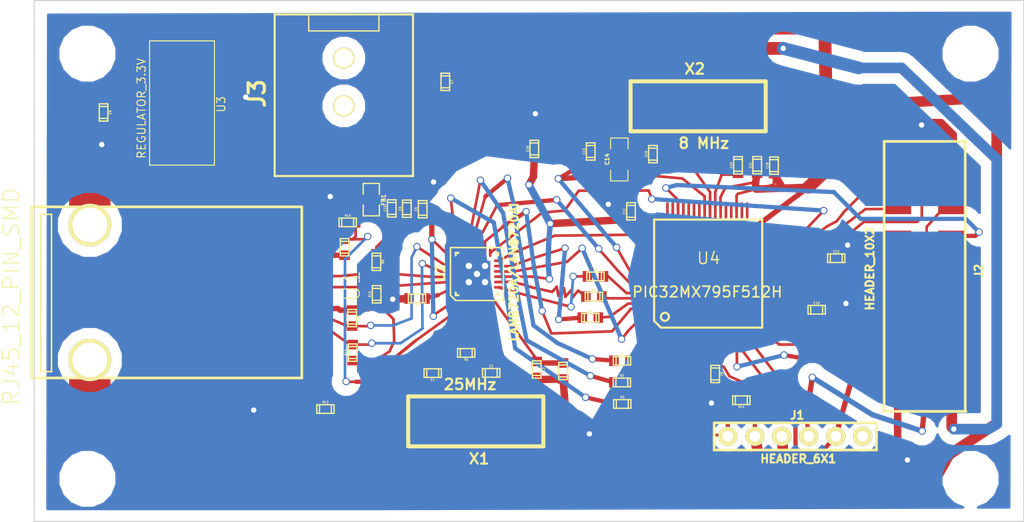
<source format=kicad_pcb>
(kicad_pcb (version 3) (host pcbnew "(2013-08-24 BZR 4298)-stable")

  (general
    (links 141)
    (no_connects 0)
    (area 25.949999 80.949999 119.050001 130.050001)
    (thickness 1.6)
    (drawings 9)
    (tracks 625)
    (zones 0)
    (modules 46)
    (nets 79)
  )

  (page A)
  (layers
    (15 F.Cu signal)
    (0 B.Cu signal)
    (16 B.Adhes user)
    (17 F.Adhes user)
    (18 B.Paste user)
    (19 F.Paste user)
    (20 B.SilkS user)
    (21 F.SilkS user)
    (22 B.Mask user)
    (23 F.Mask user)
    (24 Dwgs.User user)
    (25 Cmts.User user)
    (26 Eco1.User user)
    (27 Eco2.User user)
    (28 Edge.Cuts user)
  )

  (setup
    (last_trace_width 0.7)
    (user_trace_width 0.1)
    (user_trace_width 0.2)
    (user_trace_width 0.25)
    (user_trace_width 0.3)
    (user_trace_width 0.4)
    (user_trace_width 0.5)
    (user_trace_width 0.6)
    (user_trace_width 0.7)
    (user_trace_width 0.8)
    (user_trace_width 0.9)
    (user_trace_width 1)
    (user_trace_width 1.2)
    (trace_clearance 0.1)
    (zone_clearance 1)
    (zone_45_only no)
    (trace_min 0.1)
    (segment_width 0.2)
    (edge_width 0.1)
    (via_size 0.7)
    (via_drill 0.5)
    (via_min_size 0.7)
    (via_min_drill 0.5)
    (uvia_size 0.5)
    (uvia_drill 0.127)
    (uvias_allowed no)
    (uvia_min_size 0.5)
    (uvia_min_drill 0.127)
    (pcb_text_width 0.3)
    (pcb_text_size 1.5 1.5)
    (mod_edge_width 0.15)
    (mod_text_size 1 1)
    (mod_text_width 0.15)
    (pad_size 1.99898 1.99898)
    (pad_drill 1.69926)
    (pad_to_mask_clearance 0)
    (pad_to_paste_clearance_ratio -0.1)
    (aux_axis_origin 0 0)
    (visible_elements 7FFFFFFF)
    (pcbplotparams
      (layerselection 272400385)
      (usegerberextensions true)
      (excludeedgelayer true)
      (linewidth 0.150000)
      (plotframeref false)
      (viasonmask false)
      (mode 1)
      (useauxorigin false)
      (hpglpennumber 1)
      (hpglpenspeed 20)
      (hpglpendiameter 15)
      (hpglpenoverlay 2)
      (psnegative false)
      (psa4output false)
      (plotreference true)
      (plotvalue true)
      (plotothertext true)
      (plotinvisibletext false)
      (padsonsilk false)
      (subtractmaskfromsilk false)
      (outputformat 1)
      (mirror false)
      (drillshape 0)
      (scaleselection 1)
      (outputdirectory ""))
  )

  (net 0 "")
  (net 1 +3.3v)
  (net 2 +5v)
  (net 3 AVDD)
  (net 4 ECRSDV)
  (net 5 EMDC)
  (net 6 EMDIO)
  (net 7 EREFCLK)
  (net 8 ERXD0)
  (net 9 ERXD1)
  (net 10 ERXERR)
  (net 11 ETXD0)
  (net 12 ETXD1)
  (net 13 ETXEN)
  (net 14 GND)
  (net 15 GreenLED)
  (net 16 ICSPCLK_RB1)
  (net 17 ICSPDAT_RB0)
  (net 18 N-0000016)
  (net 19 N-0000027)
  (net 20 N-0000028)
  (net 21 N-0000029)
  (net 22 N-0000030)
  (net 23 N-0000031)
  (net 24 N-0000035)
  (net 25 N-0000036)
  (net 26 N-0000037)
  (net 27 N-0000038)
  (net 28 N-0000039)
  (net 29 N-0000040)
  (net 30 N-0000041)
  (net 31 N-0000042)
  (net 32 N-0000043)
  (net 33 N-0000044)
  (net 34 N-0000046)
  (net 35 N-0000047)
  (net 36 N-0000048)
  (net 37 N-0000049)
  (net 38 N-0000050)
  (net 39 N-0000051)
  (net 40 N-0000052)
  (net 41 N-0000053)
  (net 42 N-0000054)
  (net 43 N-0000055)
  (net 44 N-0000056)
  (net 45 N-0000057)
  (net 46 N-0000058)
  (net 47 N-0000059)
  (net 48 N-0000066)
  (net 49 N-0000067)
  (net 50 N-0000068)
  (net 51 N-0000069)
  (net 52 N-0000070)
  (net 53 N-0000071)
  (net 54 N-0000072)
  (net 55 N-0000073)
  (net 56 N-0000075)
  (net 57 N-0000077)
  (net 58 RB10)
  (net 59 RB11)
  (net 60 RB12)
  (net 61 RB13)
  (net 62 RB14)
  (net 63 RB2)
  (net 64 RB3)
  (net 65 RB4)
  (net 66 RB5)
  (net 67 RB6)
  (net 68 RB7)
  (net 69 RB8)
  (net 70 RB9)
  (net 71 RD0)
  (net 72 RXN)
  (net 73 RXP)
  (net 74 TXN)
  (net 75 TXP)
  (net 76 YellowLED)
  (net 77 nRST)
  (net 78 ~MCLR~)

  (net_class Default "This is the default net class."
    (clearance 0.1)
    (trace_width 0.25)
    (via_dia 0.7)
    (via_drill 0.5)
    (uvia_dia 0.5)
    (uvia_drill 0.127)
    (add_net "")
    (add_net +3.3v)
    (add_net +5v)
    (add_net AVDD)
    (add_net ECRSDV)
    (add_net EMDC)
    (add_net EMDIO)
    (add_net EREFCLK)
    (add_net ERXD0)
    (add_net ERXD1)
    (add_net ERXERR)
    (add_net ETXD0)
    (add_net ETXD1)
    (add_net ETXEN)
    (add_net GND)
    (add_net GreenLED)
    (add_net ICSPCLK_RB1)
    (add_net ICSPDAT_RB0)
    (add_net N-0000016)
    (add_net N-0000027)
    (add_net N-0000028)
    (add_net N-0000029)
    (add_net N-0000030)
    (add_net N-0000031)
    (add_net N-0000035)
    (add_net N-0000036)
    (add_net N-0000037)
    (add_net N-0000038)
    (add_net N-0000039)
    (add_net N-0000040)
    (add_net N-0000041)
    (add_net N-0000042)
    (add_net N-0000043)
    (add_net N-0000044)
    (add_net N-0000046)
    (add_net N-0000047)
    (add_net N-0000048)
    (add_net N-0000049)
    (add_net N-0000050)
    (add_net N-0000051)
    (add_net N-0000052)
    (add_net N-0000053)
    (add_net N-0000054)
    (add_net N-0000055)
    (add_net N-0000056)
    (add_net N-0000057)
    (add_net N-0000058)
    (add_net N-0000059)
    (add_net N-0000066)
    (add_net N-0000067)
    (add_net N-0000068)
    (add_net N-0000069)
    (add_net N-0000070)
    (add_net N-0000071)
    (add_net N-0000072)
    (add_net N-0000073)
    (add_net N-0000075)
    (add_net N-0000077)
    (add_net RB10)
    (add_net RB11)
    (add_net RB12)
    (add_net RB13)
    (add_net RB14)
    (add_net RB2)
    (add_net RB3)
    (add_net RB4)
    (add_net RB5)
    (add_net RB6)
    (add_net RB7)
    (add_net RB8)
    (add_net RB9)
    (add_net RD0)
    (add_net RXN)
    (add_net RXP)
    (add_net TXN)
    (add_net TXP)
    (add_net YellowLED)
    (add_net nRST)
    (add_net ~MCLR~)
  )

  (module TED_SM0603 (layer F.Cu) (tedit 527731CB) (tstamp 52772E38)
    (at 55.17 104.21 270)
    (descr "SMT capacitor, 0603")
    (path /523E8A3C)
    (fp_text reference R16 (at 0 -0.635 270) (layer F.SilkS)
      (effects (font (size 0.20066 0.20066) (thickness 0.04064)))
    )
    (fp_text value "10k 1%" (at 0 0.635 270) (layer F.SilkS) hide
      (effects (font (size 0.20066 0.20066) (thickness 0.04064)))
    )
    (fp_line (start 0.5588 0.4064) (end 0.5588 -0.4064) (layer F.SilkS) (width 0.127))
    (fp_line (start -0.5588 -0.381) (end -0.5588 0.4064) (layer F.SilkS) (width 0.127))
    (fp_line (start -0.8128 -0.4064) (end 0.8128 -0.4064) (layer F.SilkS) (width 0.127))
    (fp_line (start 0.8128 -0.4064) (end 0.8128 0.4064) (layer F.SilkS) (width 0.127))
    (fp_line (start 0.8128 0.4064) (end -0.8128 0.4064) (layer F.SilkS) (width 0.127))
    (fp_line (start -0.8128 0.4064) (end -0.8128 -0.4064) (layer F.SilkS) (width 0.127))
    (pad 2 smd rect (at 0.75184 0 270) (size 0.89916 1.00076)
      (layers F.Cu F.Paste F.Mask)
      (net 14 GND)
      (clearance 0.1)
    )
    (pad 1 smd rect (at -0.75184 0 270) (size 0.89916 1.00076)
      (layers F.Cu F.Paste F.Mask)
      (net 23 N-0000031)
      (clearance 0.1)
    )
    (model smd/capacitors/c_0603.wrl
      (at (xyz 0 0 0))
      (scale (xyz 1 1 1))
      (rotate (xyz 0 0 0))
    )
  )

  (module TED_SM0603 (layer F.Cu) (tedit 527731CB) (tstamp 52772E2D)
    (at 55.46 101.87)
    (descr "SMT capacitor, 0603")
    (path /523E8044)
    (fp_text reference R15 (at 0 -0.635) (layer F.SilkS)
      (effects (font (size 0.20066 0.20066) (thickness 0.04064)))
    )
    (fp_text value 249 (at 0 0.635) (layer F.SilkS) hide
      (effects (font (size 0.20066 0.20066) (thickness 0.04064)))
    )
    (fp_line (start 0.5588 0.4064) (end 0.5588 -0.4064) (layer F.SilkS) (width 0.127))
    (fp_line (start -0.5588 -0.381) (end -0.5588 0.4064) (layer F.SilkS) (width 0.127))
    (fp_line (start -0.8128 -0.4064) (end 0.8128 -0.4064) (layer F.SilkS) (width 0.127))
    (fp_line (start 0.8128 -0.4064) (end 0.8128 0.4064) (layer F.SilkS) (width 0.127))
    (fp_line (start 0.8128 0.4064) (end -0.8128 0.4064) (layer F.SilkS) (width 0.127))
    (fp_line (start -0.8128 0.4064) (end -0.8128 -0.4064) (layer F.SilkS) (width 0.127))
    (pad 2 smd rect (at 0.75184 0) (size 0.89916 1.00076)
      (layers F.Cu F.Paste F.Mask)
      (net 23 N-0000031)
      (clearance 0.1)
    )
    (pad 1 smd rect (at -0.75184 0) (size 0.89916 1.00076)
      (layers F.Cu F.Paste F.Mask)
      (net 15 GreenLED)
      (clearance 0.1)
    )
    (model smd/capacitors/c_0603.wrl
      (at (xyz 0 0 0))
      (scale (xyz 1 1 1))
      (rotate (xyz 0 0 0))
    )
  )

  (module TED_SM0603 (layer F.Cu) (tedit 527731CB) (tstamp 52772E22)
    (at 92.46 118.6 180)
    (descr "SMT capacitor, 0603")
    (path /523F485A)
    (fp_text reference R14 (at 0 -0.635 180) (layer F.SilkS)
      (effects (font (size 0.20066 0.20066) (thickness 0.04064)))
    )
    (fp_text value 4.7k (at 0 0.635 180) (layer F.SilkS) hide
      (effects (font (size 0.20066 0.20066) (thickness 0.04064)))
    )
    (fp_line (start 0.5588 0.4064) (end 0.5588 -0.4064) (layer F.SilkS) (width 0.127))
    (fp_line (start -0.5588 -0.381) (end -0.5588 0.4064) (layer F.SilkS) (width 0.127))
    (fp_line (start -0.8128 -0.4064) (end 0.8128 -0.4064) (layer F.SilkS) (width 0.127))
    (fp_line (start 0.8128 -0.4064) (end 0.8128 0.4064) (layer F.SilkS) (width 0.127))
    (fp_line (start 0.8128 0.4064) (end -0.8128 0.4064) (layer F.SilkS) (width 0.127))
    (fp_line (start -0.8128 0.4064) (end -0.8128 -0.4064) (layer F.SilkS) (width 0.127))
    (pad 2 smd rect (at 0.75184 0 180) (size 0.89916 1.00076)
      (layers F.Cu F.Paste F.Mask)
      (net 78 ~MCLR~)
      (clearance 0.1)
    )
    (pad 1 smd rect (at -0.75184 0 180) (size 0.89916 1.00076)
      (layers F.Cu F.Paste F.Mask)
      (net 1 +3.3v)
      (clearance 0.1)
    )
    (model smd/capacitors/c_0603.wrl
      (at (xyz 0 0 0))
      (scale (xyz 1 1 1))
      (rotate (xyz 0 0 0))
    )
  )

  (module TED_SM0603 (layer F.Cu) (tedit 527731CB) (tstamp 52772E17)
    (at 53.37 119.43)
    (descr "SMT capacitor, 0603")
    (path /523E8065)
    (fp_text reference R13 (at 0 -0.635) (layer F.SilkS)
      (effects (font (size 0.20066 0.20066) (thickness 0.04064)))
    )
    (fp_text value 249 (at 0 0.635) (layer F.SilkS) hide
      (effects (font (size 0.20066 0.20066) (thickness 0.04064)))
    )
    (fp_line (start 0.5588 0.4064) (end 0.5588 -0.4064) (layer F.SilkS) (width 0.127))
    (fp_line (start -0.5588 -0.381) (end -0.5588 0.4064) (layer F.SilkS) (width 0.127))
    (fp_line (start -0.8128 -0.4064) (end 0.8128 -0.4064) (layer F.SilkS) (width 0.127))
    (fp_line (start 0.8128 -0.4064) (end 0.8128 0.4064) (layer F.SilkS) (width 0.127))
    (fp_line (start 0.8128 0.4064) (end -0.8128 0.4064) (layer F.SilkS) (width 0.127))
    (fp_line (start -0.8128 0.4064) (end -0.8128 -0.4064) (layer F.SilkS) (width 0.127))
    (pad 2 smd rect (at 0.75184 0) (size 0.89916 1.00076)
      (layers F.Cu F.Paste F.Mask)
      (net 22 N-0000030)
      (clearance 0.1)
    )
    (pad 1 smd rect (at -0.75184 0) (size 0.89916 1.00076)
      (layers F.Cu F.Paste F.Mask)
      (net 76 YellowLED)
      (clearance 0.1)
    )
    (model smd/capacitors/c_0603.wrl
      (at (xyz 0 0 0))
      (scale (xyz 1 1 1))
      (rotate (xyz 0 0 0))
    )
  )

  (module TED_SM0603 (layer F.Cu) (tedit 527731CB) (tstamp 52772E0C)
    (at 55.93 114.12 90)
    (descr "SMT capacitor, 0603")
    (path /523F1FBF)
    (fp_text reference R12 (at 0 -0.635 90) (layer F.SilkS)
      (effects (font (size 0.20066 0.20066) (thickness 0.04064)))
    )
    (fp_text value 49.9 (at 0 0.635 90) (layer F.SilkS) hide
      (effects (font (size 0.20066 0.20066) (thickness 0.04064)))
    )
    (fp_line (start 0.5588 0.4064) (end 0.5588 -0.4064) (layer F.SilkS) (width 0.127))
    (fp_line (start -0.5588 -0.381) (end -0.5588 0.4064) (layer F.SilkS) (width 0.127))
    (fp_line (start -0.8128 -0.4064) (end 0.8128 -0.4064) (layer F.SilkS) (width 0.127))
    (fp_line (start 0.8128 -0.4064) (end 0.8128 0.4064) (layer F.SilkS) (width 0.127))
    (fp_line (start 0.8128 0.4064) (end -0.8128 0.4064) (layer F.SilkS) (width 0.127))
    (fp_line (start -0.8128 0.4064) (end -0.8128 -0.4064) (layer F.SilkS) (width 0.127))
    (pad 2 smd rect (at 0.75184 0 90) (size 0.89916 1.00076)
      (layers F.Cu F.Paste F.Mask)
      (net 75 TXP)
      (clearance 0.1)
    )
    (pad 1 smd rect (at -0.75184 0 90) (size 0.89916 1.00076)
      (layers F.Cu F.Paste F.Mask)
      (net 3 AVDD)
      (clearance 0.1)
    )
    (model smd/capacitors/c_0603.wrl
      (at (xyz 0 0 0))
      (scale (xyz 1 1 1))
      (rotate (xyz 0 0 0))
    )
  )

  (module TED_SM0603 (layer F.Cu) (tedit 527731CB) (tstamp 52772E01)
    (at 55.88 110.87 270)
    (descr "SMT capacitor, 0603")
    (path /523F1FD6)
    (fp_text reference R11 (at 0 -0.635 270) (layer F.SilkS)
      (effects (font (size 0.20066 0.20066) (thickness 0.04064)))
    )
    (fp_text value 49.9 (at 0 0.635 270) (layer F.SilkS) hide
      (effects (font (size 0.20066 0.20066) (thickness 0.04064)))
    )
    (fp_line (start 0.5588 0.4064) (end 0.5588 -0.4064) (layer F.SilkS) (width 0.127))
    (fp_line (start -0.5588 -0.381) (end -0.5588 0.4064) (layer F.SilkS) (width 0.127))
    (fp_line (start -0.8128 -0.4064) (end 0.8128 -0.4064) (layer F.SilkS) (width 0.127))
    (fp_line (start 0.8128 -0.4064) (end 0.8128 0.4064) (layer F.SilkS) (width 0.127))
    (fp_line (start 0.8128 0.4064) (end -0.8128 0.4064) (layer F.SilkS) (width 0.127))
    (fp_line (start -0.8128 0.4064) (end -0.8128 -0.4064) (layer F.SilkS) (width 0.127))
    (pad 2 smd rect (at 0.75184 0 270) (size 0.89916 1.00076)
      (layers F.Cu F.Paste F.Mask)
      (net 74 TXN)
      (clearance 0.1)
    )
    (pad 1 smd rect (at -0.75184 0 270) (size 0.89916 1.00076)
      (layers F.Cu F.Paste F.Mask)
      (net 3 AVDD)
      (clearance 0.1)
    )
    (model smd/capacitors/c_0603.wrl
      (at (xyz 0 0 0))
      (scale (xyz 1 1 1))
      (rotate (xyz 0 0 0))
    )
  )

  (module TED_SM0603 (layer F.Cu) (tedit 527731CB) (tstamp 52772DF6)
    (at 58.18 108.64 90)
    (descr "SMT capacitor, 0603")
    (path /523F1FDC)
    (fp_text reference R10 (at 0 -0.635 90) (layer F.SilkS)
      (effects (font (size 0.20066 0.20066) (thickness 0.04064)))
    )
    (fp_text value 49.9 (at 0 0.635 90) (layer F.SilkS) hide
      (effects (font (size 0.20066 0.20066) (thickness 0.04064)))
    )
    (fp_line (start 0.5588 0.4064) (end 0.5588 -0.4064) (layer F.SilkS) (width 0.127))
    (fp_line (start -0.5588 -0.381) (end -0.5588 0.4064) (layer F.SilkS) (width 0.127))
    (fp_line (start -0.8128 -0.4064) (end 0.8128 -0.4064) (layer F.SilkS) (width 0.127))
    (fp_line (start 0.8128 -0.4064) (end 0.8128 0.4064) (layer F.SilkS) (width 0.127))
    (fp_line (start 0.8128 0.4064) (end -0.8128 0.4064) (layer F.SilkS) (width 0.127))
    (fp_line (start -0.8128 0.4064) (end -0.8128 -0.4064) (layer F.SilkS) (width 0.127))
    (pad 2 smd rect (at 0.75184 0 90) (size 0.89916 1.00076)
      (layers F.Cu F.Paste F.Mask)
      (net 73 RXP)
      (clearance 0.1)
    )
    (pad 1 smd rect (at -0.75184 0 90) (size 0.89916 1.00076)
      (layers F.Cu F.Paste F.Mask)
      (net 3 AVDD)
      (clearance 0.1)
    )
    (model smd/capacitors/c_0603.wrl
      (at (xyz 0 0 0))
      (scale (xyz 1 1 1))
      (rotate (xyz 0 0 0))
    )
  )

  (module TED_SM0603 (layer F.Cu) (tedit 527731CB) (tstamp 52772DEB)
    (at 58.16 105.58 270)
    (descr "SMT capacitor, 0603")
    (path /523F1FE2)
    (fp_text reference R9 (at 0 -0.635 270) (layer F.SilkS)
      (effects (font (size 0.20066 0.20066) (thickness 0.04064)))
    )
    (fp_text value 49.9 (at 0 0.635 270) (layer F.SilkS) hide
      (effects (font (size 0.20066 0.20066) (thickness 0.04064)))
    )
    (fp_line (start 0.5588 0.4064) (end 0.5588 -0.4064) (layer F.SilkS) (width 0.127))
    (fp_line (start -0.5588 -0.381) (end -0.5588 0.4064) (layer F.SilkS) (width 0.127))
    (fp_line (start -0.8128 -0.4064) (end 0.8128 -0.4064) (layer F.SilkS) (width 0.127))
    (fp_line (start 0.8128 -0.4064) (end 0.8128 0.4064) (layer F.SilkS) (width 0.127))
    (fp_line (start 0.8128 0.4064) (end -0.8128 0.4064) (layer F.SilkS) (width 0.127))
    (fp_line (start -0.8128 0.4064) (end -0.8128 -0.4064) (layer F.SilkS) (width 0.127))
    (pad 2 smd rect (at 0.75184 0 270) (size 0.89916 1.00076)
      (layers F.Cu F.Paste F.Mask)
      (net 72 RXN)
      (clearance 0.1)
    )
    (pad 1 smd rect (at -0.75184 0 270) (size 0.89916 1.00076)
      (layers F.Cu F.Paste F.Mask)
      (net 3 AVDD)
      (clearance 0.1)
    )
    (model smd/capacitors/c_0603.wrl
      (at (xyz 0 0 0))
      (scale (xyz 1 1 1))
      (rotate (xyz 0 0 0))
    )
  )

  (module TED_SM0603 (layer F.Cu) (tedit 527731CB) (tstamp 52772DE0)
    (at 78.26 110.83)
    (descr "SMT capacitor, 0603")
    (path /523F3E09)
    (fp_text reference R8 (at 0 -0.635) (layer F.SilkS)
      (effects (font (size 0.20066 0.20066) (thickness 0.04064)))
    )
    (fp_text value 33 (at 0 0.635) (layer F.SilkS) hide
      (effects (font (size 0.20066 0.20066) (thickness 0.04064)))
    )
    (fp_line (start 0.5588 0.4064) (end 0.5588 -0.4064) (layer F.SilkS) (width 0.127))
    (fp_line (start -0.5588 -0.381) (end -0.5588 0.4064) (layer F.SilkS) (width 0.127))
    (fp_line (start -0.8128 -0.4064) (end 0.8128 -0.4064) (layer F.SilkS) (width 0.127))
    (fp_line (start 0.8128 -0.4064) (end 0.8128 0.4064) (layer F.SilkS) (width 0.127))
    (fp_line (start 0.8128 0.4064) (end -0.8128 0.4064) (layer F.SilkS) (width 0.127))
    (fp_line (start -0.8128 0.4064) (end -0.8128 -0.4064) (layer F.SilkS) (width 0.127))
    (pad 2 smd rect (at 0.75184 0) (size 0.89916 1.00076)
      (layers F.Cu F.Paste F.Mask)
      (net 4 ECRSDV)
      (clearance 0.1)
    )
    (pad 1 smd rect (at -0.75184 0) (size 0.89916 1.00076)
      (layers F.Cu F.Paste F.Mask)
      (net 55 N-0000073)
      (clearance 0.1)
    )
    (model smd/capacitors/c_0603.wrl
      (at (xyz 0 0 0))
      (scale (xyz 1 1 1))
      (rotate (xyz 0 0 0))
    )
  )

  (module TED_SM0603 (layer F.Cu) (tedit 527731CB) (tstamp 52772DD5)
    (at 78.6 108.85)
    (descr "SMT capacitor, 0603")
    (path /523E8470)
    (fp_text reference R7 (at 0 -0.635) (layer F.SilkS)
      (effects (font (size 0.20066 0.20066) (thickness 0.04064)))
    )
    (fp_text value 33 (at 0 0.635) (layer F.SilkS) hide
      (effects (font (size 0.20066 0.20066) (thickness 0.04064)))
    )
    (fp_line (start 0.5588 0.4064) (end 0.5588 -0.4064) (layer F.SilkS) (width 0.127))
    (fp_line (start -0.5588 -0.381) (end -0.5588 0.4064) (layer F.SilkS) (width 0.127))
    (fp_line (start -0.8128 -0.4064) (end 0.8128 -0.4064) (layer F.SilkS) (width 0.127))
    (fp_line (start 0.8128 -0.4064) (end 0.8128 0.4064) (layer F.SilkS) (width 0.127))
    (fp_line (start 0.8128 0.4064) (end -0.8128 0.4064) (layer F.SilkS) (width 0.127))
    (fp_line (start -0.8128 0.4064) (end -0.8128 -0.4064) (layer F.SilkS) (width 0.127))
    (pad 2 smd rect (at 0.75184 0) (size 0.89916 1.00076)
      (layers F.Cu F.Paste F.Mask)
      (net 8 ERXD0)
      (clearance 0.1)
    )
    (pad 1 smd rect (at -0.75184 0) (size 0.89916 1.00076)
      (layers F.Cu F.Paste F.Mask)
      (net 19 N-0000027)
      (clearance 0.1)
    )
    (model smd/capacitors/c_0603.wrl
      (at (xyz 0 0 0))
      (scale (xyz 1 1 1))
      (rotate (xyz 0 0 0))
    )
  )

  (module TED_SM0603 (layer F.Cu) (tedit 527731CB) (tstamp 52772DCA)
    (at 78.75 106.95)
    (descr "SMT capacitor, 0603")
    (path /523E8497)
    (fp_text reference R6 (at 0 -0.635) (layer F.SilkS)
      (effects (font (size 0.20066 0.20066) (thickness 0.04064)))
    )
    (fp_text value 33 (at 0 0.635) (layer F.SilkS) hide
      (effects (font (size 0.20066 0.20066) (thickness 0.04064)))
    )
    (fp_line (start 0.5588 0.4064) (end 0.5588 -0.4064) (layer F.SilkS) (width 0.127))
    (fp_line (start -0.5588 -0.381) (end -0.5588 0.4064) (layer F.SilkS) (width 0.127))
    (fp_line (start -0.8128 -0.4064) (end 0.8128 -0.4064) (layer F.SilkS) (width 0.127))
    (fp_line (start 0.8128 -0.4064) (end 0.8128 0.4064) (layer F.SilkS) (width 0.127))
    (fp_line (start 0.8128 0.4064) (end -0.8128 0.4064) (layer F.SilkS) (width 0.127))
    (fp_line (start -0.8128 0.4064) (end -0.8128 -0.4064) (layer F.SilkS) (width 0.127))
    (pad 2 smd rect (at 0.75184 0) (size 0.89916 1.00076)
      (layers F.Cu F.Paste F.Mask)
      (net 9 ERXD1)
      (clearance 0.1)
    )
    (pad 1 smd rect (at -0.75184 0) (size 0.89916 1.00076)
      (layers F.Cu F.Paste F.Mask)
      (net 20 N-0000028)
      (clearance 0.1)
    )
    (model smd/capacitors/c_0603.wrl
      (at (xyz 0 0 0))
      (scale (xyz 1 1 1))
      (rotate (xyz 0 0 0))
    )
  )

  (module TED_SM0603 (layer F.Cu) (tedit 527731CB) (tstamp 52772DBF)
    (at 66.6 114.15 180)
    (descr "SMT capacitor, 0603")
    (path /523E7C54)
    (fp_text reference R5 (at 0 -0.635 180) (layer F.SilkS)
      (effects (font (size 0.20066 0.20066) (thickness 0.04064)))
    )
    (fp_text value 1M (at 0 0.635 180) (layer F.SilkS) hide
      (effects (font (size 0.20066 0.20066) (thickness 0.04064)))
    )
    (fp_line (start 0.5588 0.4064) (end 0.5588 -0.4064) (layer F.SilkS) (width 0.127))
    (fp_line (start -0.5588 -0.381) (end -0.5588 0.4064) (layer F.SilkS) (width 0.127))
    (fp_line (start -0.8128 -0.4064) (end 0.8128 -0.4064) (layer F.SilkS) (width 0.127))
    (fp_line (start 0.8128 -0.4064) (end 0.8128 0.4064) (layer F.SilkS) (width 0.127))
    (fp_line (start 0.8128 0.4064) (end -0.8128 0.4064) (layer F.SilkS) (width 0.127))
    (fp_line (start -0.8128 0.4064) (end -0.8128 -0.4064) (layer F.SilkS) (width 0.127))
    (pad 2 smd rect (at 0.75184 0 180) (size 0.89916 1.00076)
      (layers F.Cu F.Paste F.Mask)
      (net 52 N-0000070)
      (clearance 0.1)
    )
    (pad 1 smd rect (at -0.75184 0 180) (size 0.89916 1.00076)
      (layers F.Cu F.Paste F.Mask)
      (net 53 N-0000071)
      (clearance 0.1)
    )
    (model smd/capacitors/c_0603.wrl
      (at (xyz 0 0 0))
      (scale (xyz 1 1 1))
      (rotate (xyz 0 0 0))
    )
  )

  (module TED_SM0603 (layer F.Cu) (tedit 527731CB) (tstamp 52772DA9)
    (at 81.27 118.95)
    (descr "SMT capacitor, 0603")
    (path /523F2E2D)
    (fp_text reference R3 (at 0 -0.635) (layer F.SilkS)
      (effects (font (size 0.20066 0.20066) (thickness 0.04064)))
    )
    (fp_text value 33 (at 0 0.635) (layer F.SilkS) hide
      (effects (font (size 0.20066 0.20066) (thickness 0.04064)))
    )
    (fp_line (start 0.5588 0.4064) (end 0.5588 -0.4064) (layer F.SilkS) (width 0.127))
    (fp_line (start -0.5588 -0.381) (end -0.5588 0.4064) (layer F.SilkS) (width 0.127))
    (fp_line (start -0.8128 -0.4064) (end 0.8128 -0.4064) (layer F.SilkS) (width 0.127))
    (fp_line (start 0.8128 -0.4064) (end 0.8128 0.4064) (layer F.SilkS) (width 0.127))
    (fp_line (start 0.8128 0.4064) (end -0.8128 0.4064) (layer F.SilkS) (width 0.127))
    (fp_line (start -0.8128 0.4064) (end -0.8128 -0.4064) (layer F.SilkS) (width 0.127))
    (pad 2 smd rect (at 0.75184 0) (size 0.89916 1.00076)
      (layers F.Cu F.Paste F.Mask)
      (net 12 ETXD1)
      (clearance 0.1)
    )
    (pad 1 smd rect (at -0.75184 0) (size 0.89916 1.00076)
      (layers F.Cu F.Paste F.Mask)
      (net 50 N-0000068)
      (clearance 0.1)
    )
    (model smd/capacitors/c_0603.wrl
      (at (xyz 0 0 0))
      (scale (xyz 1 1 1))
      (rotate (xyz 0 0 0))
    )
  )

  (module TED_SM0603 (layer F.Cu) (tedit 527731CB) (tstamp 52772D9E)
    (at 81.23 116.93)
    (descr "SMT capacitor, 0603")
    (path /523F2C6C)
    (fp_text reference R2 (at 0 -0.635) (layer F.SilkS)
      (effects (font (size 0.20066 0.20066) (thickness 0.04064)))
    )
    (fp_text value 33 (at 0 0.635) (layer F.SilkS) hide
      (effects (font (size 0.20066 0.20066) (thickness 0.04064)))
    )
    (fp_line (start 0.5588 0.4064) (end 0.5588 -0.4064) (layer F.SilkS) (width 0.127))
    (fp_line (start -0.5588 -0.381) (end -0.5588 0.4064) (layer F.SilkS) (width 0.127))
    (fp_line (start -0.8128 -0.4064) (end 0.8128 -0.4064) (layer F.SilkS) (width 0.127))
    (fp_line (start 0.8128 -0.4064) (end 0.8128 0.4064) (layer F.SilkS) (width 0.127))
    (fp_line (start 0.8128 0.4064) (end -0.8128 0.4064) (layer F.SilkS) (width 0.127))
    (fp_line (start -0.8128 0.4064) (end -0.8128 -0.4064) (layer F.SilkS) (width 0.127))
    (pad 2 smd rect (at 0.75184 0) (size 0.89916 1.00076)
      (layers F.Cu F.Paste F.Mask)
      (net 11 ETXD0)
      (clearance 0.1)
    )
    (pad 1 smd rect (at -0.75184 0) (size 0.89916 1.00076)
      (layers F.Cu F.Paste F.Mask)
      (net 49 N-0000067)
      (clearance 0.1)
    )
    (model smd/capacitors/c_0603.wrl
      (at (xyz 0 0 0))
      (scale (xyz 1 1 1))
      (rotate (xyz 0 0 0))
    )
  )

  (module TED_SM0603 (layer F.Cu) (tedit 527731CB) (tstamp 52772D93)
    (at 81.24 114.89)
    (descr "SMT capacitor, 0603")
    (path /523F2C72)
    (fp_text reference R1 (at 0 -0.635) (layer F.SilkS)
      (effects (font (size 0.20066 0.20066) (thickness 0.04064)))
    )
    (fp_text value 33 (at 0 0.635) (layer F.SilkS) hide
      (effects (font (size 0.20066 0.20066) (thickness 0.04064)))
    )
    (fp_line (start 0.5588 0.4064) (end 0.5588 -0.4064) (layer F.SilkS) (width 0.127))
    (fp_line (start -0.5588 -0.381) (end -0.5588 0.4064) (layer F.SilkS) (width 0.127))
    (fp_line (start -0.8128 -0.4064) (end 0.8128 -0.4064) (layer F.SilkS) (width 0.127))
    (fp_line (start 0.8128 -0.4064) (end 0.8128 0.4064) (layer F.SilkS) (width 0.127))
    (fp_line (start 0.8128 0.4064) (end -0.8128 0.4064) (layer F.SilkS) (width 0.127))
    (fp_line (start -0.8128 0.4064) (end -0.8128 -0.4064) (layer F.SilkS) (width 0.127))
    (pad 2 smd rect (at 0.75184 0) (size 0.89916 1.00076)
      (layers F.Cu F.Paste F.Mask)
      (net 13 ETXEN)
      (clearance 0.1)
    )
    (pad 1 smd rect (at -0.75184 0) (size 0.89916 1.00076)
      (layers F.Cu F.Paste F.Mask)
      (net 48 N-0000066)
      (clearance 0.1)
    )
    (model smd/capacitors/c_0603.wrl
      (at (xyz 0 0 0))
      (scale (xyz 1 1 1))
      (rotate (xyz 0 0 0))
    )
  )

  (module TED_SM0603 (layer F.Cu) (tedit 527731CB) (tstamp 52772D7B)
    (at 93.95 96.49 90)
    (descr "SMT capacitor, 0603")
    (path /523E5206)
    (fp_text reference C21 (at 0 -0.635 90) (layer F.SilkS)
      (effects (font (size 0.20066 0.20066) (thickness 0.04064)))
    )
    (fp_text value .1uF (at 0 0.635 90) (layer F.SilkS) hide
      (effects (font (size 0.20066 0.20066) (thickness 0.04064)))
    )
    (fp_line (start 0.5588 0.4064) (end 0.5588 -0.4064) (layer F.SilkS) (width 0.127))
    (fp_line (start -0.5588 -0.381) (end -0.5588 0.4064) (layer F.SilkS) (width 0.127))
    (fp_line (start -0.8128 -0.4064) (end 0.8128 -0.4064) (layer F.SilkS) (width 0.127))
    (fp_line (start 0.8128 -0.4064) (end 0.8128 0.4064) (layer F.SilkS) (width 0.127))
    (fp_line (start 0.8128 0.4064) (end -0.8128 0.4064) (layer F.SilkS) (width 0.127))
    (fp_line (start -0.8128 0.4064) (end -0.8128 -0.4064) (layer F.SilkS) (width 0.127))
    (pad 2 smd rect (at 0.75184 0 90) (size 0.89916 1.00076)
      (layers F.Cu F.Paste F.Mask)
      (net 14 GND)
      (clearance 0.1)
    )
    (pad 1 smd rect (at -0.75184 0 90) (size 0.89916 1.00076)
      (layers F.Cu F.Paste F.Mask)
      (net 1 +3.3v)
      (clearance 0.1)
    )
    (model smd/capacitors/c_0603.wrl
      (at (xyz 0 0 0))
      (scale (xyz 1 1 1))
      (rotate (xyz 0 0 0))
    )
  )

  (module TED_SM0603 (layer F.Cu) (tedit 527731CB) (tstamp 52772D70)
    (at 92.15 96.5 90)
    (descr "SMT capacitor, 0603")
    (path /523F7B88)
    (fp_text reference C20 (at 0 -0.635 90) (layer F.SilkS)
      (effects (font (size 0.20066 0.20066) (thickness 0.04064)))
    )
    (fp_text value 18pF (at 0 0.635 90) (layer F.SilkS) hide
      (effects (font (size 0.20066 0.20066) (thickness 0.04064)))
    )
    (fp_line (start 0.5588 0.4064) (end 0.5588 -0.4064) (layer F.SilkS) (width 0.127))
    (fp_line (start -0.5588 -0.381) (end -0.5588 0.4064) (layer F.SilkS) (width 0.127))
    (fp_line (start -0.8128 -0.4064) (end 0.8128 -0.4064) (layer F.SilkS) (width 0.127))
    (fp_line (start 0.8128 -0.4064) (end 0.8128 0.4064) (layer F.SilkS) (width 0.127))
    (fp_line (start 0.8128 0.4064) (end -0.8128 0.4064) (layer F.SilkS) (width 0.127))
    (fp_line (start -0.8128 0.4064) (end -0.8128 -0.4064) (layer F.SilkS) (width 0.127))
    (pad 2 smd rect (at 0.75184 0 90) (size 0.89916 1.00076)
      (layers F.Cu F.Paste F.Mask)
      (net 14 GND)
      (clearance 0.1)
    )
    (pad 1 smd rect (at -0.75184 0 90) (size 0.89916 1.00076)
      (layers F.Cu F.Paste F.Mask)
      (net 57 N-0000077)
      (clearance 0.1)
    )
    (model smd/capacitors/c_0603.wrl
      (at (xyz 0 0 0))
      (scale (xyz 1 1 1))
      (rotate (xyz 0 0 0))
    )
  )

  (module TED_SM0603 (layer F.Cu) (tedit 527731CB) (tstamp 52772D65)
    (at 84.15 95.45 90)
    (descr "SMT capacitor, 0603")
    (path /523F7B67)
    (fp_text reference C19 (at 0 -0.635 90) (layer F.SilkS)
      (effects (font (size 0.20066 0.20066) (thickness 0.04064)))
    )
    (fp_text value 18pF (at 0 0.635 90) (layer F.SilkS) hide
      (effects (font (size 0.20066 0.20066) (thickness 0.04064)))
    )
    (fp_line (start 0.5588 0.4064) (end 0.5588 -0.4064) (layer F.SilkS) (width 0.127))
    (fp_line (start -0.5588 -0.381) (end -0.5588 0.4064) (layer F.SilkS) (width 0.127))
    (fp_line (start -0.8128 -0.4064) (end 0.8128 -0.4064) (layer F.SilkS) (width 0.127))
    (fp_line (start 0.8128 -0.4064) (end 0.8128 0.4064) (layer F.SilkS) (width 0.127))
    (fp_line (start 0.8128 0.4064) (end -0.8128 0.4064) (layer F.SilkS) (width 0.127))
    (fp_line (start -0.8128 0.4064) (end -0.8128 -0.4064) (layer F.SilkS) (width 0.127))
    (pad 2 smd rect (at 0.75184 0 90) (size 0.89916 1.00076)
      (layers F.Cu F.Paste F.Mask)
      (net 14 GND)
      (clearance 0.1)
    )
    (pad 1 smd rect (at -0.75184 0 90) (size 0.89916 1.00076)
      (layers F.Cu F.Paste F.Mask)
      (net 32 N-0000043)
      (clearance 0.1)
    )
    (model smd/capacitors/c_0603.wrl
      (at (xyz 0 0 0))
      (scale (xyz 1 1 1))
      (rotate (xyz 0 0 0))
    )
  )

  (module TED_SM0603 (layer F.Cu) (tedit 527731CB) (tstamp 52772D5A)
    (at 95.53 96.53 90)
    (descr "SMT capacitor, 0603")
    (path /523F7895)
    (fp_text reference C18 (at 0 -0.635 90) (layer F.SilkS)
      (effects (font (size 0.20066 0.20066) (thickness 0.04064)))
    )
    (fp_text value .1uF (at 0 0.635 90) (layer F.SilkS) hide
      (effects (font (size 0.20066 0.20066) (thickness 0.04064)))
    )
    (fp_line (start 0.5588 0.4064) (end 0.5588 -0.4064) (layer F.SilkS) (width 0.127))
    (fp_line (start -0.5588 -0.381) (end -0.5588 0.4064) (layer F.SilkS) (width 0.127))
    (fp_line (start -0.8128 -0.4064) (end 0.8128 -0.4064) (layer F.SilkS) (width 0.127))
    (fp_line (start 0.8128 -0.4064) (end 0.8128 0.4064) (layer F.SilkS) (width 0.127))
    (fp_line (start 0.8128 0.4064) (end -0.8128 0.4064) (layer F.SilkS) (width 0.127))
    (fp_line (start -0.8128 0.4064) (end -0.8128 -0.4064) (layer F.SilkS) (width 0.127))
    (pad 2 smd rect (at 0.75184 0 90) (size 0.89916 1.00076)
      (layers F.Cu F.Paste F.Mask)
      (net 14 GND)
      (clearance 0.1)
    )
    (pad 1 smd rect (at -0.75184 0 90) (size 0.89916 1.00076)
      (layers F.Cu F.Paste F.Mask)
      (net 1 +3.3v)
      (clearance 0.1)
    )
    (model smd/capacitors/c_0603.wrl
      (at (xyz 0 0 0))
      (scale (xyz 1 1 1))
      (rotate (xyz 0 0 0))
    )
  )

  (module TED_SM0603 (layer F.Cu) (tedit 527731CB) (tstamp 52772D4F)
    (at 78.3 95.2 90)
    (descr "SMT capacitor, 0603")
    (path /523F8AF6)
    (fp_text reference C13 (at 0 -0.635 90) (layer F.SilkS)
      (effects (font (size 0.20066 0.20066) (thickness 0.04064)))
    )
    (fp_text value .1uF (at 0 0.635 90) (layer F.SilkS) hide
      (effects (font (size 0.20066 0.20066) (thickness 0.04064)))
    )
    (fp_line (start 0.5588 0.4064) (end 0.5588 -0.4064) (layer F.SilkS) (width 0.127))
    (fp_line (start -0.5588 -0.381) (end -0.5588 0.4064) (layer F.SilkS) (width 0.127))
    (fp_line (start -0.8128 -0.4064) (end 0.8128 -0.4064) (layer F.SilkS) (width 0.127))
    (fp_line (start 0.8128 -0.4064) (end 0.8128 0.4064) (layer F.SilkS) (width 0.127))
    (fp_line (start 0.8128 0.4064) (end -0.8128 0.4064) (layer F.SilkS) (width 0.127))
    (fp_line (start -0.8128 0.4064) (end -0.8128 -0.4064) (layer F.SilkS) (width 0.127))
    (pad 2 smd rect (at 0.75184 0 90) (size 0.89916 1.00076)
      (layers F.Cu F.Paste F.Mask)
      (net 14 GND)
      (clearance 0.1)
    )
    (pad 1 smd rect (at -0.75184 0 90) (size 0.89916 1.00076)
      (layers F.Cu F.Paste F.Mask)
      (net 56 N-0000075)
      (clearance 0.1)
    )
    (model smd/capacitors/c_0603.wrl
      (at (xyz 0 0 0))
      (scale (xyz 1 1 1))
      (rotate (xyz 0 0 0))
    )
  )

  (module TED_SM0603 (layer F.Cu) (tedit 527731CB) (tstamp 52772D44)
    (at 101.38 105.24)
    (descr "SMT capacitor, 0603")
    (path /523E5232)
    (fp_text reference C12 (at 0 -0.635) (layer F.SilkS)
      (effects (font (size 0.20066 0.20066) (thickness 0.04064)))
    )
    (fp_text value .1uF (at 0 0.635) (layer F.SilkS) hide
      (effects (font (size 0.20066 0.20066) (thickness 0.04064)))
    )
    (fp_line (start 0.5588 0.4064) (end 0.5588 -0.4064) (layer F.SilkS) (width 0.127))
    (fp_line (start -0.5588 -0.381) (end -0.5588 0.4064) (layer F.SilkS) (width 0.127))
    (fp_line (start -0.8128 -0.4064) (end 0.8128 -0.4064) (layer F.SilkS) (width 0.127))
    (fp_line (start 0.8128 -0.4064) (end 0.8128 0.4064) (layer F.SilkS) (width 0.127))
    (fp_line (start 0.8128 0.4064) (end -0.8128 0.4064) (layer F.SilkS) (width 0.127))
    (fp_line (start -0.8128 0.4064) (end -0.8128 -0.4064) (layer F.SilkS) (width 0.127))
    (pad 2 smd rect (at 0.75184 0) (size 0.89916 1.00076)
      (layers F.Cu F.Paste F.Mask)
      (net 14 GND)
      (clearance 0.1)
    )
    (pad 1 smd rect (at -0.75184 0) (size 0.89916 1.00076)
      (layers F.Cu F.Paste F.Mask)
      (net 1 +3.3v)
      (clearance 0.1)
    )
    (model smd/capacitors/c_0603.wrl
      (at (xyz 0 0 0))
      (scale (xyz 1 1 1))
      (rotate (xyz 0 0 0))
    )
  )

  (module TED_SM0603 (layer F.Cu) (tedit 527731CB) (tstamp 52772D39)
    (at 82.09 100.83 90)
    (descr "SMT capacitor, 0603")
    (path /523E51D1)
    (fp_text reference C11 (at 0 -0.635 90) (layer F.SilkS)
      (effects (font (size 0.20066 0.20066) (thickness 0.04064)))
    )
    (fp_text value .1uF (at 0 0.635 90) (layer F.SilkS) hide
      (effects (font (size 0.20066 0.20066) (thickness 0.04064)))
    )
    (fp_line (start 0.5588 0.4064) (end 0.5588 -0.4064) (layer F.SilkS) (width 0.127))
    (fp_line (start -0.5588 -0.381) (end -0.5588 0.4064) (layer F.SilkS) (width 0.127))
    (fp_line (start -0.8128 -0.4064) (end 0.8128 -0.4064) (layer F.SilkS) (width 0.127))
    (fp_line (start 0.8128 -0.4064) (end 0.8128 0.4064) (layer F.SilkS) (width 0.127))
    (fp_line (start 0.8128 0.4064) (end -0.8128 0.4064) (layer F.SilkS) (width 0.127))
    (fp_line (start -0.8128 0.4064) (end -0.8128 -0.4064) (layer F.SilkS) (width 0.127))
    (pad 2 smd rect (at 0.75184 0 90) (size 0.89916 1.00076)
      (layers F.Cu F.Paste F.Mask)
      (net 14 GND)
      (clearance 0.1)
    )
    (pad 1 smd rect (at -0.75184 0 90) (size 0.89916 1.00076)
      (layers F.Cu F.Paste F.Mask)
      (net 1 +3.3v)
      (clearance 0.1)
    )
    (model smd/capacitors/c_0603.wrl
      (at (xyz 0 0 0))
      (scale (xyz 1 1 1))
      (rotate (xyz 0 0 0))
    )
  )

  (module TED_SM0603 (layer F.Cu) (tedit 527731CB) (tstamp 52772D2E)
    (at 99.54 110.09)
    (descr "SMT capacitor, 0603")
    (path /523F9CE6)
    (fp_text reference C10 (at 0 -0.635) (layer F.SilkS)
      (effects (font (size 0.20066 0.20066) (thickness 0.04064)))
    )
    (fp_text value .1uF (at 0 0.635) (layer F.SilkS) hide
      (effects (font (size 0.20066 0.20066) (thickness 0.04064)))
    )
    (fp_line (start 0.5588 0.4064) (end 0.5588 -0.4064) (layer F.SilkS) (width 0.127))
    (fp_line (start -0.5588 -0.381) (end -0.5588 0.4064) (layer F.SilkS) (width 0.127))
    (fp_line (start -0.8128 -0.4064) (end 0.8128 -0.4064) (layer F.SilkS) (width 0.127))
    (fp_line (start 0.8128 -0.4064) (end 0.8128 0.4064) (layer F.SilkS) (width 0.127))
    (fp_line (start 0.8128 0.4064) (end -0.8128 0.4064) (layer F.SilkS) (width 0.127))
    (fp_line (start -0.8128 0.4064) (end -0.8128 -0.4064) (layer F.SilkS) (width 0.127))
    (pad 2 smd rect (at 0.75184 0) (size 0.89916 1.00076)
      (layers F.Cu F.Paste F.Mask)
      (net 14 GND)
      (clearance 0.1)
    )
    (pad 1 smd rect (at -0.75184 0) (size 0.89916 1.00076)
      (layers F.Cu F.Paste F.Mask)
      (net 1 +3.3v)
      (clearance 0.1)
    )
    (model smd/capacitors/c_0603.wrl
      (at (xyz 0 0 0))
      (scale (xyz 1 1 1))
      (rotate (xyz 0 0 0))
    )
  )

  (module TED_SM0603 (layer F.Cu) (tedit 527731CB) (tstamp 52772D23)
    (at 32.52 91.53 270)
    (descr "SMT capacitor, 0603")
    (path /523F8DC7)
    (fp_text reference C9 (at 0 -0.635 270) (layer F.SilkS)
      (effects (font (size 0.20066 0.20066) (thickness 0.04064)))
    )
    (fp_text value 4.7uF (at 0 0.635 270) (layer F.SilkS) hide
      (effects (font (size 0.20066 0.20066) (thickness 0.04064)))
    )
    (fp_line (start 0.5588 0.4064) (end 0.5588 -0.4064) (layer F.SilkS) (width 0.127))
    (fp_line (start -0.5588 -0.381) (end -0.5588 0.4064) (layer F.SilkS) (width 0.127))
    (fp_line (start -0.8128 -0.4064) (end 0.8128 -0.4064) (layer F.SilkS) (width 0.127))
    (fp_line (start 0.8128 -0.4064) (end 0.8128 0.4064) (layer F.SilkS) (width 0.127))
    (fp_line (start 0.8128 0.4064) (end -0.8128 0.4064) (layer F.SilkS) (width 0.127))
    (fp_line (start -0.8128 0.4064) (end -0.8128 -0.4064) (layer F.SilkS) (width 0.127))
    (pad 2 smd rect (at 0.75184 0 270) (size 0.89916 1.00076)
      (layers F.Cu F.Paste F.Mask)
      (net 14 GND)
      (clearance 0.1)
    )
    (pad 1 smd rect (at -0.75184 0 270) (size 0.89916 1.00076)
      (layers F.Cu F.Paste F.Mask)
      (net 1 +3.3v)
      (clearance 0.1)
    )
    (model smd/capacitors/c_0603.wrl
      (at (xyz 0 0 0))
      (scale (xyz 1 1 1))
      (rotate (xyz 0 0 0))
    )
  )

  (module TED_SM0603 (layer F.Cu) (tedit 527731CB) (tstamp 52772D18)
    (at 90 116.13 270)
    (descr "SMT capacitor, 0603")
    (path /523E525D)
    (fp_text reference C8 (at 0 -0.635 270) (layer F.SilkS)
      (effects (font (size 0.20066 0.20066) (thickness 0.04064)))
    )
    (fp_text value .1uF (at 0 0.635 270) (layer F.SilkS) hide
      (effects (font (size 0.20066 0.20066) (thickness 0.04064)))
    )
    (fp_line (start 0.5588 0.4064) (end 0.5588 -0.4064) (layer F.SilkS) (width 0.127))
    (fp_line (start -0.5588 -0.381) (end -0.5588 0.4064) (layer F.SilkS) (width 0.127))
    (fp_line (start -0.8128 -0.4064) (end 0.8128 -0.4064) (layer F.SilkS) (width 0.127))
    (fp_line (start 0.8128 -0.4064) (end 0.8128 0.4064) (layer F.SilkS) (width 0.127))
    (fp_line (start 0.8128 0.4064) (end -0.8128 0.4064) (layer F.SilkS) (width 0.127))
    (fp_line (start -0.8128 0.4064) (end -0.8128 -0.4064) (layer F.SilkS) (width 0.127))
    (pad 2 smd rect (at 0.75184 0 270) (size 0.89916 1.00076)
      (layers F.Cu F.Paste F.Mask)
      (net 14 GND)
      (clearance 0.1)
    )
    (pad 1 smd rect (at -0.75184 0 270) (size 0.89916 1.00076)
      (layers F.Cu F.Paste F.Mask)
      (net 1 +3.3v)
      (clearance 0.1)
    )
    (model smd/capacitors/c_0603.wrl
      (at (xyz 0 0 0))
      (scale (xyz 1 1 1))
      (rotate (xyz 0 0 0))
    )
  )

  (module TED_SM0603 (layer F.Cu) (tedit 527731CB) (tstamp 52772D17)
    (at 64.64 88.65 270)
    (descr "SMT capacitor, 0603")
    (path /523F8DA4)
    (fp_text reference C7 (at 0 -0.635 270) (layer F.SilkS)
      (effects (font (size 0.20066 0.20066) (thickness 0.04064)))
    )
    (fp_text value 4.7uF (at 0 0.635 270) (layer F.SilkS) hide
      (effects (font (size 0.20066 0.20066) (thickness 0.04064)))
    )
    (fp_line (start 0.5588 0.4064) (end 0.5588 -0.4064) (layer F.SilkS) (width 0.127))
    (fp_line (start -0.5588 -0.381) (end -0.5588 0.4064) (layer F.SilkS) (width 0.127))
    (fp_line (start -0.8128 -0.4064) (end 0.8128 -0.4064) (layer F.SilkS) (width 0.127))
    (fp_line (start 0.8128 -0.4064) (end 0.8128 0.4064) (layer F.SilkS) (width 0.127))
    (fp_line (start 0.8128 0.4064) (end -0.8128 0.4064) (layer F.SilkS) (width 0.127))
    (fp_line (start -0.8128 0.4064) (end -0.8128 -0.4064) (layer F.SilkS) (width 0.127))
    (pad 2 smd rect (at 0.75184 0 270) (size 0.89916 1.00076)
      (layers F.Cu F.Paste F.Mask)
      (net 14 GND)
      (clearance 0.1)
    )
    (pad 1 smd rect (at -0.75184 0 270) (size 0.89916 1.00076)
      (layers F.Cu F.Paste F.Mask)
      (net 2 +5v)
      (clearance 0.1)
    )
    (model smd/capacitors/c_0603.wrl
      (at (xyz 0 0 0))
      (scale (xyz 1 1 1))
      (rotate (xyz 0 0 0))
    )
  )

  (module TED_SM0603 (layer F.Cu) (tedit 527731CB) (tstamp 52772D01)
    (at 61.02 100.58 90)
    (descr "SMT capacitor, 0603")
    (path /523F200B)
    (fp_text reference C6 (at 0 -0.635 90) (layer F.SilkS)
      (effects (font (size 0.20066 0.20066) (thickness 0.04064)))
    )
    (fp_text value .1uF (at 0 0.635 90) (layer F.SilkS) hide
      (effects (font (size 0.20066 0.20066) (thickness 0.04064)))
    )
    (fp_line (start 0.5588 0.4064) (end 0.5588 -0.4064) (layer F.SilkS) (width 0.127))
    (fp_line (start -0.5588 -0.381) (end -0.5588 0.4064) (layer F.SilkS) (width 0.127))
    (fp_line (start -0.8128 -0.4064) (end 0.8128 -0.4064) (layer F.SilkS) (width 0.127))
    (fp_line (start 0.8128 -0.4064) (end 0.8128 0.4064) (layer F.SilkS) (width 0.127))
    (fp_line (start 0.8128 0.4064) (end -0.8128 0.4064) (layer F.SilkS) (width 0.127))
    (fp_line (start -0.8128 0.4064) (end -0.8128 -0.4064) (layer F.SilkS) (width 0.127))
    (pad 2 smd rect (at 0.75184 0 90) (size 0.89916 1.00076)
      (layers F.Cu F.Paste F.Mask)
      (net 14 GND)
      (clearance 0.1)
    )
    (pad 1 smd rect (at -0.75184 0 90) (size 0.89916 1.00076)
      (layers F.Cu F.Paste F.Mask)
      (net 3 AVDD)
      (clearance 0.1)
    )
    (model smd/capacitors/c_0603.wrl
      (at (xyz 0 0 0))
      (scale (xyz 1 1 1))
      (rotate (xyz 0 0 0))
    )
  )

  (module TED_SM0603 (layer F.Cu) (tedit 527731CB) (tstamp 52772CF6)
    (at 62.51 100.63 90)
    (descr "SMT capacitor, 0603")
    (path /523F1FEA)
    (fp_text reference C5 (at 0 -0.635 90) (layer F.SilkS)
      (effects (font (size 0.20066 0.20066) (thickness 0.04064)))
    )
    (fp_text value .1uF (at 0 0.635 90) (layer F.SilkS) hide
      (effects (font (size 0.20066 0.20066) (thickness 0.04064)))
    )
    (fp_line (start 0.5588 0.4064) (end 0.5588 -0.4064) (layer F.SilkS) (width 0.127))
    (fp_line (start -0.5588 -0.381) (end -0.5588 0.4064) (layer F.SilkS) (width 0.127))
    (fp_line (start -0.8128 -0.4064) (end 0.8128 -0.4064) (layer F.SilkS) (width 0.127))
    (fp_line (start 0.8128 -0.4064) (end 0.8128 0.4064) (layer F.SilkS) (width 0.127))
    (fp_line (start 0.8128 0.4064) (end -0.8128 0.4064) (layer F.SilkS) (width 0.127))
    (fp_line (start -0.8128 0.4064) (end -0.8128 -0.4064) (layer F.SilkS) (width 0.127))
    (pad 2 smd rect (at 0.75184 0 90) (size 0.89916 1.00076)
      (layers F.Cu F.Paste F.Mask)
      (net 14 GND)
      (clearance 0.1)
    )
    (pad 1 smd rect (at -0.75184 0 90) (size 0.89916 1.00076)
      (layers F.Cu F.Paste F.Mask)
      (net 3 AVDD)
      (clearance 0.1)
    )
    (model smd/capacitors/c_0603.wrl
      (at (xyz 0 0 0))
      (scale (xyz 1 1 1))
      (rotate (xyz 0 0 0))
    )
  )

  (module TED_SM0603 (layer F.Cu) (tedit 527731CB) (tstamp 52772CEB)
    (at 63.45 116.05 180)
    (descr "SMT capacitor, 0603")
    (path /523E7C13)
    (fp_text reference C4 (at 0 -0.635 180) (layer F.SilkS)
      (effects (font (size 0.20066 0.20066) (thickness 0.04064)))
    )
    (fp_text value 18pF (at 0 0.635 180) (layer F.SilkS) hide
      (effects (font (size 0.20066 0.20066) (thickness 0.04064)))
    )
    (fp_line (start 0.5588 0.4064) (end 0.5588 -0.4064) (layer F.SilkS) (width 0.127))
    (fp_line (start -0.5588 -0.381) (end -0.5588 0.4064) (layer F.SilkS) (width 0.127))
    (fp_line (start -0.8128 -0.4064) (end 0.8128 -0.4064) (layer F.SilkS) (width 0.127))
    (fp_line (start 0.8128 -0.4064) (end 0.8128 0.4064) (layer F.SilkS) (width 0.127))
    (fp_line (start 0.8128 0.4064) (end -0.8128 0.4064) (layer F.SilkS) (width 0.127))
    (fp_line (start -0.8128 0.4064) (end -0.8128 -0.4064) (layer F.SilkS) (width 0.127))
    (pad 2 smd rect (at 0.75184 0 180) (size 0.89916 1.00076)
      (layers F.Cu F.Paste F.Mask)
      (net 52 N-0000070)
      (clearance 0.1)
    )
    (pad 1 smd rect (at -0.75184 0 180) (size 0.89916 1.00076)
      (layers F.Cu F.Paste F.Mask)
      (net 14 GND)
      (clearance 0.1)
    )
    (model smd/capacitors/c_0603.wrl
      (at (xyz 0 0 0))
      (scale (xyz 1 1 1))
      (rotate (xyz 0 0 0))
    )
  )

  (module TED_SM0603 (layer F.Cu) (tedit 527731CB) (tstamp 52772CE0)
    (at 68.95 116.03)
    (descr "SMT capacitor, 0603")
    (path /523E7C3E)
    (fp_text reference C3 (at 0 -0.635) (layer F.SilkS)
      (effects (font (size 0.20066 0.20066) (thickness 0.04064)))
    )
    (fp_text value 18pF (at 0 0.635) (layer F.SilkS) hide
      (effects (font (size 0.20066 0.20066) (thickness 0.04064)))
    )
    (fp_line (start 0.5588 0.4064) (end 0.5588 -0.4064) (layer F.SilkS) (width 0.127))
    (fp_line (start -0.5588 -0.381) (end -0.5588 0.4064) (layer F.SilkS) (width 0.127))
    (fp_line (start -0.8128 -0.4064) (end 0.8128 -0.4064) (layer F.SilkS) (width 0.127))
    (fp_line (start 0.8128 -0.4064) (end 0.8128 0.4064) (layer F.SilkS) (width 0.127))
    (fp_line (start 0.8128 0.4064) (end -0.8128 0.4064) (layer F.SilkS) (width 0.127))
    (fp_line (start -0.8128 0.4064) (end -0.8128 -0.4064) (layer F.SilkS) (width 0.127))
    (pad 2 smd rect (at 0.75184 0) (size 0.89916 1.00076)
      (layers F.Cu F.Paste F.Mask)
      (net 53 N-0000071)
      (clearance 0.1)
    )
    (pad 1 smd rect (at -0.75184 0) (size 0.89916 1.00076)
      (layers F.Cu F.Paste F.Mask)
      (net 14 GND)
      (clearance 0.1)
    )
    (model smd/capacitors/c_0603.wrl
      (at (xyz 0 0 0))
      (scale (xyz 1 1 1))
      (rotate (xyz 0 0 0))
    )
  )

  (module TED_SM0603 (layer F.Cu) (tedit 527731CB) (tstamp 52772CD5)
    (at 75.7 115.85 270)
    (descr "SMT capacitor, 0603")
    (path /5286FE6A)
    (fp_text reference C1 (at 0 -0.635 270) (layer F.SilkS)
      (effects (font (size 0.20066 0.20066) (thickness 0.04064)))
    )
    (fp_text value .1uF (at 0 0.635 270) (layer F.SilkS) hide
      (effects (font (size 0.20066 0.20066) (thickness 0.04064)))
    )
    (fp_line (start 0.5588 0.4064) (end 0.5588 -0.4064) (layer F.SilkS) (width 0.127))
    (fp_line (start -0.5588 -0.381) (end -0.5588 0.4064) (layer F.SilkS) (width 0.127))
    (fp_line (start -0.8128 -0.4064) (end 0.8128 -0.4064) (layer F.SilkS) (width 0.127))
    (fp_line (start 0.8128 -0.4064) (end 0.8128 0.4064) (layer F.SilkS) (width 0.127))
    (fp_line (start 0.8128 0.4064) (end -0.8128 0.4064) (layer F.SilkS) (width 0.127))
    (fp_line (start -0.8128 0.4064) (end -0.8128 -0.4064) (layer F.SilkS) (width 0.127))
    (pad 2 smd rect (at 0.75184 0 270) (size 0.89916 1.00076)
      (layers F.Cu F.Paste F.Mask)
      (net 14 GND)
      (clearance 0.1)
    )
    (pad 1 smd rect (at -0.75184 0 270) (size 0.89916 1.00076)
      (layers F.Cu F.Paste F.Mask)
      (net 54 N-0000072)
      (clearance 0.1)
    )
    (model smd/capacitors/c_0603.wrl
      (at (xyz 0 0 0))
      (scale (xyz 1 1 1))
      (rotate (xyz 0 0 0))
    )
  )

  (module TED_3v_DPAK (layer F.Cu) (tedit 4A62B802) (tstamp 524A3D24)
    (at 39.89 90.64 270)
    (path /523E24F8)
    (fp_text reference U3 (at 0.127 -3.683 270) (layer F.SilkS)
      (effects (font (size 0.762 0.762) (thickness 0.09906)))
    )
    (fp_text value REGULATOR_3.3V (at 0.508 3.81 270) (layer F.SilkS)
      (effects (font (size 0.762 0.762) (thickness 0.09906)))
    )
    (fp_line (start -5.842 -3.048) (end 5.842 -3.048) (layer F.SilkS) (width 0.09906))
    (fp_line (start 5.842 -3.048) (end 5.842 3.048) (layer F.SilkS) (width 0.09906))
    (fp_line (start 5.842 3.048) (end -5.842 3.048) (layer F.SilkS) (width 0.09906))
    (fp_line (start -5.842 3.048) (end -5.842 -3.048) (layer F.SilkS) (width 0.09906))
    (pad 1 smd rect (at 4.064 2.032 270) (size 3.048 1.524)
      (layers F.Cu F.Paste F.Mask)
      (net 14 GND)
    )
    (pad 3 smd rect (at 4.064 -2.032 270) (size 3.048 1.524)
      (layers F.Cu F.Paste F.Mask)
      (net 2 +5v)
    )
    (pad 2 smd rect (at -3.048 0 270) (size 5.334 5.08)
      (layers F.Cu F.Paste F.Mask)
      (net 1 +3.3v)
    )
  )

  (module TED_SM0805 (layer F.Cu) (tedit 522E5F71) (tstamp 52467AA0)
    (at 57.68 99.73 270)
    (path /523E9D9F)
    (attr smd)
    (fp_text reference FB1 (at 0.0254 -1.14808 270) (layer F.SilkS)
      (effects (font (size 0.381 0.381) (thickness 0.09398)))
    )
    (fp_text value 500mA (at 0.10668 1.19888 270) (layer F.SilkS) hide
      (effects (font (size 0.381 0.381) (thickness 0.09398)))
    )
    (fp_line (start -0.508 0.762) (end -1.524 0.762) (layer F.SilkS) (width 0.127))
    (fp_line (start -1.524 0.762) (end -1.524 -0.762) (layer F.SilkS) (width 0.127))
    (fp_line (start -1.524 -0.762) (end -0.508 -0.762) (layer F.SilkS) (width 0.127))
    (fp_line (start 0.508 -0.762) (end 1.524 -0.762) (layer F.SilkS) (width 0.127))
    (fp_line (start 1.524 -0.762) (end 1.524 0.762) (layer F.SilkS) (width 0.127))
    (fp_line (start 1.524 0.762) (end 0.508 0.762) (layer F.SilkS) (width 0.127))
    (pad 1 smd rect (at -0.9525 0 270) (size 0.889 1.397)
      (layers F.Cu F.Paste F.Mask)
      (net 1 +3.3v)
    )
    (pad 2 smd rect (at 0.9525 0 270) (size 0.889 1.397)
      (layers F.Cu F.Paste F.Mask)
      (net 3 AVDD)
    )
    (model smd/chip_cms.wrl
      (at (xyz 0 0 0))
      (scale (xyz 0.1 0.1 0.1))
      (rotate (xyz 0 0 0))
    )
  )

  (module TQFP_64 (layer F.Cu) (tedit 48A969ED) (tstamp 52467C56)
    (at 89.26 106.77)
    (tags "TQFP64 TQFP SMD IC")
    (path /5277294E)
    (fp_text reference U4 (at 0.127 -1.524) (layer F.SilkS)
      (effects (font (size 1.09982 1.09982) (thickness 0.127)))
    )
    (fp_text value PIC32MX795F512H (at 0 1.651) (layer F.SilkS)
      (effects (font (size 1.00076 1.00076) (thickness 0.1524)))
    )
    (fp_circle (center -3.98272 3.98272) (end -3.98272 3.60172) (layer F.SilkS) (width 0.2032))
    (fp_line (start 5.16128 -5.16128) (end -4.99872 -5.16128) (layer F.SilkS) (width 0.2032))
    (fp_line (start -4.99872 -5.16128) (end -4.99872 4.36372) (layer F.SilkS) (width 0.2032))
    (fp_line (start -4.99872 4.36372) (end -4.36372 4.99872) (layer F.SilkS) (width 0.2032))
    (fp_line (start -4.36372 4.99872) (end 5.16128 4.99872) (layer F.SilkS) (width 0.2032))
    (fp_line (start 5.16128 4.99872) (end 5.16128 -5.16128) (layer F.SilkS) (width 0.2032))
    (pad 1 smd rect (at -3.74904 5.86994) (size 0.24892 1.524)
      (layers F.Cu F.Paste F.Mask)
      (net 13 ETXEN)
    )
    (pad 2 smd oval (at -3.24866 5.86994) (size 0.24892 1.524)
      (layers F.Cu F.Paste F.Mask)
      (net 11 ETXD0)
    )
    (pad 3 smd oval (at -2.74828 5.86994) (size 0.24892 1.524)
      (layers F.Cu F.Paste F.Mask)
      (net 12 ETXD1)
    )
    (pad 4 smd oval (at -2.2479 5.86994) (size 0.24892 1.524)
      (layers F.Cu F.Paste F.Mask)
      (net 29 N-0000040)
    )
    (pad 5 smd oval (at -1.74752 5.86994) (size 0.24892 1.524)
      (layers F.Cu F.Paste F.Mask)
      (net 30 N-0000041)
    )
    (pad 6 smd oval (at -1.24968 5.86994) (size 0.24892 1.524)
      (layers F.Cu F.Paste F.Mask)
      (net 31 N-0000042)
    )
    (pad 7 smd oval (at -0.7493 5.86994) (size 0.24892 1.524)
      (layers F.Cu F.Paste F.Mask)
      (net 78 ~MCLR~)
    )
    (pad 8 smd oval (at -0.24892 5.86994) (size 0.24892 1.524)
      (layers F.Cu F.Paste F.Mask)
      (net 27 N-0000038)
    )
    (pad 9 smd oval (at 0.25146 5.86994) (size 0.24892 1.524)
      (layers F.Cu F.Paste F.Mask)
      (net 14 GND)
    )
    (pad 10 smd oval (at 0.75184 5.86994) (size 0.24892 1.524)
      (layers F.Cu F.Paste F.Mask)
      (net 1 +3.3v)
    )
    (pad 11 smd oval (at 1.25222 5.86994) (size 0.24892 1.524)
      (layers F.Cu F.Paste F.Mask)
      (net 66 RB5)
    )
    (pad 12 smd oval (at 1.75006 5.86994) (size 0.24892 1.524)
      (layers F.Cu F.Paste F.Mask)
      (net 65 RB4)
    )
    (pad 13 smd oval (at 2.25044 5.86994) (size 0.24892 1.524)
      (layers F.Cu F.Paste F.Mask)
      (net 64 RB3)
    )
    (pad 14 smd oval (at 2.75082 5.86994) (size 0.24892 1.524)
      (layers F.Cu F.Paste F.Mask)
      (net 63 RB2)
    )
    (pad 15 smd oval (at 3.2512 5.86994) (size 0.24892 1.524)
      (layers F.Cu F.Paste F.Mask)
      (net 16 ICSPCLK_RB1)
    )
    (pad 16 smd oval (at 3.75158 5.86994) (size 0.24892 1.524)
      (layers F.Cu F.Paste F.Mask)
      (net 17 ICSPDAT_RB0)
    )
    (pad 17 smd oval (at 6.0325 3.74904) (size 1.524 0.24892)
      (layers F.Cu F.Paste F.Mask)
      (net 67 RB6)
    )
    (pad 18 smd oval (at 6.0325 3.24866) (size 1.524 0.24892)
      (layers F.Cu F.Paste F.Mask)
      (net 68 RB7)
    )
    (pad 19 smd oval (at 6.0325 2.74828) (size 1.524 0.24892)
      (layers F.Cu F.Paste F.Mask)
      (net 1 +3.3v)
    )
    (pad 20 smd oval (at 6.0325 2.2479) (size 1.524 0.24892)
      (layers F.Cu F.Paste F.Mask)
      (net 14 GND)
    )
    (pad 21 smd oval (at 6.0325 1.74752) (size 1.524 0.24892)
      (layers F.Cu F.Paste F.Mask)
      (net 69 RB8)
    )
    (pad 22 smd oval (at 6.0325 1.24968) (size 1.524 0.24892)
      (layers F.Cu F.Paste F.Mask)
      (net 70 RB9)
    )
    (pad 23 smd oval (at 6.0325 0.7493) (size 1.524 0.24892)
      (layers F.Cu F.Paste F.Mask)
      (net 58 RB10)
    )
    (pad 24 smd oval (at 6.0325 0.24892) (size 1.524 0.24892)
      (layers F.Cu F.Paste F.Mask)
      (net 59 RB11)
    )
    (pad 25 smd oval (at 6.0325 -0.25146) (size 1.524 0.24892)
      (layers F.Cu F.Paste F.Mask)
      (net 14 GND)
    )
    (pad 26 smd oval (at 6.0325 -0.75184) (size 1.524 0.24892)
      (layers F.Cu F.Paste F.Mask)
      (net 1 +3.3v)
    )
    (pad 27 smd oval (at 6.0325 -1.25222) (size 1.524 0.24892)
      (layers F.Cu F.Paste F.Mask)
      (net 60 RB12)
    )
    (pad 28 smd oval (at 6.0325 -1.75006) (size 1.524 0.24892)
      (layers F.Cu F.Paste F.Mask)
      (net 61 RB13)
    )
    (pad 29 smd oval (at 6.0325 -2.25044) (size 1.524 0.24892)
      (layers F.Cu F.Paste F.Mask)
      (net 62 RB14)
    )
    (pad 30 smd oval (at 6.0325 -2.75082) (size 1.524 0.24892)
      (layers F.Cu F.Paste F.Mask)
      (net 5 EMDC)
    )
    (pad 31 smd oval (at 6.0325 -3.2512) (size 1.524 0.24892)
      (layers F.Cu F.Paste F.Mask)
      (net 25 N-0000036)
    )
    (pad 32 smd oval (at 6.0325 -3.75158) (size 1.524 0.24892)
      (layers F.Cu F.Paste F.Mask)
      (net 26 N-0000037)
    )
    (pad 33 smd oval (at 3.75158 -6.0325) (size 0.24892 1.524)
      (layers F.Cu F.Paste F.Mask)
      (net 47 N-0000059)
    )
    (pad 34 smd oval (at 3.2512 -6.0325) (size 0.24892 1.524)
      (layers F.Cu F.Paste F.Mask)
      (net 43 N-0000055)
    )
    (pad 35 smd oval (at 2.75082 -6.0325) (size 0.24892 1.524)
      (layers F.Cu F.Paste F.Mask)
      (net 1 +3.3v)
    )
    (pad 36 smd oval (at 2.25044 -6.0325) (size 0.24892 1.524)
      (layers F.Cu F.Paste F.Mask)
      (net 45 N-0000057)
    )
    (pad 37 smd oval (at 1.75006 -6.0325) (size 0.24892 1.524)
      (layers F.Cu F.Paste F.Mask)
      (net 44 N-0000056)
    )
    (pad 38 smd oval (at 1.25222 -6.0325) (size 0.24892 1.524)
      (layers F.Cu F.Paste F.Mask)
      (net 1 +3.3v)
    )
    (pad 39 smd oval (at 0.75184 -6.0325) (size 0.24892 1.524)
      (layers F.Cu F.Paste F.Mask)
      (net 57 N-0000077)
    )
    (pad 40 smd oval (at 0.25146 -6.0325) (size 0.24892 1.524)
      (layers F.Cu F.Paste F.Mask)
      (net 32 N-0000043)
    )
    (pad 41 smd oval (at -0.24892 -6.0325) (size 0.24892 1.524)
      (layers F.Cu F.Paste F.Mask)
      (net 14 GND)
    )
    (pad 42 smd oval (at -0.7493 -6.0325) (size 0.24892 1.524)
      (layers F.Cu F.Paste F.Mask)
      (net 42 N-0000054)
    )
    (pad 43 smd oval (at -1.24968 -6.0325) (size 0.24892 1.524)
      (layers F.Cu F.Paste F.Mask)
      (net 41 N-0000053)
    )
    (pad 44 smd oval (at -1.74752 -6.0325) (size 0.24892 1.524)
      (layers F.Cu F.Paste F.Mask)
      (net 40 N-0000052)
    )
    (pad 45 smd oval (at -2.2479 -6.0325) (size 0.24892 1.524)
      (layers F.Cu F.Paste F.Mask)
      (net 39 N-0000051)
    )
    (pad 46 smd oval (at -2.74828 -6.0325) (size 0.24892 1.524)
      (layers F.Cu F.Paste F.Mask)
      (net 71 RD0)
    )
    (pad 47 smd oval (at -3.24866 -6.0325) (size 0.24892 1.524)
      (layers F.Cu F.Paste F.Mask)
      (net 18 N-0000016)
    )
    (pad 48 smd oval (at -3.74904 -6.0325) (size 0.24892 1.524)
      (layers F.Cu F.Paste F.Mask)
      (net 46 N-0000058)
    )
    (pad 49 smd oval (at -5.86994 -3.75158) (size 1.524 0.24892)
      (layers F.Cu F.Paste F.Mask)
      (net 6 EMDIO)
    )
    (pad 50 smd oval (at -5.86994 -3.2512) (size 1.524 0.24892)
      (layers F.Cu F.Paste F.Mask)
      (net 33 N-0000044)
    )
    (pad 52 smd oval (at -5.86994 -2.25044) (size 1.524 0.24892)
      (layers F.Cu F.Paste F.Mask)
      (net 35 N-0000047)
    )
    (pad 51 smd oval (at -5.88772 -2.75082) (size 1.524 0.24892)
      (layers F.Cu F.Paste F.Mask)
      (net 34 N-0000046)
    )
    (pad 53 smd oval (at -5.86994 -1.75006) (size 1.524 0.24892)
      (layers F.Cu F.Paste F.Mask)
      (net 36 N-0000048)
    )
    (pad 54 smd oval (at -5.86994 -1.25222) (size 1.524 0.24892)
      (layers F.Cu F.Paste F.Mask)
      (net 37 N-0000049)
    )
    (pad 55 smd oval (at -5.86994 -0.75184) (size 1.524 0.24892)
      (layers F.Cu F.Paste F.Mask)
      (net 38 N-0000050)
    )
    (pad 56 smd oval (at -5.86994 -0.25146) (size 1.524 0.24892)
      (layers F.Cu F.Paste F.Mask)
      (net 56 N-0000075)
    )
    (pad 57 smd oval (at -5.86994 0.24892) (size 1.524 0.24892)
      (layers F.Cu F.Paste F.Mask)
      (net 1 +3.3v)
    )
    (pad 58 smd oval (at -5.86994 0.7493) (size 1.524 0.24892)
      (layers F.Cu F.Paste F.Mask)
      (net 77 nRST)
    )
    (pad 59 smd oval (at -5.86994 1.24206) (size 1.524 0.24892)
      (layers F.Cu F.Paste F.Mask)
      (net 24 N-0000035)
    )
    (pad 60 smd oval (at -5.86994 1.74244) (size 1.524 0.24892)
      (layers F.Cu F.Paste F.Mask)
      (net 9 ERXD1)
    )
    (pad 61 smd oval (at -5.86994 2.24282) (size 1.524 0.24892)
      (layers F.Cu F.Paste F.Mask)
      (net 8 ERXD0)
    )
    (pad 62 smd oval (at -5.86994 2.7432) (size 1.524 0.24892)
      (layers F.Cu F.Paste F.Mask)
      (net 4 ECRSDV)
    )
    (pad 63 smd oval (at -5.86994 3.24104) (size 1.524 0.24892)
      (layers F.Cu F.Paste F.Mask)
      (net 7 EREFCLK)
    )
    (pad 64 smd oval (at -5.86994 3.74142) (size 1.524 0.24892)
      (layers F.Cu F.Paste F.Mask)
      (net 10 ERXERR)
    )
    (model smd/TQFP_64.wrl
      (at (xyz 0 0 0.001))
      (scale (xyz 0.3937 0.3937 0.3937))
      (rotate (xyz 0 0 0))
    )
  )

  (module TED_SM1206 (layer F.Cu) (tedit 522E5F8D) (tstamp 52467A28)
    (at 81 95.95 90)
    (path /523F8B05)
    (attr smd)
    (fp_text reference C14 (at 0.0254 -1.14808 90) (layer F.SilkS)
      (effects (font (size 0.381 0.381) (thickness 0.09398)))
    )
    (fp_text value 10uF (at 0.10668 1.19888 90) (layer F.SilkS) hide
      (effects (font (size 0.381 0.381) (thickness 0.09398)))
    )
    (fp_line (start -1.00076 0.79756) (end -2.01676 0.79756) (layer F.SilkS) (width 0.09906))
    (fp_line (start -2.02184 0.762) (end -2.02184 -0.762) (layer F.SilkS) (width 0.09906))
    (fp_line (start -2.02184 -0.82296) (end -1.00584 -0.82296) (layer F.SilkS) (width 0.09906))
    (fp_line (start 0.98552 -0.82804) (end 2.00152 -0.82804) (layer F.SilkS) (width 0.09906))
    (fp_line (start 2.01676 -0.762) (end 2.01676 0.762) (layer F.SilkS) (width 0.09906))
    (fp_line (start 2.01168 0.81788) (end 0.99568 0.81788) (layer F.SilkS) (width 0.09906))
    (pad 1 smd rect (at -1.46304 -0.01524 90) (size 1.00076 1.50114)
      (layers F.Cu F.Paste F.Mask)
      (net 56 N-0000075)
    )
    (pad 2 smd rect (at 1.46304 -0.00508 90) (size 1.00076 1.5494)
      (layers F.Cu F.Paste F.Mask)
      (net 14 GND)
    )
    (model smd/chip_cms.wrl
      (at (xyz 0 0 0))
      (scale (xyz 0.1 0.1 0.1))
      (rotate (xyz 0 0 0))
    )
  )

  (module TED_HEADER_10x2_SMT (layer F.Cu) (tedit 5277CAC3) (tstamp 52786C89)
    (at 109.69 106.95 90)
    (path /5277C82A)
    (fp_text reference J2 (at 0.5 5.1 90) (layer F.SilkS)
      (effects (font (size 0.762 0.762) (thickness 0.1905)))
    )
    (fp_text value HEADER_10X2 (at 0.725 -5.15 90) (layer F.SilkS)
      (effects (font (size 0.762 0.762) (thickness 0.1905)))
    )
    (fp_line (start 12.7 -3.735) (end 12.7 3.885) (layer F.SilkS) (width 0.254))
    (fp_line (start 12.7 -3.81) (end -12.7 -3.81) (layer F.SilkS) (width 0.254))
    (fp_line (start 12.7 3.81) (end -12.7 3.81) (layer F.SilkS) (width 0.254))
    (fp_line (start -12.7 3.885) (end -12.7 -3.735) (layer F.SilkS) (width 0.254))
    (pad 11 smd rect (at 11.43 -2.54 90) (size 0.9906 2.54)
      (layers F.Cu F.Paste F.Mask)
      (net 1 +3.3v)
      (clearance 0.508)
    )
    (pad 10 smd rect (at 11.43 2.54 90) (size 0.9906 2.54)
      (layers F.Cu F.Paste F.Mask)
      (net 14 GND)
      (clearance 0.508)
    )
    (pad 14 smd rect (at 3.81 -2.54 90) (size 0.9906 2.54)
      (layers F.Cu F.Paste F.Mask)
      (net 59 RB11)
      (clearance 0.508)
    )
    (pad 8 smd rect (at 6.35 2.54 90) (size 0.9906 2.54)
      (layers F.Cu F.Paste F.Mask)
      (net 58 RB10)
      (clearance 0.508)
    )
    (pad 9 smd rect (at 8.89 2.54 90) (size 0.9906 2.54)
      (layers F.Cu F.Paste F.Mask)
      (net 60 RB12)
      (clearance 0.508)
    )
    (pad 12 smd rect (at 8.89 -2.54 90) (size 0.9906 2.54)
      (layers F.Cu F.Paste F.Mask)
      (net 62 RB14)
      (clearance 0.508)
    )
    (pad 13 smd rect (at 6.35 -2.54 90) (size 0.9906 2.54)
      (layers F.Cu F.Paste F.Mask)
      (net 61 RB13)
      (clearance 0.508)
    )
    (pad 15 smd rect (at 1.27 -2.54 90) (size 0.9906 2.54)
      (layers F.Cu F.Paste F.Mask)
      (net 70 RB9)
      (clearance 0.508)
    )
    (pad 7 smd rect (at 3.81 2.54 90) (size 0.9906 2.54)
      (layers F.Cu F.Paste F.Mask)
      (net 71 RD0)
      (clearance 0.508)
    )
    (pad 6 smd rect (at 1.27 2.54 90) (size 0.9906 2.54)
      (layers F.Cu F.Paste F.Mask)
      (net 69 RB8)
      (clearance 0.508)
    )
    (pad 5 smd rect (at -1.27 2.54 90) (size 0.9906 2.54)
      (layers F.Cu F.Paste F.Mask)
      (net 67 RB6)
      (clearance 0.508)
    )
    (pad 1 smd rect (at -11.43 2.54 90) (size 0.9906 2.54)
      (layers F.Cu F.Paste F.Mask)
      (net 2 +5v)
      (clearance 0.508)
    )
    (pad 2 smd rect (at -8.89 2.54 90) (size 0.9906 2.54)
      (layers F.Cu F.Paste F.Mask)
      (net 17 ICSPDAT_RB0)
      (clearance 0.508)
    )
    (pad 3 smd rect (at -6.35 2.54 90) (size 0.9906 2.54)
      (layers F.Cu F.Paste F.Mask)
      (net 63 RB2)
      (clearance 0.508)
    )
    (pad 4 smd rect (at -3.81 2.54 90) (size 0.9906 2.54)
      (layers F.Cu F.Paste F.Mask)
      (net 65 RB4)
      (clearance 0.508)
    )
    (pad 16 smd rect (at -1.27 -2.54 90) (size 0.9906 2.54)
      (layers F.Cu F.Paste F.Mask)
      (net 68 RB7)
      (clearance 0.508)
    )
    (pad 17 smd rect (at -3.81 -2.54 90) (size 0.9906 2.54)
      (layers F.Cu F.Paste F.Mask)
      (net 66 RB5)
      (clearance 0.508)
    )
    (pad 18 smd rect (at -6.35 -2.54 90) (size 0.9906 2.54)
      (layers F.Cu F.Paste F.Mask)
      (net 64 RB3)
      (clearance 0.508)
    )
    (pad 19 smd rect (at -8.89 -2.54 90) (size 0.9906 2.54)
      (layers F.Cu F.Paste F.Mask)
      (net 16 ICSPCLK_RB1)
      (clearance 0.508)
    )
    (pad 20 smd rect (at -11.43 -2.54 90) (size 0.9906 2.54)
      (layers F.Cu F.Paste F.Mask)
      (net 14 GND)
      (clearance 0.508)
    )
  )

  (module TED_SM0603 (layer F.Cu) (tedit 527731CB) (tstamp 52772DB4)
    (at 61.98 109.03 180)
    (descr "SMT capacitor, 0603")
    (path /523E8D57)
    (fp_text reference R4 (at 0 -0.635 180) (layer F.SilkS)
      (effects (font (size 0.20066 0.20066) (thickness 0.04064)))
    )
    (fp_text value "12.1k 1%" (at 0 0.635 180) (layer F.SilkS) hide
      (effects (font (size 0.20066 0.20066) (thickness 0.04064)))
    )
    (fp_line (start 0.5588 0.4064) (end 0.5588 -0.4064) (layer F.SilkS) (width 0.127))
    (fp_line (start -0.5588 -0.381) (end -0.5588 0.4064) (layer F.SilkS) (width 0.127))
    (fp_line (start -0.8128 -0.4064) (end 0.8128 -0.4064) (layer F.SilkS) (width 0.127))
    (fp_line (start 0.8128 -0.4064) (end 0.8128 0.4064) (layer F.SilkS) (width 0.127))
    (fp_line (start 0.8128 0.4064) (end -0.8128 0.4064) (layer F.SilkS) (width 0.127))
    (fp_line (start -0.8128 0.4064) (end -0.8128 -0.4064) (layer F.SilkS) (width 0.127))
    (pad 2 smd rect (at 0.75184 0 180) (size 0.89916 1.00076)
      (layers F.Cu F.Paste F.Mask)
      (net 14 GND)
      (clearance 0.1)
    )
    (pad 1 smd rect (at -0.75184 0 180) (size 0.89916 1.00076)
      (layers F.Cu F.Paste F.Mask)
      (net 21 N-0000029)
      (clearance 0.1)
    )
    (model smd/capacitors/c_0603.wrl
      (at (xyz 0 0 0))
      (scale (xyz 1 1 1))
      (rotate (xyz 0 0 0))
    )
  )

  (module TED_QFN24 (layer F.Cu) (tedit 52788D97) (tstamp 524D57C4)
    (at 67.61 106.73 90)
    (path /523D3809)
    (fp_text reference U2 (at 0.1 -3.425 90) (layer F.SilkS)
      (effects (font (size 0.8 0.8) (thickness 0.2)))
    )
    (fp_text value LAN8720A/LAN8720AI (at 0.175 3.475 90) (layer F.SilkS)
      (effects (font (size 0.8 0.8) (thickness 0.2)))
    )
    (fp_line (start -1.99136 -2.4892) (end 2.4892 -2.4892) (layer F.SilkS) (width 0.14986))
    (fp_line (start -2.4892 -1.99136) (end -2.4892 2.4892) (layer F.SilkS) (width 0.14986))
    (fp_line (start -2.4892 -1.99136) (end -1.99136 -2.4892) (layer F.SilkS) (width 0.14986))
    (fp_line (start -1.99136 -1.74244) (end -1.99136 -1.99136) (layer F.SilkS) (width 0.20066))
    (fp_line (start -1.99136 -1.99136) (end -1.74244 -1.99136) (layer F.SilkS) (width 0.20066))
    (fp_line (start -1.74244 1.99136) (end -1.99136 1.99136) (layer F.SilkS) (width 0.20066))
    (fp_line (start -1.99136 1.99136) (end -1.99136 1.74244) (layer F.SilkS) (width 0.20066))
    (fp_line (start 1.99136 1.74244) (end 1.99136 1.99136) (layer F.SilkS) (width 0.20066))
    (fp_line (start 1.99136 1.99136) (end 1.74244 1.99136) (layer F.SilkS) (width 0.20066))
    (fp_line (start 1.74244 -1.99136) (end 1.99136 -1.99136) (layer F.SilkS) (width 0.20066))
    (fp_line (start 1.99136 -1.99136) (end 1.99136 -1.74244) (layer F.SilkS) (width 0.20066))
    (fp_line (start 2.4892 2.4892) (end -2.4892 2.4892) (layer F.SilkS) (width 0.14986))
    (fp_line (start 2.4892 -2.4892) (end 2.4892 2.4892) (layer F.SilkS) (width 0.14986))
    (pad 25 smd rect (at 0 0) (size 2.49936 2.49936)
      (layers F.Cu F.Paste)
      (net 14 GND)
      (zone_connect 2)
    )
    (pad 1 smd oval (at -1.99898 -1.24968 90) (size 0.8001 0.24892)
      (layers F.Cu F.Paste F.Mask)
      (net 3 AVDD)
    )
    (pad 2 smd oval (at -1.99898 -0.7493 90) (size 0.8001 0.24892)
      (layers F.Cu F.Paste F.Mask)
      (net 23 N-0000031)
    )
    (pad 3 smd oval (at -1.99898 -0.24892 90) (size 0.8001 0.24892)
      (layers F.Cu F.Paste F.Mask)
      (net 22 N-0000030)
    )
    (pad 4 smd oval (at -1.99898 0.24892 90) (size 0.8001 0.24892)
      (layers F.Cu F.Paste F.Mask)
      (net 52 N-0000070)
    )
    (pad 5 smd oval (at -1.99898 0.7493 90) (size 0.8001 0.24892)
      (layers F.Cu F.Paste F.Mask)
      (net 53 N-0000071)
    )
    (pad 6 smd oval (at -1.99898 1.24968 90) (size 0.8001 0.24892)
      (layers F.Cu F.Paste F.Mask)
      (net 54 N-0000072)
    )
    (pad 7 smd oval (at -1.24968 1.99898 180) (size 0.8001 0.24892)
      (layers F.Cu F.Paste F.Mask)
      (net 20 N-0000028)
    )
    (pad 8 smd oval (at -0.7493 1.99898 180) (size 0.8001 0.24892)
      (layers F.Cu F.Paste F.Mask)
      (net 19 N-0000027)
    )
    (pad 9 smd oval (at -0.24892 1.99898 180) (size 0.8001 0.24892)
      (layers F.Cu F.Paste F.Mask)
      (net 1 +3.3v)
    )
    (pad 10 smd oval (at 0.24892 1.99898 180) (size 0.8001 0.24892)
      (layers F.Cu F.Paste F.Mask)
      (net 10 ERXERR)
    )
    (pad 11 smd oval (at 0.7493 1.99898 180) (size 0.8001 0.24892)
      (layers F.Cu F.Paste F.Mask)
      (net 55 N-0000073)
    )
    (pad 12 smd oval (at 1.24968 1.99898 180) (size 0.8001 0.24892)
      (layers F.Cu F.Paste F.Mask)
      (net 6 EMDIO)
    )
    (pad 13 smd oval (at 1.99898 1.24968 270) (size 0.8001 0.24892)
      (layers F.Cu F.Paste F.Mask)
      (net 5 EMDC)
    )
    (pad 14 smd oval (at 1.99898 0.7493 270) (size 0.8001 0.24892)
      (layers F.Cu F.Paste F.Mask)
      (net 7 EREFCLK)
    )
    (pad 15 smd oval (at 1.99898 0.24892 270) (size 0.8001 0.24892)
      (layers F.Cu F.Paste F.Mask)
      (net 77 nRST)
    )
    (pad 16 smd oval (at 1.99898 -0.24892 270) (size 0.8001 0.24892)
      (layers F.Cu F.Paste F.Mask)
      (net 48 N-0000066)
    )
    (pad 17 smd oval (at 1.99898 -0.7493 270) (size 0.8001 0.24892)
      (layers F.Cu F.Paste F.Mask)
      (net 49 N-0000067)
    )
    (pad 18 smd oval (at 1.99898 -1.24968 270) (size 0.8001 0.24892)
      (layers F.Cu F.Paste F.Mask)
      (net 50 N-0000068)
    )
    (pad 19 smd oval (at 1.24968 -1.99898) (size 0.8001 0.24892)
      (layers F.Cu F.Paste F.Mask)
      (net 3 AVDD)
    )
    (pad 20 smd oval (at 0.7493 -1.99898) (size 0.8001 0.24892)
      (layers F.Cu F.Paste F.Mask)
      (net 74 TXN)
    )
    (pad 21 smd oval (at 0.24892 -1.99898) (size 0.8001 0.24892)
      (layers F.Cu F.Paste F.Mask)
      (net 75 TXP)
    )
    (pad 22 smd oval (at -0.24892 -1.99898) (size 0.8001 0.24892)
      (layers F.Cu F.Paste F.Mask)
      (net 72 RXN)
    )
    (pad 23 smd oval (at -0.7493 -1.99898) (size 0.8001 0.24892)
      (layers F.Cu F.Paste F.Mask)
      (net 73 RXP)
    )
    (pad 24 smd oval (at -1.24968 -1.99898) (size 0.8001 0.24892)
      (layers F.Cu F.Paste F.Mask)
      (net 21 N-0000029)
    )
    (pad 25 thru_hole circle (at 0 0) (size 0.6 0.6) (drill 0.6)
      (layers *.Cu)
      (net 14 GND)
      (zone_connect 2)
    )
    (pad 25 thru_hole circle (at 0.762 -0.762) (size 0.6 0.6) (drill 0.6)
      (layers *.Cu)
      (net 14 GND)
      (zone_connect 2)
    )
    (pad 25 thru_hole circle (at -0.762 -0.762) (size 0.6 0.6) (drill 0.6)
      (layers *.Cu)
      (net 14 GND)
      (zone_connect 2)
    )
    (pad 25 thru_hole circle (at 0.762 0.762) (size 0.6 0.6) (drill 0.6)
      (layers *.Cu)
      (net 14 GND)
      (zone_connect 2)
    )
    (pad 25 thru_hole circle (at -0.762 0.762) (size 0.6 0.6) (drill 0.6)
      (layers *.Cu)
      (net 14 GND)
      (zone_connect 2)
    )
    (pad 25 smd rect (at 0 0) (size 2.49936 2.49936)
      (layers B.Cu B.Paste)
      (net 14 GND)
      (zone_connect 2)
    )
    (model smd/qfn24.wrl
      (at (xyz 0 0 0))
      (scale (xyz 1 1 1))
      (rotate (xyz 0 0 0))
    )
  )

  (module TED_crystal_W_GND_SMT_13x5mm (layer F.Cu) (tedit 527E5ECE) (tstamp 527E8888)
    (at 88.4 90.95)
    (path /527E5C46)
    (fp_text reference X2 (at -0.3175 -3.5179) (layer F.SilkS)
      (effects (font (size 1.00076 1.00076) (thickness 0.20066)))
    )
    (fp_text value "8 MHz" (at 0.5334 3.47472) (layer F.SilkS)
      (effects (font (size 1.00076 1.00076) (thickness 0.20066)))
    )
    (fp_line (start 6.35 -2.35) (end 6.35 2.35) (layer F.SilkS) (width 0.381))
    (fp_line (start -6.35 -2.35) (end -6.35 2.35) (layer F.SilkS) (width 0.381))
    (fp_line (start -6.35 2.35) (end 6.35 2.35) (layer F.SilkS) (width 0.381))
    (fp_line (start -6.35 -2.35) (end 6.35 -2.35) (layer F.SilkS) (width 0.381))
    (pad 1 smd rect (at -4.75 0) (size 5.6 2.1)
      (layers F.Cu F.Paste F.Mask)
      (net 32 N-0000043)
    )
    (pad 2 smd rect (at 4.75 0) (size 5.6 2.1)
      (layers F.Cu F.Paste F.Mask)
      (net 57 N-0000077)
    )
    (pad 3 smd rect (at 0 -2) (size 2.1 4)
      (layers F.Cu F.Paste F.Mask)
      (net 14 GND)
    )
  )

  (module TED_crystal_W_GND_SMT_13x5mm (layer F.Cu) (tedit 527E5ECE) (tstamp 527E887E)
    (at 67.5 120.59 180)
    (path /527E5882)
    (fp_text reference X1 (at -0.3175 -3.5179 180) (layer F.SilkS)
      (effects (font (size 1.00076 1.00076) (thickness 0.20066)))
    )
    (fp_text value 25MHz (at 0.5334 3.47472 180) (layer F.SilkS)
      (effects (font (size 1.00076 1.00076) (thickness 0.20066)))
    )
    (fp_line (start 6.35 -2.35) (end 6.35 2.35) (layer F.SilkS) (width 0.381))
    (fp_line (start -6.35 -2.35) (end -6.35 2.35) (layer F.SilkS) (width 0.381))
    (fp_line (start -6.35 2.35) (end 6.35 2.35) (layer F.SilkS) (width 0.381))
    (fp_line (start -6.35 -2.35) (end 6.35 -2.35) (layer F.SilkS) (width 0.381))
    (pad 1 smd rect (at -4.75 0 180) (size 5.6 2.1)
      (layers F.Cu F.Paste F.Mask)
      (net 53 N-0000071)
    )
    (pad 2 smd rect (at 4.75 0 180) (size 5.6 2.1)
      (layers F.Cu F.Paste F.Mask)
      (net 52 N-0000070)
    )
    (pad 3 smd rect (at 0 -2 180) (size 2.1 4)
      (layers F.Cu F.Paste F.Mask)
      (net 14 GND)
    )
  )

  (module TED_RJ45_12pin_SMD (layer F.Cu) (tedit 52880EBE) (tstamp 527FD67B)
    (at 38.45 108.46 270)
    (path /527FDD24)
    (fp_text reference U1 (at -0.625 -17.4 270) (layer F.SilkS)
      (effects (font (thickness 0.09906)))
    )
    (fp_text value RJ45_12_PIN_SMD (at 0.4 14.6 270) (layer F.SilkS)
      (effects (font (thickness 0.09906)))
    )
    (fp_line (start -7.35 10.825) (end -7.35 11.825) (layer F.SilkS) (width 0.15))
    (fp_line (start -7.35 11.825) (end 7.45 11.825) (layer F.SilkS) (width 0.15))
    (fp_line (start 7.45 11.825) (end 7.45 10.825) (layer F.SilkS) (width 0.15))
    (fp_line (start 7.45 10.825) (end -7.35 10.825) (layer F.SilkS) (width 0.15))
    (fp_line (start -8.05 -12.7) (end 8.05 -12.7) (layer F.SilkS) (width 0.254))
    (fp_line (start 8.05 -12.7) (end 8.05 12.7) (layer F.SilkS) (width 0.254))
    (fp_line (start 8.05 12.7) (end -8.05 12.7) (layer F.SilkS) (width 0.254))
    (fp_line (start -8.05 12.7) (end -8.05 -12.7) (layer F.SilkS) (width 0.254))
    (pad 12 smd rect (at -6.6 -12.7 270) (size 0.81 4.6)
      (layers F.Cu F.Paste F.Mask)
      (net 15 GreenLED)
      (clearance 0.2)
    )
    (pad 11 smd rect (at -4.76 -12.7 270) (size 0.81 4.6)
      (layers F.Cu F.Paste F.Mask)
      (net 14 GND)
      (clearance 0.2)
    )
    (pad 10 smd rect (at -3.56 -12.7 270) (size 0.61 4.6)
      (layers F.Cu F.Paste F.Mask)
      (net 14 GND)
      (clearance 0.2)
    )
    (pad 9 smd rect (at -2.54 -12.7 270) (size 0.61 4.6)
      (layers F.Cu F.Paste F.Mask)
      (net 28 N-0000039)
      (clearance 0.2)
    )
    (pad 7 smd rect (at -0.5 -12.7 270) (size 0.61 4.6)
      (layers F.Cu F.Paste F.Mask)
      (net 73 RXP)
      (clearance 0.2)
    )
    (pad 3 smd rect (at 3.56 -12.7 270) (size 0.61 4.6)
      (layers F.Cu F.Paste F.Mask)
      (net 75 TXP)
      (clearance 0.2)
    )
    (pad 5 smd rect (at 1.52 -12.7 270) (size 0.61 4.6)
      (layers F.Cu F.Paste F.Mask)
      (net 3 AVDD)
      (clearance 0.2)
    )
    (pad 1 smd rect (at 6.6 -12.7 270) (size 0.81 4.6)
      (layers F.Cu F.Paste F.Mask)
      (net 76 YellowLED)
      (clearance 0.2)
    )
    (pad 2 smd rect (at 4.76 -12.7 270) (size 0.81 4.6)
      (layers F.Cu F.Paste F.Mask)
      (net 14 GND)
      (clearance 0.2)
    )
    (pad 6 smd rect (at 0.51 -12.7 270) (size 0.61 4.6)
      (layers F.Cu F.Paste F.Mask)
      (net 3 AVDD)
      (clearance 0.2)
    )
    (pad 4 smd rect (at 2.54 -12.7 270) (size 0.61 4.6)
      (layers F.Cu F.Paste F.Mask)
      (net 74 TXN)
      (clearance 0.2)
    )
    (pad "" np_thru_hole circle (at 6.35 7.22 270) (size 4 4) (drill 3.25)
      (layers *.Cu *.Mask F.SilkS)
      (clearance 0.3)
    )
    (pad "" np_thru_hole circle (at -6.35 7.22 270) (size 4 4) (drill 3.25)
      (layers *.Cu *.Mask F.SilkS)
      (clearance 0.3)
    )
    (pad 8 smd rect (at -1.52 -12.7 270) (size 0.61 4.6)
      (layers F.Cu F.Paste F.Mask)
      (net 72 RXN)
      (clearance 0.2)
    )
    (pad "" connect rect (at -9.3 7.22 270) (size 2.5 3.9)
      (layers F.Cu F.Mask)
    )
    (pad "" connect rect (at 9.3 7.22 270) (size 2.5 3.9)
      (layers F.Cu F.Mask)
    )
  )

  (module TED_SM0603 (layer F.Cu) (tedit 527731CB) (tstamp 5286F3DA)
    (at 73.23 115.71 270)
    (descr "SMT capacitor, 0603")
    (path /523E76E3)
    (fp_text reference C2 (at 0 -0.635 270) (layer F.SilkS)
      (effects (font (size 0.20066 0.20066) (thickness 0.04064)))
    )
    (fp_text value 1uF (at 0 0.635 270) (layer F.SilkS) hide
      (effects (font (size 0.20066 0.20066) (thickness 0.04064)))
    )
    (fp_line (start 0.5588 0.4064) (end 0.5588 -0.4064) (layer F.SilkS) (width 0.127))
    (fp_line (start -0.5588 -0.381) (end -0.5588 0.4064) (layer F.SilkS) (width 0.127))
    (fp_line (start -0.8128 -0.4064) (end 0.8128 -0.4064) (layer F.SilkS) (width 0.127))
    (fp_line (start 0.8128 -0.4064) (end 0.8128 0.4064) (layer F.SilkS) (width 0.127))
    (fp_line (start 0.8128 0.4064) (end -0.8128 0.4064) (layer F.SilkS) (width 0.127))
    (fp_line (start -0.8128 0.4064) (end -0.8128 -0.4064) (layer F.SilkS) (width 0.127))
    (pad 2 smd rect (at 0.75184 0 270) (size 0.89916 1.00076)
      (layers F.Cu F.Paste F.Mask)
      (net 14 GND)
    )
    (pad 1 smd rect (at -0.75184 0 270) (size 0.89916 1.00076)
      (layers F.Cu F.Paste F.Mask)
      (net 54 N-0000072)
    )
    (model smd/capacitors/c_0603.wrl
      (at (xyz 0 0 0))
      (scale (xyz 1 1 1))
      (rotate (xyz 0 0 0))
    )
  )

  (module TED_SM0603 (layer F.Cu) (tedit 527731CB) (tstamp 5286F3F0)
    (at 59.6 100.56 90)
    (descr "SMT capacitor, 0603")
    (path /5285A0C6)
    (fp_text reference C15 (at 0 -0.635 90) (layer F.SilkS)
      (effects (font (size 0.20066 0.20066) (thickness 0.04064)))
    )
    (fp_text value 1uF (at 0 0.635 90) (layer F.SilkS) hide
      (effects (font (size 0.20066 0.20066) (thickness 0.04064)))
    )
    (fp_line (start 0.5588 0.4064) (end 0.5588 -0.4064) (layer F.SilkS) (width 0.127))
    (fp_line (start -0.5588 -0.381) (end -0.5588 0.4064) (layer F.SilkS) (width 0.127))
    (fp_line (start -0.8128 -0.4064) (end 0.8128 -0.4064) (layer F.SilkS) (width 0.127))
    (fp_line (start 0.8128 -0.4064) (end 0.8128 0.4064) (layer F.SilkS) (width 0.127))
    (fp_line (start 0.8128 0.4064) (end -0.8128 0.4064) (layer F.SilkS) (width 0.127))
    (fp_line (start -0.8128 0.4064) (end -0.8128 -0.4064) (layer F.SilkS) (width 0.127))
    (pad 2 smd rect (at 0.75184 0 90) (size 0.89916 1.00076)
      (layers F.Cu F.Paste F.Mask)
      (net 14 GND)
      (clearance 0.1)
    )
    (pad 1 smd rect (at -0.75184 0 90) (size 0.89916 1.00076)
      (layers F.Cu F.Paste F.Mask)
      (net 3 AVDD)
      (clearance 0.1)
    )
    (model smd/capacitors/c_0603.wrl
      (at (xyz 0 0 0))
      (scale (xyz 1 1 1))
      (rotate (xyz 0 0 0))
    )
  )

  (module TED_SM0603 (layer F.Cu) (tedit 527731CB) (tstamp 5286FFDC)
    (at 73 94.96 90)
    (descr "SMT capacitor, 0603")
    (path /523E76F7)
    (fp_text reference C16 (at 0 -0.635 90) (layer F.SilkS)
      (effects (font (size 0.20066 0.20066) (thickness 0.04064)))
    )
    (fp_text value .1uF (at 0 0.635 90) (layer F.SilkS) hide
      (effects (font (size 0.20066 0.20066) (thickness 0.04064)))
    )
    (fp_line (start 0.5588 0.4064) (end 0.5588 -0.4064) (layer F.SilkS) (width 0.127))
    (fp_line (start -0.5588 -0.381) (end -0.5588 0.4064) (layer F.SilkS) (width 0.127))
    (fp_line (start -0.8128 -0.4064) (end 0.8128 -0.4064) (layer F.SilkS) (width 0.127))
    (fp_line (start 0.8128 -0.4064) (end 0.8128 0.4064) (layer F.SilkS) (width 0.127))
    (fp_line (start 0.8128 0.4064) (end -0.8128 0.4064) (layer F.SilkS) (width 0.127))
    (fp_line (start -0.8128 0.4064) (end -0.8128 -0.4064) (layer F.SilkS) (width 0.127))
    (pad 2 smd rect (at 0.75184 0 90) (size 0.89916 1.00076)
      (layers F.Cu F.Paste F.Mask)
      (net 14 GND)
      (clearance 0.1)
    )
    (pad 1 smd rect (at -0.75184 0 90) (size 0.89916 1.00076)
      (layers F.Cu F.Paste F.Mask)
      (net 1 +3.3v)
      (clearance 0.1)
    )
    (model smd/capacitors/c_0603.wrl
      (at (xyz 0 0 0))
      (scale (xyz 1 1 1))
      (rotate (xyz 0 0 0))
    )
  )

  (module TED_DC_2.1mm_SMT (layer F.Cu) (tedit 52880F9F) (tstamp 5246829E)
    (at 55.1 89.91 90)
    (path /523E218E)
    (fp_text reference J3 (at 0.15748 -8.15848 90) (layer F.SilkS)
      (effects (font (thickness 0.3048)))
    )
    (fp_text value "Logic DC_2.1MM" (at 0.1016 8.49884 90) (layer F.SilkS) hide
      (effects (font (thickness 0.3048)))
    )
    (fp_line (start 7.6 -3.3) (end 6.05 -3.3) (layer F.SilkS) (width 0.127))
    (fp_line (start 6.05 -3.3) (end 6.05 3.3) (layer F.SilkS) (width 0.127))
    (fp_line (start 6.05 3.3) (end 7.575 3.3) (layer F.SilkS) (width 0.127))
    (fp_line (start -7.59968 -6.5024) (end 7.59968 -6.5024) (layer F.SilkS) (width 0.20066))
    (fp_line (start 7.59968 -6.5024) (end 7.59968 6.5024) (layer F.SilkS) (width 0.20066))
    (fp_line (start 7.59968 6.5024) (end -7.59968 6.5024) (layer F.SilkS) (width 0.20066))
    (fp_line (start -7.59968 6.5024) (end -7.59968 -6.5024) (layer F.SilkS) (width 0.20066))
    (pad "" np_thru_hole circle (at -1.00076 0 90) (size 1.99898 1.99898) (drill 1.69926)
      (layers *.Cu *.Mask F.SilkS)
    )
    (pad 1 smd rect (at 3.50012 5.4102 90) (size 1.99898 1.99898)
      (layers F.Cu F.Paste F.Mask)
      (net 2 +5v)
    )
    (pad 1 smd rect (at -2.60096 5.4102 90) (size 1.99898 1.99898)
      (layers F.Cu F.Paste F.Mask)
      (net 2 +5v)
    )
    (pad 2 smd rect (at 3.50012 -5.41528 90) (size 1.99898 1.99898)
      (layers F.Cu F.Paste F.Mask)
      (net 14 GND)
    )
    (pad 3 smd rect (at -2.60096 -5.41528 90) (size 1.99898 1.99898)
      (layers F.Cu F.Paste F.Mask)
    )
    (pad "" np_thru_hole circle (at 3.50012 0 90) (size 1.99898 1.99898) (drill 1.69926)
      (layers *.Cu *.Mask F.SilkS)
    )
  )

  (module TED_HEADER_6x1_BOTTOM (layer F.Cu) (tedit 5281548C) (tstamp 52772D86)
    (at 97.54 122)
    (path /523E1759)
    (fp_text reference J1 (at 0.1778 -1.98628) (layer F.SilkS)
      (effects (font (size 0.762 0.762) (thickness 0.1905)))
    )
    (fp_text value HEADER_6X1 (at 0.26924 2.11328) (layer F.SilkS)
      (effects (font (size 0.762 0.762) (thickness 0.1905)))
    )
    (fp_line (start 7.62 -1.27) (end -7.62 -1.27) (layer F.SilkS) (width 0.254))
    (fp_line (start 7.62 -1.27) (end 7.62 1.27) (layer F.SilkS) (width 0.254))
    (fp_line (start 7.63524 1.28524) (end -7.63524 1.28524) (layer F.SilkS) (width 0.254))
    (fp_line (start -7.63524 1.28524) (end -7.63524 -1.27508) (layer F.SilkS) (width 0.254))
    (pad 5 thru_hole circle (at 3.78968 0) (size 1.8 1.8) (drill 1)
      (layers *.Mask F.Cu F.SilkS)
      (net 16 ICSPCLK_RB1)
    )
    (pad 6 thru_hole circle (at 6.32968 0) (size 1.8 1.8) (drill 1)
      (layers *.Mask F.Cu F.SilkS)
      (net 51 N-0000069)
    )
    (pad 1 thru_hole circle (at -6.35 0) (size 1.8 1.8) (drill 1)
      (layers *.Mask F.Cu F.SilkS)
      (net 78 ~MCLR~)
    )
    (pad 2 thru_hole circle (at -3.81 0) (size 1.8 1.8) (drill 1)
      (layers *.Mask F.Cu F.SilkS)
      (net 1 +3.3v)
    )
    (pad 4 thru_hole circle (at 1.25984 0) (size 1.8 1.8) (drill 1)
      (layers *.Mask F.Cu F.SilkS)
      (net 17 ICSPDAT_RB0)
    )
    (pad 3 thru_hole circle (at -1.28016 0) (size 1.8 1.8) (drill 1)
      (layers *.Mask F.Cu F.SilkS)
      (net 14 GND)
    )
  )

  (gr_text "D  C" (at 100.15 120.09) (layer F.Cu)
    (effects (font (size 0.6 0.6) (thickness 0.1)))
  )
  (gr_line (start 119 81) (end 26 81) (angle 90) (layer Edge.Cuts) (width 0.1) (tstamp 524E6209))
  (gr_line (start 119 130) (end 119 81) (angle 90) (layer Edge.Cuts) (width 0.1) (tstamp 524E6225))
  (gr_line (start 26 130) (end 119 130) (angle 90) (layer Edge.Cuts) (width 0.1))
  (gr_line (start 26 81) (end 26 130) (angle 90) (layer Edge.Cuts) (width 0.1))
  (gr_text +5v (at 43.43 83.9) (layer F.Cu)
    (effects (font (size 1.5 1.5) (thickness 0.3)))
  )
  (gr_text GND (at 95.78 120.17) (layer F.Cu) (tstamp 52468798)
    (effects (font (size 0.6 0.6) (thickness 0.1)))
  )
  (gr_text +3.3v (at 93.62 125.89) (layer F.Cu)
    (effects (font (size 0.6 0.6) (thickness 0.1)))
  )
  (gr_text ~MCLR~ (at 90.96 124.13) (layer F.Cu)
    (effects (font (size 0.6 0.6) (thickness 0.1)))
  )

  (segment (start 110.47 126.29) (end 110.54 126.29) (width 1) (layer F.Cu) (net 1))
  (segment (start 94.6 126.5) (end 110.47 126.29) (width 1) (layer F.Cu) (net 1) (tstamp 527881FB))
  (segment (start 93.73 122.01524) (end 94.6 126.5) (width 1) (layer F.Cu) (net 1) (tstamp 527881F8))
  (segment (start 107.15 93.52) (end 107.15 95.52) (width 1) (layer F.Cu) (net 1) (tstamp 5287F264))
  (segment (start 107.67 90.6) (end 107.15 93.52) (width 1) (layer F.Cu) (net 1) (tstamp 5287F25E))
  (segment (start 113.46 90.26) (end 107.67 90.6) (width 1) (layer F.Cu) (net 1) (tstamp 5287F25A))
  (segment (start 116.46 92.47) (end 113.46 90.26) (width 1) (layer F.Cu) (net 1) (tstamp 5287F254))
  (segment (start 116.46 120.77) (end 116.46 92.47) (width 1) (layer F.Cu) (net 1) (tstamp 5287F248))
  (segment (start 110.54 126.29) (end 111.99 123.72) (width 1) (layer F.Cu) (net 1) (tstamp 5287F246))
  (segment (start 111.99 123.72) (end 116.46 120.77) (width 1) (layer F.Cu) (net 1) (tstamp 52888122))
  (segment (start 39.89 87.592) (end 35.70616 87.592) (width 0.5) (layer F.Cu) (net 1))
  (segment (start 35.70616 87.592) (end 32.52 90.77816) (width 0.5) (layer F.Cu) (net 1) (tstamp 5286F82A))
  (segment (start 58.77075 97.3415) (end 58.739984 97.878548) (width 0.7) (layer F.Cu) (net 1))
  (segment (start 55.82 97.19) (end 58.37 97.08) (width 0.7) (layer F.Cu) (net 1) (tstamp 527FDD83))
  (segment (start 58.37 97.08) (end 58.77075 97.3415) (width 0.7) (layer F.Cu) (net 1) (tstamp 527870EA))
  (segment (start 58.739984 97.878548) (end 57.68 98.7775) (width 0.7) (layer F.Cu) (net 1) (tstamp 5286F41D) (status 20))
  (segment (start 92.232024 105.974652) (end 93.4 109.29) (width 0.25) (layer F.Cu) (net 1) (tstamp 527884ED))
  (segment (start 93.95 109.54) (end 95.2925 109.51828) (width 0.25) (layer F.Cu) (net 1) (tstamp 527884EF))
  (segment (start 93.4 109.29) (end 93.95 109.54) (width 0.25) (layer F.Cu) (net 1) (tstamp 527884EE))
  (segment (start 90.01184 112.63994) (end 89.97 110.13) (width 0.25) (layer F.Cu) (net 1) (tstamp 527884D7))
  (segment (start 89.97 110.13) (end 92.232024 105.974652) (width 0.25) (layer F.Cu) (net 1) (tstamp 527884D9))
  (segment (start 92.232024 105.974652) (end 92.24 105.96) (width 0.25) (layer F.Cu) (net 1) (tstamp 527884EB))
  (segment (start 95.2925 106.01816) (end 92.24 105.96) (width 0.25) (layer F.Cu) (net 1) (tstamp 527884D0))
  (segment (start 93.4 102.59) (end 92.24 105.96) (width 0.5) (layer F.Cu) (net 1) (tstamp 527884C2))
  (segment (start 93.4 102.59) (end 98.74 98.57) (width 0.5) (layer F.Cu) (net 1) (tstamp 527884BF))
  (segment (start 93.21184 118.6) (end 93.17 117.17) (width 0.25) (layer F.Cu) (net 1) (tstamp 52788267))
  (segment (start 90.8 115.45) (end 90 115.37816) (width 0.25) (layer F.Cu) (net 1) (tstamp 5279DE55))
  (segment (start 91.35 116.35) (end 90.8 115.45) (width 0.25) (layer F.Cu) (net 1) (tstamp 5279DE5C))
  (segment (start 93.17 117.17) (end 91.35 116.35) (width 0.25) (layer F.Cu) (net 1) (tstamp 52788269))
  (segment (start 100.46 91.82) (end 100.05 97.35) (width 1.2) (layer F.Cu) (net 1) (tstamp 52787F9B))
  (segment (start 100.05 97.35) (end 98.74 98.57) (width 1.2) (layer F.Cu) (net 1) (tstamp 52787F9D))
  (segment (start 100.3 83.6) (end 100.46 91.82) (width 1.2) (layer F.Cu) (net 1) (tstamp 52787F54))
  (segment (start 98.74 98.57) (end 96.335432 98.654075) (width 0.7) (layer F.Cu) (net 1) (tstamp 52787EBD))
  (segment (start 49.53 83.82) (end 68.28 83.57) (width 1.2) (layer F.Cu) (net 1) (tstamp 52787F3D))
  (segment (start 68.28 83.57) (end 78.45 83.6) (width 1.2) (layer F.Cu) (net 1) (tstamp 52787F45))
  (segment (start 78.45 83.6) (end 100.3 83.6) (width 1.2) (layer F.Cu) (net 1) (tstamp 52787F51))
  (segment (start 39.89 87.592) (end 49.53 83.82) (width 1.2) (layer F.Cu) (net 1) (tstamp 52787F3C) (status 10))
  (segment (start 95.53 97.28184) (end 96.335432 98.654075) (width 0.7) (layer F.Cu) (net 1) (tstamp 52787EC8))
  (segment (start 93.78 98.22) (end 93.95 97.24184) (width 0.7) (layer F.Cu) (net 1) (tstamp 52787EC5))
  (segment (start 96.335432 98.654075) (end 93.860314 98.740616) (width 0.7) (layer F.Cu) (net 1) (tstamp 52787ECE))
  (segment (start 93.860314 98.740616) (end 93.78 98.22) (width 0.7) (layer F.Cu) (net 1) (tstamp 52787EC4))
  (segment (start 95.53 97.28184) (end 95.514702 98.320511) (width 0.25) (layer F.Cu) (net 1) (tstamp 52787D9D))
  (segment (start 92.012161 99.321341) (end 92.013194 100.669687) (width 0.25) (layer F.Cu) (net 1) (tstamp 52787DA4))
  (segment (start 92.13 99.18) (end 92.012161 99.321341) (width 0.25) (layer F.Cu) (net 1) (tstamp 52787DA3))
  (segment (start 95.514702 98.320511) (end 92.13 99.18) (width 0.25) (layer F.Cu) (net 1) (tstamp 52787D9F))
  (segment (start 93.21184 118.6) (end 93.73 119.9) (width 0.4) (layer F.Cu) (net 1) (tstamp 52787C50))
  (segment (start 93.73 119.9) (end 93.73 122.01524) (width 0.4) (layer F.Cu) (net 1) (tstamp 52787C51))
  (segment (start 90.01184 112.63994) (end 90 115.37816) (width 0.25) (layer F.Cu) (net 1) (tstamp 52787C40))
  (segment (start 95.2925 109.51828) (end 96 109.5) (width 0.25) (layer F.Cu) (net 1) (tstamp 52787BFE) (status 20))
  (segment (start 96 109.5) (end 98.78816 110.09) (width 0.25) (layer F.Cu) (net 1) (tstamp 52788745) (status 20))
  (segment (start 95.2925 106.01816) (end 97.95 106) (width 0.25) (layer F.Cu) (net 1) (tstamp 52787BDE) (status 20))
  (segment (start 97.95 106) (end 100.65 105.28) (width 0.25) (layer F.Cu) (net 1) (tstamp 52788898) (status 20))
  (segment (start 82.09 101.58184) (end 84.88 102.59) (width 0.4) (layer F.Cu) (net 1) (tstamp 52787AED))
  (segment (start 84.88 102.59) (end 84.890309 106.992135) (width 0.4) (layer F.Cu) (net 1) (tstamp 52787AEE))
  (segment (start 74.5 101.99) (end 82.09 101.58184) (width 0.7) (layer F.Cu) (net 1) (tstamp 52787ADE))
  (segment (start 93.95 97.24184) (end 93.88 98.07) (width 0.25) (layer F.Cu) (net 1) (tstamp 527875FF) (status 10))
  (segment (start 90.5 99.52) (end 90.89 98.71) (width 0.25) (layer F.Cu) (net 1) (tstamp 527875E8))
  (segment (start 90.89 98.71) (end 91.71 98.48) (width 0.25) (layer F.Cu) (net 1) (tstamp 527875E9))
  (segment (start 90.51222 100.7375) (end 90.5 99.52) (width 0.25) (layer F.Cu) (net 1) (tstamp 527875E2))
  (segment (start 93.88 98.07) (end 91.71 98.48) (width 0.25) (layer F.Cu) (net 1) (tstamp 52787601))
  (segment (start 83.39006 107.01892) (end 84.890309 106.992135) (width 0.25) (layer F.Cu) (net 1) (tstamp 5278752E))
  (segment (start 69.60898 106.97892) (end 72.76 106.97) (width 0.25) (layer F.Cu) (net 1) (tstamp 52787307))
  (segment (start 72.76 106.97) (end 74.422 107.188) (width 0.25) (layer F.Cu) (net 1) (tstamp 52787308))
  (segment (start 74.5 101.99) (end 74.33 101.82) (width 0.25) (layer F.Cu) (net 1) (tstamp 5278730F))
  (via (at 74.5 101.99) (size 0.7) (layers F.Cu B.Cu) (net 1))
  (segment (start 39.89 87.592) (end 39.81 97.2) (width 0.7) (layer F.Cu) (net 1) (tstamp 527870D5) (status 10))
  (segment (start 39.81 97.2) (end 46.39 97.2) (width 0.7) (layer F.Cu) (net 1) (tstamp 527870D6))
  (segment (start 37.97 89.91) (end 39.89 87.592) (width 0.7) (layer F.Cu) (net 1) (tstamp 527870D2) (status 30))
  (segment (start 46.39 97.2) (end 55.82 97.19) (width 0.7) (layer F.Cu) (net 1) (tstamp 527870D7))
  (via (at 72.5 98.34) (size 0.7) (layers F.Cu B.Cu) (net 1))
  (segment (start 72.92 97.56) (end 72.5 98.34) (width 0.7) (layer F.Cu) (net 1) (tstamp 52787ACD))
  (segment (start 72.5 98.34) (end 74.5 101.99) (width 0.7) (layer B.Cu) (net 1) (tstamp 52787AD2))
  (segment (start 74.35 103.9) (end 74.5 101.99) (width 0.5) (layer B.Cu) (net 1) (tstamp 527897B2))
  (segment (start 74.3 105.715926) (end 74.35 103.9) (width 0.5) (layer B.Cu) (net 1) (tstamp 527897A3))
  (segment (start 74.422 107.188) (end 74.3 105.715926) (width 0.5) (layer B.Cu) (net 1) (tstamp 5278730C))
  (via (at 74.422 107.188) (size 0.7) (layers F.Cu B.Cu) (net 1))
  (segment (start 73 95.8) (end 72.92 97.56) (width 0.7) (layer F.Cu) (net 1) (tstamp 52787EA1))
  (segment (start 58.37 97.08) (end 66.31 94.57) (width 0.7) (layer F.Cu) (net 1) (tstamp 52787A3D))
  (segment (start 66.31 94.57) (end 72.909604 95.698093) (width 0.7) (layer F.Cu) (net 1) (tstamp 5286F8B8))
  (segment (start 72.909604 95.698093) (end 73 95.8) (width 0.7) (layer F.Cu) (net 1) (tstamp 52787A43))
  (segment (start 103.49 87.34) (end 107.52 87.34) (width 1) (layer B.Cu) (net 2))
  (segment (start 96.4 85.5) (end 103.49 87.34) (width 1.2) (layer B.Cu) (net 2) (tstamp 52787F83))
  (via (at 96.4 85.5) (size 0.7) (layers F.Cu B.Cu) (net 2))
  (segment (start 78.85 85.61) (end 96.4 85.5) (width 1.2) (layer F.Cu) (net 2) (tstamp 52787F7D))
  (segment (start 75.769078 86.837247) (end 78.85 85.61) (width 1.2) (layer F.Cu) (net 2) (tstamp 52787F7C))
  (segment (start 112.23 121.12) (end 112.23 118.38) (width 1) (layer F.Cu) (net 2) (tstamp 5287F2A2))
  (segment (start 112.43 121.32) (end 112.23 121.12) (width 1) (layer F.Cu) (net 2) (tstamp 5287F2A1))
  (via (at 112.43 121.32) (size 0.7) (layers F.Cu B.Cu) (net 2))
  (segment (start 115.67 121.32) (end 112.43 121.32) (width 1) (layer B.Cu) (net 2) (tstamp 5287F29D))
  (segment (start 116.47 120.85) (end 115.67 121.32) (width 1) (layer B.Cu) (net 2) (tstamp 5287F29C))
  (segment (start 116.47 95.92) (end 116.47 120.85) (width 1) (layer B.Cu) (net 2) (tstamp 5287F297))
  (segment (start 107.52 87.34) (end 116.47 95.92) (width 1) (layer B.Cu) (net 2) (tstamp 5287F292))
  (segment (start 64.64 87.89816) (end 61.5102 88.781227) (width 1) (layer F.Cu) (net 2) (tstamp 527DE2CF) (status 10))
  (segment (start 60.5102 92.51096) (end 56.649974 95.1) (width 1) (layer F.Cu) (net 2) (tstamp 527DE25F) (status 10))
  (segment (start 56.649974 95.1) (end 41.922 94.704) (width 1) (layer F.Cu) (net 2) (status 20))
  (segment (start 60.5102 92.51096) (end 61.5102 88.781227) (width 1) (layer F.Cu) (net 2) (tstamp 527DE249) (status 10))
  (segment (start 61.5102 88.781227) (end 60.5102 86.40988) (width 1) (layer F.Cu) (net 2) (tstamp 527DE2D7) (status 20))
  (segment (start 64.64 87.89816) (end 75.769078 86.837247) (width 1.2) (layer F.Cu) (net 2) (tstamp 52787F69) (status 10))
  (segment (start 75.769078 86.837247) (end 75.94 86.78) (width 0.7) (layer F.Cu) (net 2) (tstamp 52787F7A))
  (segment (start 64.64 87.89816) (end 64.89 87.64816) (width 1) (layer F.Cu) (net 2) (status 30))
  (segment (start 59.6 101.31184) (end 58.30934 101.31184) (width 0.5) (layer F.Cu) (net 3))
  (segment (start 58.30934 101.31184) (end 57.68 100.6825) (width 0.5) (layer F.Cu) (net 3) (tstamp 5286FBE5))
  (segment (start 57.68 100.6825) (end 57.1725 100.5825) (width 0.5) (layer F.Cu) (net 3) (status 30))
  (segment (start 46.41 99.17) (end 46.41 107.68) (width 0.5) (layer F.Cu) (net 3) (tstamp 527FDD95))
  (segment (start 47.13 98.45) (end 46.41 99.17) (width 0.5) (layer F.Cu) (net 3) (tstamp 5286F84F))
  (segment (start 55.49 98.45) (end 47.13 98.45) (width 0.5) (layer F.Cu) (net 3) (tstamp 5286F84C))
  (segment (start 57.1725 100.5825) (end 55.49 98.45) (width 0.5) (layer F.Cu) (net 3) (tstamp 5286F849) (status 10))
  (segment (start 63.37 103.47) (end 63.37 101.72184) (width 0.5) (layer F.Cu) (net 3))
  (segment (start 63.37 101.72184) (end 62.51 101.38184) (width 0.5) (layer F.Cu) (net 3) (tstamp 5286F4ED) (status 20))
  (segment (start 46.41 109.13) (end 46.41 107.68) (width 0.5) (layer F.Cu) (net 3) (tstamp 527FDD91))
  (segment (start 46.41 107.94) (end 46.41 107.68) (width 0.5) (layer F.Cu) (net 3) (tstamp 527FDD75))
  (segment (start 59.7675 111.15) (end 59.7675 110.97934) (width 0.25) (layer F.Cu) (net 3))
  (segment (start 58.09 114.88) (end 59.4 114) (width 0.25) (layer F.Cu) (net 3) (tstamp 527FDB24))
  (segment (start 55.93 114.87184) (end 58.09 114.88) (width 0.25) (layer F.Cu) (net 3) (status 10))
  (segment (start 59.7675 110.97934) (end 58.18 109.39184) (width 0.25) (layer F.Cu) (net 3) (tstamp 527FDB2E))
  (segment (start 59.4 114) (end 59.8375 113.0325) (width 0.25) (layer F.Cu) (net 3) (tstamp 52837445))
  (segment (start 59.8375 113.0325) (end 59.7675 111.15) (width 0.25) (layer F.Cu) (net 3) (tstamp 527FDB2B))
  (segment (start 51.15 108.97) (end 51.15 109.98) (width 0.5) (layer F.Cu) (net 3))
  (segment (start 51.15 109.98) (end 47.26 109.98) (width 0.5) (layer F.Cu) (net 3))
  (segment (start 47.26 109.98) (end 46.41 109.13) (width 0.5) (layer F.Cu) (net 3) (tstamp 527FDD90))
  (segment (start 51.15 108.97) (end 47.44 108.97) (width 0.5) (layer F.Cu) (net 3))
  (segment (start 47.44 108.97) (end 46.41 107.94) (width 0.5) (layer F.Cu) (net 3) (tstamp 527FDD74))
  (segment (start 61.02 101.33184) (end 60.2 102.15) (width 0.25) (layer F.Cu) (net 3) (status 10))
  (segment (start 58.16 104.19) (end 58.16 104.82816) (width 0.25) (layer F.Cu) (net 3) (tstamp 527FDB87))
  (segment (start 60.2 102.15) (end 58.16 104.19) (width 0.25) (layer F.Cu) (net 3) (tstamp 527FDB84))
  (segment (start 55.88 110.11816) (end 54.73816 110.13816) (width 0.5) (layer F.Cu) (net 3) (status 10))
  (segment (start 54.58 109.98) (end 51.15 109.98) (width 0.5) (layer F.Cu) (net 3) (tstamp 527FDB3E))
  (segment (start 54.73816 110.13816) (end 54.58 109.98) (width 0.5) (layer F.Cu) (net 3) (tstamp 527FDB3A))
  (segment (start 55.88 110.11816) (end 57.43368 110.13816) (width 0.25) (layer F.Cu) (net 3) (status 10))
  (segment (start 57.43368 110.13816) (end 58.18 109.39184) (width 0.25) (layer F.Cu) (net 3) (tstamp 527FDB37))
  (segment (start 59.63 101.34) (end 61.02 101.33184) (width 0.7) (layer F.Cu) (net 3) (tstamp 5286FA76) (status 10))
  (segment (start 61.02 101.33184) (end 61.09 101.26184) (width 0.5) (layer F.Cu) (net 3) (status 30))
  (segment (start 61.09 101.26184) (end 62.51 101.38184) (width 0.5) (layer F.Cu) (net 3) (tstamp 52786D46) (status 10))
  (segment (start 65.61102 105.48032) (end 65.278 105.235909) (width 0.25) (layer F.Cu) (net 3) (tstamp 52787248))
  (segment (start 65.278 105.235909) (end 65.024 105.049493) (width 0.25) (layer F.Cu) (net 3) (tstamp 5279DA5F))
  (segment (start 63.448465 110.662625) (end 63.448465 110.654166) (width 0.4) (layer F.Cu) (net 3) (tstamp 5278724F))
  (segment (start 63.51 110.7) (end 63.448465 110.662625) (width 0.4) (layer F.Cu) (net 3) (tstamp 5278724E))
  (via (at 63.51 110.7) (size 0.7) (layers F.Cu B.Cu) (net 3))
  (segment (start 63.37 103.47) (end 63.51 110.7) (width 0.4) (layer B.Cu) (net 3) (tstamp 5278724B))
  (via (at 63.37 103.47) (size 0.7) (layers F.Cu B.Cu) (net 3))
  (segment (start 65.024 105.049493) (end 63.37 103.47) (width 0.25) (layer F.Cu) (net 3) (tstamp 5279DA4E))
  (segment (start 66.36032 108.72898) (end 65.82 109.048333) (width 0.25) (layer F.Cu) (net 3))
  (segment (start 65.82 109.048333) (end 63.448465 110.654166) (width 0.25) (layer F.Cu) (net 3) (tstamp 5279DA42))
  (segment (start 83.39006 109.5132) (end 81.82 109.51) (width 0.25) (layer F.Cu) (net 4) (tstamp 527872DB))
  (segment (start 80.06 110.76) (end 79.01184 110.83) (width 0.25) (layer F.Cu) (net 4) (tstamp 527872DE))
  (segment (start 81.82 109.51) (end 80.06 110.76) (width 0.25) (layer F.Cu) (net 4) (tstamp 527872DC))
  (segment (start 95.2925 104.01918) (end 97.12017 104.015552) (width 0.25) (layer F.Cu) (net 5) (tstamp 5278848B))
  (segment (start 77.18 98.89) (end 83.74 98.87) (width 0.25) (layer F.Cu) (net 5) (tstamp 52787A9D))
  (segment (start 75.86 100.76) (end 77.18 98.89) (width 0.25) (layer F.Cu) (net 5) (tstamp 5278732B))
  (segment (start 83.74 98.87) (end 83.990344 99.471534) (width 0.25) (layer F.Cu) (net 5) (tstamp 5278732D))
  (segment (start 73.75 100.95) (end 75.86 100.76) (width 0.25) (layer F.Cu) (net 5) (tstamp 52787A63))
  (segment (start 69.39 104.320996) (end 73.75 100.95) (width 0.25) (layer F.Cu) (net 5) (tstamp 5279DA1B))
  (segment (start 68.85968 104.73102) (end 69.39 104.320996) (width 0.25) (layer F.Cu) (net 5) (tstamp 5278732A))
  (segment (start 97.12017 104.015552) (end 100.2 100.76) (width 0.25) (layer F.Cu) (net 5) (tstamp 5278848D))
  (via (at 100.2 100.76) (size 0.7) (layers F.Cu B.Cu) (net 5))
  (segment (start 100.2 100.76) (end 84.05 99.67) (width 0.4) (layer B.Cu) (net 5) (tstamp 52788494))
  (via (at 84.05 99.67) (size 0.7) (layers F.Cu B.Cu) (net 5))
  (segment (start 84.05 99.67) (end 83.990344 99.471533) (width 0.25) (layer F.Cu) (net 5) (tstamp 5278849D))
  (segment (start 83.990344 99.471533) (end 83.990344 99.471534) (width 0.25) (layer F.Cu) (net 5) (tstamp 5278849E))
  (segment (start 69.60898 105.48032) (end 70.42 105.082604) (width 0.25) (layer F.Cu) (net 6) (tstamp 52787324))
  (segment (start 74.92 103.12) (end 83.39006 103.01842) (width 0.25) (layer F.Cu) (net 6) (tstamp 52787327))
  (segment (start 71.71 104.45) (end 74.92 103.12) (width 0.25) (layer F.Cu) (net 6) (tstamp 52787325))
  (segment (start 70.42 105.082604) (end 71.71 104.45) (width 0.25) (layer F.Cu) (net 6) (tstamp 5279D4DE))
  (segment (start 83.39006 110.01104) (end 82.09 110) (width 0.25) (layer F.Cu) (net 7) (tstamp 52787485))
  (segment (start 82.09 110) (end 80.31 112.12) (width 0.25) (layer F.Cu) (net 7) (tstamp 52787488))
  (segment (start 80.31 112.12) (end 74.6 112.32) (width 0.25) (layer F.Cu) (net 7) (tstamp 5278748E))
  (segment (start 74.6 112.32) (end 73.74 110.21) (width 0.25) (layer F.Cu) (net 7) (tstamp 52787492))
  (via (at 73.74 110.21) (size 0.7) (layers F.Cu B.Cu) (net 7))
  (segment (start 73.74 110.21) (end 73.01 106.31) (width 0.4) (layer B.Cu) (net 7) (tstamp 5278749A))
  (segment (start 73.01 106.31) (end 72.23 100.86) (width 0.4) (layer B.Cu) (net 7) (tstamp 5278749B))
  (via (at 72.23 100.86) (size 0.7) (layers F.Cu B.Cu) (net 7))
  (segment (start 72.23 100.86) (end 70.1 102.26) (width 0.4) (layer F.Cu) (net 7) (tstamp 527874A2))
  (segment (start 68.37 103.66) (end 68.3593 104.73102) (width 0.25) (layer F.Cu) (net 7) (tstamp 52787334))
  (segment (start 68.37 103.66) (end 70.1 102.26) (width 0.25) (layer F.Cu) (net 7) (tstamp 52787335))
  (segment (start 83.39006 109.01282) (end 79.7 109.01) (width 0.25) (layer F.Cu) (net 8) (tstamp 527872E1))
  (segment (start 79.7 109.01) (end 79.35184 108.85) (width 0.25) (layer F.Cu) (net 8) (tstamp 5279D7DA) (status 20))
  (segment (start 83.39006 108.51244) (end 81.68 108.53) (width 0.25) (layer F.Cu) (net 9) (tstamp 527872E3))
  (segment (start 79.81 106.83) (end 79.50184 106.95) (width 0.25) (layer F.Cu) (net 9) (tstamp 527872E6) (status 30))
  (segment (start 81.68 108.53) (end 79.81 106.83) (width 0.25) (layer F.Cu) (net 9) (tstamp 527872E4) (status 20))
  (via (at 77.5 104.3) (size 0.7) (layers F.Cu B.Cu) (net 10))
  (segment (start 83.39006 110.51142) (end 82.88 111.019228) (width 0.25) (layer F.Cu) (net 10) (tstamp 527874C7))
  (segment (start 82.88 111.019228) (end 81.75 112.144239) (width 0.25) (layer F.Cu) (net 10) (tstamp 5279D7C8))
  (segment (start 81.2 112.85) (end 77.5 104.3) (width 0.4) (layer B.Cu) (net 10) (tstamp 52787796))
  (via (at 81.2 112.85) (size 0.7) (layers F.Cu B.Cu) (net 10))
  (segment (start 81.2 112.85) (end 81.767385 112.157939) (width 0.25) (layer F.Cu) (net 10) (tstamp 5278779E))
  (segment (start 81.75 112.144239) (end 81.767385 112.157939) (width 0.25) (layer F.Cu) (net 10) (tstamp 527877A1))
  (segment (start 69.60898 106.48108) (end 71.02 106.51) (width 0.25) (layer F.Cu) (net 10) (tstamp 52787311))
  (segment (start 71.02 106.51) (end 72.25 106.26) (width 0.25) (layer F.Cu) (net 10) (tstamp 52787312))
  (segment (start 72.25 106.26) (end 76.08 105.58) (width 0.25) (layer F.Cu) (net 10) (tstamp 52787314))
  (segment (start 76.08 105.58) (end 77.5 104.3) (width 0.25) (layer F.Cu) (net 10) (tstamp 52787316))
  (segment (start 77.5 104.3) (end 77.519515 104.284353) (width 0.25) (layer F.Cu) (net 10) (tstamp 52787792))
  (segment (start 86.01134 112.63994) (end 86 113.75) (width 0.25) (layer F.Cu) (net 11) (tstamp 5278736D))
  (segment (start 85.7 114.35) (end 81.98184 116.93) (width 0.25) (layer F.Cu) (net 11) (tstamp 5278736F) (status 20))
  (segment (start 86 113.75) (end 85.7 114.35) (width 0.25) (layer F.Cu) (net 11) (tstamp 5279DE3A))
  (segment (start 86.51172 112.63994) (end 86.51 114.63) (width 0.25) (layer F.Cu) (net 12) (tstamp 52787366))
  (segment (start 86.51 116.21) (end 82.02184 118.95) (width 0.25) (layer F.Cu) (net 12) (tstamp 52787369) (status 20))
  (segment (start 86.51 114.63) (end 86.51 116.21) (width 0.25) (layer F.Cu) (net 12) (tstamp 5279D79E))
  (segment (start 85.51096 112.63994) (end 84.59 112.79129) (width 0.25) (layer F.Cu) (net 13) (tstamp 52787373))
  (segment (start 84.59 112.79129) (end 83.34 113.89) (width 0.25) (layer F.Cu) (net 13) (tstamp 5279D7B9))
  (segment (start 83.34 113.89) (end 81.99184 114.89) (width 0.25) (layer F.Cu) (net 13) (tstamp 52787375) (status 20))
  (segment (start 107.15 118.38) (end 107.15 123.756884) (width 0.7) (layer F.Cu) (net 14))
  (segment (start 107.15 123.756884) (end 107.401558 124.008442) (width 0.7) (layer F.Cu) (net 14) (tstamp 528B8DCE))
  (via (at 109.4 92.71) (size 0.7) (layers F.Cu B.Cu) (net 14))
  (segment (start 112.23 95.52) (end 112.23 93.69) (width 1) (layer F.Cu) (net 14) (tstamp 5287F2E6))
  (segment (start 111.17 92.63) (end 112.23 93.69) (width 1) (layer F.Cu) (net 14) (tstamp 5287F2E5))
  (segment (start 109.48 92.63) (end 111.17 92.63) (width 1) (layer F.Cu) (net 14) (tstamp 5287F2E4))
  (segment (start 109.48 92.63) (end 109.4 92.71) (width 1) (layer F.Cu) (net 14) (tstamp 5287F2E3))
  (segment (start 73 94.20816) (end 73 91.75) (width 0.7) (layer F.Cu) (net 14))
  (segment (start 73 91.75) (end 73.1 91.65) (width 0.5) (layer F.Cu) (net 14) (tstamp 5286FFFE))
  (segment (start 61.02 99.82816) (end 59.62 99.82816) (width 0.5) (layer F.Cu) (net 14))
  (segment (start 59.62 99.82816) (end 59.6 99.80816) (width 0.5) (layer F.Cu) (net 14) (tstamp 5286FDF4))
  (segment (start 62.51 99.87816) (end 62.51 99.09) (width 0.5) (layer F.Cu) (net 14))
  (segment (start 62.51 99.09) (end 63.53 98.07) (width 0.5) (layer F.Cu) (net 14) (tstamp 5286F98E))
  (via (at 63.53 98.07) (size 0.7) (layers F.Cu B.Cu) (net 14))
  (segment (start 63.53 98.07) (end 63.53 97.97) (width 0.5) (layer B.Cu) (net 14) (tstamp 5286F990))
  (segment (start 32.52 92.28184) (end 32.52 94.38) (width 0.5) (layer F.Cu) (net 14))
  (segment (start 32.52 94.38) (end 32.35 94.55) (width 0.5) (layer F.Cu) (net 14) (tstamp 5286F82F))
  (segment (start 51.15 113.22) (end 47.6 113.22) (width 0.5) (layer F.Cu) (net 14))
  (segment (start 47.6 113.22) (end 46.63 114.19) (width 0.5) (layer F.Cu) (net 14) (tstamp 5286F49B))
  (segment (start 46.63 114.19) (end 46.63 119.53) (width 0.5) (layer F.Cu) (net 14) (tstamp 5286F49D))
  (via (at 46.63 119.53) (size 0.7) (layers F.Cu B.Cu) (net 14))
  (segment (start 51.15 103.7) (end 48.27 103.7) (width 0.5) (layer F.Cu) (net 14))
  (segment (start 48.27 103.7) (end 47.55 102.98) (width 0.5) (layer F.Cu) (net 14) (tstamp 527FDE2C))
  (segment (start 47.55 102.98) (end 47.55 100.6) (width 0.5) (layer F.Cu) (net 14) (tstamp 527FDE2E))
  (segment (start 47.55 100.6) (end 48.71 99.44) (width 0.5) (layer F.Cu) (net 14) (tstamp 527FDE2F))
  (segment (start 48.71 99.44) (end 53.82 99.44) (width 0.5) (layer F.Cu) (net 14) (tstamp 527FDE30))
  (via (at 53.82 99.44) (size 0.7) (layers F.Cu B.Cu) (net 14))
  (segment (start 51.15 104.9) (end 51.15 103.7) (width 0.5) (layer F.Cu) (net 14))
  (segment (start 55.17 104.96184) (end 51.21184 104.96184) (width 0.5) (layer F.Cu) (net 14))
  (segment (start 51.21184 104.96184) (end 51.15 104.9) (width 0.5) (layer F.Cu) (net 14) (tstamp 527FDD65))
  (segment (start 67.5 122.59) (end 68.33 122.6) (width 1) (layer F.Cu) (net 14) (tstamp 527E88FB))
  (segment (start 88.4 88.95) (end 87.282857 87.528181) (width 1) (layer F.Cu) (net 14) (tstamp 527E88F2))
  (segment (start 73.1 91.65) (end 79.3 88.1) (width 1) (layer F.Cu) (net 14) (tstamp 527DE322))
  (segment (start 94.15 94.5) (end 93.95 95.73816) (width 1) (layer F.Cu) (net 14) (tstamp 527DE32F))
  (segment (start 97.8 92.85) (end 94.15 94.5) (width 1) (layer F.Cu) (net 14) (tstamp 527DE32B))
  (segment (start 97.75 88.45) (end 97.8 92.85) (width 1) (layer F.Cu) (net 14) (tstamp 527DE32A))
  (segment (start 95.85 87.5) (end 97.75 88.45) (width 1) (layer F.Cu) (net 14) (tstamp 527DE329))
  (segment (start 80.65 87.55) (end 87.282857 87.528181) (width 1) (layer F.Cu) (net 14) (tstamp 527DE326))
  (segment (start 87.282857 87.528181) (end 95.85 87.5) (width 1) (layer F.Cu) (net 14) (tstamp 527E88F4))
  (segment (start 79.3 88.1) (end 80.65 87.55) (width 1) (layer F.Cu) (net 14) (tstamp 527DE324))
  (segment (start 64.64 89.40184) (end 72.1 92.15) (width 1) (layer F.Cu) (net 14) (tstamp 527DE2FB) (status 10))
  (segment (start 72.1 92.15) (end 73.1 91.65) (width 1) (layer F.Cu) (net 14) (tstamp 527DE2FD))
  (segment (start 78.3 94.44816) (end 73.1 91.65) (width 1) (layer F.Cu) (net 14) (tstamp 527DE2EA))
  (segment (start 73.1 91.65) (end 73.15 91.6) (width 1) (layer B.Cu) (net 14) (tstamp 527DE2F5))
  (via (at 73.1 91.65) (size 0.7) (layers F.Cu B.Cu) (net 14))
  (segment (start 49.68472 86.40988) (end 45.88 90.08) (width 1) (layer F.Cu) (net 14) (tstamp 527DE282) (status 10))
  (segment (start 45.88 90.08) (end 45.88 90.23) (width 1) (layer B.Cu) (net 14) (tstamp 527DE289))
  (via (at 45.88 90.08) (size 0.7) (layers F.Cu B.Cu) (net 14))
  (segment (start 95.2925 106.51854) (end 97.9 106.5) (width 0.25) (layer F.Cu) (net 14) (tstamp 5279DF0C))
  (segment (start 97.9 106.5) (end 100.15 106.4) (width 0.25) (layer F.Cu) (net 14) (tstamp 5279DF14))
  (segment (start 61.22816 109.03) (end 59.7 109.1) (width 0.7) (layer F.Cu) (net 14) (tstamp 52788C8A) (status 10))
  (segment (start 59.7 109.1) (end 59.7 109.13) (width 0.7) (layer B.Cu) (net 14) (tstamp 52788C8F))
  (via (at 59.7 109.1) (size 0.7) (layers F.Cu B.Cu) (net 14))
  (segment (start 95.53 95.77816) (end 93.95 95.73816) (width 0.7) (layer F.Cu) (net 14) (tstamp 52788C23))
  (segment (start 76.050992 121.770472) (end 78.18 121.77) (width 0.7) (layer F.Cu) (net 14) (tstamp 52788B3C))
  (via (at 78.18 121.77) (size 0.7) (layers F.Cu B.Cu) (net 14))
  (segment (start 105.788314 123.49786) (end 107.401558 124.008442) (width 1) (layer F.Cu) (net 14) (tstamp 52788538))
  (segment (start 107.401558 124.008442) (end 108.07 124.22) (width 1) (layer F.Cu) (net 14) (tstamp 528B8DD4))
  (via (at 108.07 124.22) (size 0.7) (layers F.Cu B.Cu) (net 14))
  (segment (start 108.07 124.22) (end 108.07 124.17) (width 1) (layer B.Cu) (net 14) (tstamp 5278853C))
  (segment (start 90 116.88184) (end 89.65 118.87) (width 0.4) (layer F.Cu) (net 14) (tstamp 527884F7))
  (via (at 89.65 118.87) (size 0.7) (layers F.Cu B.Cu) (net 14))
  (segment (start 89.65 118.87) (end 89.73 118.91) (width 0.4) (layer B.Cu) (net 14) (tstamp 527884FF))
  (segment (start 96.25984 122.01016) (end 96.5 124.9) (width 1) (layer F.Cu) (net 14) (tstamp 527883E2))
  (segment (start 104.51 124.85) (end 105.788314 123.49786) (width 1) (layer F.Cu) (net 14) (tstamp 527883E7))
  (segment (start 96.5 124.9) (end 104.51 124.85) (width 1) (layer F.Cu) (net 14) (tstamp 527883E3))
  (segment (start 66.35 116.05) (end 68.33 122.6) (width 0.7) (layer F.Cu) (net 14) (tstamp 527882D7))
  (segment (start 68.33 122.6) (end 75.53 122.68) (width 0.7) (layer F.Cu) (net 14) (tstamp 527882D8))
  (segment (start 75.53 122.68) (end 76.050992 121.770472) (width 0.7) (layer F.Cu) (net 14) (tstamp 527882DB))
  (segment (start 76.050992 121.770472) (end 76.12 121.65) (width 0.7) (layer F.Cu) (net 14) (tstamp 52788B3A))
  (segment (start 76.12 121.65) (end 75.7 116.60184) (width 0.7) (layer F.Cu) (net 14) (tstamp 527882E1) (status 20))
  (segment (start 89.51146 112.63994) (end 89.5 113.45) (width 0.25) (layer F.Cu) (net 14) (tstamp 5278801C))
  (segment (start 89.5 113.45) (end 89.25 114.05) (width 0.25) (layer F.Cu) (net 14) (tstamp 5279DE04))
  (segment (start 89.25 114.05) (end 88.72 114.81) (width 0.25) (layer F.Cu) (net 14) (tstamp 5278801E))
  (segment (start 88.72 114.81) (end 88.73 116.72) (width 0.25) (layer F.Cu) (net 14) (tstamp 5278801F))
  (segment (start 88.73 116.72) (end 90 116.88184) (width 0.25) (layer F.Cu) (net 14) (tstamp 52788022))
  (segment (start 100.29184 110.09) (end 102.29 109.5) (width 0.4) (layer F.Cu) (net 14) (tstamp 52788005) (status 10))
  (via (at 102.29 109.5) (size 0.7) (layers F.Cu B.Cu) (net 14))
  (segment (start 95.2925 109.0179) (end 96.26 109.018988) (width 0.25) (layer F.Cu) (net 14) (tstamp 52787FFA))
  (segment (start 96.26 109.018988) (end 97.16 109.02) (width 0.25) (layer F.Cu) (net 14) (tstamp 5279D6A4))
  (segment (start 97.16 109.02) (end 98.15931 109.019696) (width 0.25) (layer F.Cu) (net 14) (tstamp 52787FFC))
  (segment (start 98.15931 109.019696) (end 99.81 109.02) (width 0.25) (layer F.Cu) (net 14) (tstamp 52787FFF))
  (segment (start 99.81 109.02) (end 100.3 109.05) (width 0.25) (layer F.Cu) (net 14) (tstamp 52788002))
  (segment (start 100.3 109.05) (end 100.29184 110.09) (width 0.25) (layer F.Cu) (net 14) (tstamp 52788003) (status 20))
  (segment (start 102.13184 105.24) (end 102.45 104.01) (width 0.25) (layer F.Cu) (net 14) (tstamp 52787FEF) (status 10))
  (via (at 102.45 104.01) (size 0.7) (layers F.Cu B.Cu) (net 14))
  (segment (start 102.45 104.01) (end 102.45 103.99) (width 0.25) (layer B.Cu) (net 14) (tstamp 52787FF4))
  (segment (start 102.11 106.09) (end 102.13184 105.24) (width 0.25) (layer F.Cu) (net 14) (tstamp 52787FED) (status 20))
  (segment (start 100.141892 106.401351) (end 102.11 106.09) (width 0.25) (layer F.Cu) (net 14) (tstamp 52787FEC))
  (segment (start 89.01108 100.7375) (end 89.01 99.42) (width 0.25) (layer F.Cu) (net 14) (tstamp 52787B27))
  (segment (start 89.01 99.42) (end 86.92 97.74) (width 0.25) (layer F.Cu) (net 14) (tstamp 52787B2A))
  (segment (start 86.92 97.74) (end 83.47 97.43) (width 0.25) (layer F.Cu) (net 14) (tstamp 52787B2C))
  (segment (start 83.47 97.43) (end 82.6 97.05) (width 0.25) (layer F.Cu) (net 14) (tstamp 52787B30))
  (segment (start 82.6 97.05) (end 82.6 94.8) (width 0.25) (layer F.Cu) (net 14) (tstamp 52787B31))
  (segment (start 82.3 94.75) (end 80.99492 94.48696) (width 0.25) (layer F.Cu) (net 14) (tstamp 5279DFC0) (status 20))
  (segment (start 82.6 94.8) (end 82.3 94.75) (width 0.25) (layer F.Cu) (net 14) (tstamp 52787B32) (status 20))
  (segment (start 92.15 95.74816) (end 93.95 95.73816) (width 0.7) (layer F.Cu) (net 14) (tstamp 52787B1B) (status 20))
  (segment (start 80.99492 94.48696) (end 78.3 94.44816) (width 0.7) (layer F.Cu) (net 14) (tstamp 52787B13) (status 20))
  (segment (start 84.15 94.69816) (end 80.99492 94.48696) (width 0.7) (layer F.Cu) (net 14) (tstamp 52787B10) (status 20))
  (segment (start 82.09 100.07816) (end 79.96 100.17) (width 0.4) (layer F.Cu) (net 14) (tstamp 52787AE5))
  (via (at 79.96 100.17) (size 0.7) (layers F.Cu B.Cu) (net 14))
  (segment (start 62.51 99.87816) (end 61.494513 99.821393) (width 0.7) (layer F.Cu) (net 14) (tstamp 52787A1A) (status 20))
  (segment (start 61.494513 99.821393) (end 61.02 99.82816) (width 0.7) (layer F.Cu) (net 14) (tstamp 527DE2A4) (status 30))
  (segment (start 75.7 116.60184) (end 73.23 116.6625) (width 0.7) (layer F.Cu) (net 14) (tstamp 52787285) (status 10))
  (segment (start 68.19816 116.03) (end 66.544418 116.034134) (width 0.7) (layer F.Cu) (net 14) (tstamp 5278711E) (status 10))
  (segment (start 66.544418 116.034134) (end 66.35 116.05) (width 0.7) (layer F.Cu) (net 14) (tstamp 5278713A) (status 20))
  (segment (start 66.35 116.05) (end 64.20184 116.05) (width 0.7) (layer F.Cu) (net 14) (tstamp 527882D5) (status 20))
  (segment (start 37.858 94.704) (end 37.832 94.73) (width 1) (layer F.Cu) (net 14) (status 30))
  (segment (start 32.35 94.55) (end 32.4 94.55) (width 1) (layer B.Cu) (net 14) (tstamp 52786CDD))
  (via (at 32.35 94.55) (size 0.7) (layers F.Cu B.Cu) (net 14))
  (segment (start 37.832 94.73) (end 32.35 94.55) (width 1) (layer F.Cu) (net 14) (tstamp 52786CDB) (status 10))
  (segment (start 54.70816 101.87) (end 51.16 101.87) (width 0.25) (layer F.Cu) (net 15))
  (segment (start 51.16 101.87) (end 51.15 101.86) (width 0.25) (layer F.Cu) (net 15) (tstamp 527FDD5A))
  (segment (start 101.32968 122.01016) (end 103.05 115.85) (width 0.5) (layer F.Cu) (net 16) (tstamp 527883FB))
  (segment (start 103.05 115.85) (end 107.15 115.84) (width 0.5) (layer F.Cu) (net 16) (tstamp 52788398))
  (segment (start 92.5112 112.63994) (end 92.5 113.8) (width 0.25) (layer F.Cu) (net 16) (tstamp 5278808B))
  (segment (start 92.5 113.8) (end 92.8 114.25) (width 0.25) (layer F.Cu) (net 16) (tstamp 5279DDEA))
  (segment (start 92.8 114.25) (end 97.54 120.46) (width 0.25) (layer F.Cu) (net 16) (tstamp 52788091))
  (segment (start 97.54 120.46) (end 97.56 123.51) (width 0.4) (layer F.Cu) (net 16) (tstamp 527880A7))
  (segment (start 97.56 123.51) (end 99.96 123.52) (width 0.4) (layer F.Cu) (net 16) (tstamp 527880AB))
  (segment (start 99.96 123.52) (end 101.32968 122.01016) (width 0.4) (layer F.Cu) (net 16) (tstamp 527880AD))
  (segment (start 98.570648 120.083987) (end 99.13 116.45) (width 0.5) (layer F.Cu) (net 17) (tstamp 52788412))
  (segment (start 110.22 115.98) (end 112.23 115.84) (width 0.5) (layer F.Cu) (net 17) (tstamp 52788433))
  (segment (start 109.73 116.47) (end 110.22 115.98) (width 0.5) (layer F.Cu) (net 17) (tstamp 52788432))
  (segment (start 109.69 119.21) (end 109.73 116.47) (width 0.5) (layer F.Cu) (net 17) (tstamp 52788430))
  (segment (start 109.45 121.5) (end 109.69 119.21) (width 0.5) (layer F.Cu) (net 17) (tstamp 5278842F))
  (via (at 109.45 121.5) (size 0.7) (layers F.Cu B.Cu) (net 17))
  (segment (start 104.78 119.97) (end 109.45 121.5) (width 0.5) (layer B.Cu) (net 17) (tstamp 52788429))
  (segment (start 99.13 116.45) (end 104.78 119.97) (width 0.5) (layer B.Cu) (net 17) (tstamp 52788428))
  (via (at 99.13 116.45) (size 0.7) (layers F.Cu B.Cu) (net 17))
  (segment (start 93.01158 112.63994) (end 93.44 113.20231) (width 0.25) (layer F.Cu) (net 17) (tstamp 527880B0))
  (segment (start 93.44 113.20231) (end 98.55 119.91) (width 0.25) (layer F.Cu) (net 17) (tstamp 5279D714))
  (segment (start 98.55 119.91) (end 98.570648 120.083987) (width 0.4) (layer F.Cu) (net 17) (tstamp 527880B3))
  (segment (start 98.570648 120.083987) (end 98.79984 122.01524) (width 0.4) (layer F.Cu) (net 17) (tstamp 52788410))
  (segment (start 69.60898 107.4793) (end 70.866 107.46244) (width 0.25) (layer F.Cu) (net 19) (tstamp 527872EB))
  (segment (start 70.866 107.46244) (end 71.882 107.696) (width 0.25) (layer F.Cu) (net 19) (tstamp 5279DAB1))
  (segment (start 71.882 107.696) (end 72.88 108.01) (width 0.25) (layer F.Cu) (net 19) (tstamp 5279DA79))
  (segment (start 72.88 108.01) (end 74.68 108.403522) (width 0.25) (layer F.Cu) (net 19) (tstamp 527872EC))
  (segment (start 74.68 108.403522) (end 75.11 107.92) (width 0.25) (layer F.Cu) (net 19) (tstamp 52837B60))
  (segment (start 75.11 107.92) (end 75.27 108.79) (width 0.25) (layer F.Cu) (net 19) (tstamp 527872EE) (status 20))
  (segment (start 75.27 108.79) (end 75.78 108.06) (width 0.25) (layer F.Cu) (net 19) (tstamp 52837B68) (status 20))
  (segment (start 75.78 108.06) (end 75.92 108.87) (width 0.25) (layer F.Cu) (net 19) (tstamp 52837B6F) (status 20))
  (segment (start 75.92 108.87) (end 76.49 108.22) (width 0.25) (layer F.Cu) (net 19) (tstamp 52837B76) (status 20))
  (segment (start 76.49 108.22) (end 76.57 108.96) (width 0.25) (layer F.Cu) (net 19) (tstamp 52837B7D) (status 20))
  (segment (start 76.57 108.96) (end 77.12 108.29) (width 0.25) (layer F.Cu) (net 19) (tstamp 52837B83) (status 20))
  (segment (start 77.12 108.29) (end 77.84816 108.85) (width 0.25) (layer F.Cu) (net 19) (tstamp 52837B89) (status 20))
  (via (at 76.45 109.81) (size 0.7) (layers F.Cu B.Cu) (net 20))
  (segment (start 76.45 109.81) (end 76.65 106.95) (width 0.25) (layer B.Cu) (net 20) (tstamp 527B38B0))
  (via (at 76.65 106.95) (size 0.7) (layers F.Cu B.Cu) (net 20))
  (segment (start 76.65 106.95) (end 77.99816 106.95) (width 0.25) (layer F.Cu) (net 20) (tstamp 527B38B5) (status 20))
  (segment (start 69.60898 107.97968) (end 71.19 108.44) (width 0.25) (layer F.Cu) (net 20) (tstamp 527872F5))
  (segment (start 71.19 108.44) (end 76.45 109.81) (width 0.25) (layer F.Cu) (net 20) (tstamp 527872F6))
  (segment (start 65.61102 107.97968) (end 64.77 108.32) (width 0.25) (layer F.Cu) (net 21) (tstamp 5278717C))
  (segment (start 64.77 108.32) (end 63.95 108.71) (width 0.25) (layer F.Cu) (net 21) (tstamp 5279DA0E))
  (segment (start 63.95 108.71) (end 62.73184 109.03) (width 0.4) (layer F.Cu) (net 21) (tstamp 5278717D) (status 20))
  (segment (start 56.25 119.31) (end 54.24184 119.31) (width 0.5) (layer F.Cu) (net 22))
  (segment (start 56.25 119.31) (end 57 119.25) (width 0.4) (layer F.Cu) (net 22) (tstamp 52787246))
  (segment (start 67.36108 108.72898) (end 67.35 109.85) (width 0.25) (layer F.Cu) (net 22) (tstamp 527871DD))
  (segment (start 62.46 113.652659) (end 57 119.25) (width 0.3) (layer F.Cu) (net 22) (tstamp 5279D9D8))
  (segment (start 67.35 109.85) (end 62.46 113.652659) (width 0.25) (layer F.Cu) (net 22) (tstamp 527871DE))
  (segment (start 54.24184 119.31) (end 54.12184 119.43) (width 0.25) (layer F.Cu) (net 22) (tstamp 527FDDF3))
  (segment (start 56.239985 116.866986) (end 55.346986 116.866986) (width 0.25) (layer F.Cu) (net 23))
  (segment (start 66.8607 108.72898) (end 66.85 109.4) (width 0.25) (layer F.Cu) (net 23) (tstamp 527871BB))
  (segment (start 57.13088 116.86244) (end 56.239985 116.866986) (width 0.4) (layer F.Cu) (net 23) (tstamp 527871BD))
  (segment (start 61.8 113.03) (end 57.13088 116.86244) (width 0.3) (layer F.Cu) (net 23) (tstamp 5279D9E6))
  (segment (start 66.85 109.4) (end 61.8 113.03) (width 0.25) (layer F.Cu) (net 23) (tstamp 527871BC))
  (segment (start 57.08184 103.45816) (end 55.17 103.45816) (width 0.25) (layer F.Cu) (net 23) (tstamp 527FDDCD))
  (segment (start 57.34 103.2) (end 57.08184 103.45816) (width 0.25) (layer F.Cu) (net 23) (tstamp 527FDDCC))
  (via (at 57.34 103.2) (size 0.7) (layers F.Cu B.Cu) (net 23))
  (segment (start 55.21 105.33) (end 57.34 103.2) (width 0.25) (layer B.Cu) (net 23) (tstamp 527FDDC4))
  (segment (start 55.21 116.73) (end 55.21 105.33) (width 0.25) (layer B.Cu) (net 23) (tstamp 527FDDBF))
  (segment (start 55.32 116.84) (end 55.21 116.73) (width 0.25) (layer B.Cu) (net 23) (tstamp 527FDDBE))
  (via (at 55.32 116.84) (size 0.7) (layers F.Cu B.Cu) (net 23))
  (segment (start 55.346986 116.866986) (end 55.32 116.84) (width 0.25) (layer F.Cu) (net 23) (tstamp 527FDDBA))
  (segment (start 56.21184 101.87) (end 56.21184 103.17816) (width 0.25) (layer F.Cu) (net 23))
  (segment (start 55.93184 103.45816) (end 55.17 103.45816) (width 0.25) (layer F.Cu) (net 23) (tstamp 527FDD5F))
  (segment (start 56.21184 103.17816) (end 55.93184 103.45816) (width 0.25) (layer F.Cu) (net 23) (tstamp 527FDD5D))
  (segment (start 84.15 96.20184) (end 87.547916 96.249272) (width 0.5) (layer F.Cu) (net 32) (tstamp 527875CA) (status 10))
  (segment (start 89.51146 100.7375) (end 89.52 99.02) (width 0.25) (layer F.Cu) (net 32) (tstamp 527875BA))
  (segment (start 89.52 99.02) (end 87.547916 96.249272) (width 0.25) (layer F.Cu) (net 32) (tstamp 527875BD))
  (segment (start 87.547916 96.249272) (end 83.32 90.98556) (width 0.5) (layer F.Cu) (net 32) (tstamp 527875CD) (status 20))
  (segment (start 80.48816 114.89) (end 78.46 114.72) (width 0.4) (layer F.Cu) (net 48) (tstamp 52787695) (status 10))
  (via (at 78.46 114.72) (size 0.7) (layers F.Cu B.Cu) (net 48))
  (segment (start 78.46 114.72) (end 75.17 113.22) (width 0.4) (layer B.Cu) (net 48) (tstamp 5278769A))
  (segment (start 75.17 113.22) (end 72.92 111.56) (width 0.4) (layer B.Cu) (net 48) (tstamp 5278769C))
  (segment (start 72.92 111.56) (end 71.37 102.52) (width 0.4) (layer B.Cu) (net 48) (tstamp 5278769E))
  (segment (start 71.1 100.37) (end 70.48 97.72) (width 0.4) (layer B.Cu) (net 48) (tstamp 52787831))
  (segment (start 71.37 102.52) (end 71.1 100.37) (width 0.4) (layer B.Cu) (net 48) (tstamp 527876A3))
  (via (at 70.48 97.72) (size 0.7) (layers F.Cu B.Cu) (net 48))
  (segment (start 70.48 97.72) (end 68.39 99.44) (width 0.4) (layer F.Cu) (net 48) (tstamp 527876A8))
  (segment (start 68.39 99.44) (end 67.38 102.99) (width 0.25) (layer F.Cu) (net 48) (tstamp 527876A9))
  (segment (start 67.38 102.99) (end 67.38 102.989108) (width 0.25) (layer F.Cu) (net 48) (tstamp 527876AB))
  (segment (start 67.36108 104.73102) (end 67.38 102.989108) (width 0.25) (layer F.Cu) (net 48) (tstamp 52787341))
  (segment (start 67.38 102.989108) (end 67.379981 102.934201) (width 0.25) (layer F.Cu) (net 48) (tstamp 527876AC))
  (segment (start 80.47816 116.93) (end 78.27 116.3) (width 0.4) (layer F.Cu) (net 49) (tstamp 527876E6))
  (via (at 78.27 116.3) (size 0.7) (layers F.Cu B.Cu) (net 49))
  (segment (start 78.27 116.3) (end 72.28 112.97) (width 0.4) (layer B.Cu) (net 49) (tstamp 527876ED))
  (segment (start 72.28 112.97) (end 71.57 109.46) (width 0.4) (layer B.Cu) (net 49) (tstamp 527876EE))
  (segment (start 70.07 100.99) (end 67.94 97.91) (width 0.4) (layer B.Cu) (net 49) (tstamp 5278781F))
  (segment (start 71.57 109.46) (end 70.07 100.99) (width 0.4) (layer B.Cu) (net 49) (tstamp 527876F2))
  (via (at 67.94 97.91) (size 0.7) (layers F.Cu B.Cu) (net 49))
  (segment (start 67.94 97.91) (end 66.83 103.6) (width 0.25) (layer F.Cu) (net 49) (tstamp 527876F9))
  (segment (start 66.83 103.6) (end 66.8607 104.73102) (width 0.25) (layer F.Cu) (net 49) (tstamp 527876FA))
  (segment (start 80.51816 118.95) (end 77.82 118.33) (width 0.4) (layer F.Cu) (net 50) (tstamp 52787804))
  (via (at 77.82 118.33) (size 0.7) (layers F.Cu B.Cu) (net 50))
  (segment (start 77.82 118.33) (end 71.21 113.73) (width 0.4) (layer B.Cu) (net 50) (tstamp 52787807))
  (segment (start 71.21 113.73) (end 69.2 101.89) (width 0.4) (layer B.Cu) (net 50) (tstamp 52787808))
  (segment (start 69.2 101.89) (end 65.15 99.59) (width 0.4) (layer B.Cu) (net 50) (tstamp 5278780A))
  (via (at 65.15 99.59) (size 0.7) (layers F.Cu B.Cu) (net 50))
  (segment (start 65.15 99.59) (end 65.65 104.09) (width 0.25) (layer F.Cu) (net 50) (tstamp 52787810))
  (segment (start 65.65 104.09) (end 66.36032 104.73102) (width 0.25) (layer F.Cu) (net 50) (tstamp 52787813))
  (segment (start 65.84816 114.15) (end 63.24315 114.148347) (width 0.5) (layer F.Cu) (net 52) (tstamp 527881A3) (status 10))
  (segment (start 62.42 116.06) (end 62.69816 116.05) (width 0.25) (layer F.Cu) (net 52) (tstamp 5278710D) (status 30))
  (segment (start 67.85892 108.72898) (end 67.85 110.6) (width 0.25) (layer F.Cu) (net 52) (tstamp 52787103))
  (segment (start 63.37 113.89) (end 63.24315 114.148347) (width 0.25) (layer F.Cu) (net 52) (tstamp 52787106))
  (segment (start 67.85 110.6) (end 65.52 112.41) (width 0.25) (layer F.Cu) (net 52) (tstamp 52787104))
  (segment (start 65.52 112.41) (end 63.37 113.89) (width 0.25) (layer F.Cu) (net 52) (tstamp 52787130))
  (segment (start 62.442755 115.778455) (end 62.42 116.06) (width 0.5) (layer F.Cu) (net 52) (tstamp 52787108) (status 20))
  (segment (start 63.24315 114.148347) (end 62.442755 115.778455) (width 0.5) (layer F.Cu) (net 52) (tstamp 527881A6))
  (segment (start 62.42 116.06) (end 62.42 120.65096) (width 0.5) (layer F.Cu) (net 52) (tstamp 5278710B) (status 10))
  (segment (start 67.35184 114.15) (end 69.7 114.15) (width 0.5) (layer F.Cu) (net 53) (tstamp 527881A8) (status 10))
  (segment (start 69.7 114.15) (end 69.7 114.15004) (width 0.5) (layer F.Cu) (net 53) (tstamp 527881A9))
  (segment (start 69.70184 116.03) (end 69.916029 116.507775) (width 0.25) (layer F.Cu) (net 53) (tstamp 527870FB) (status 10))
  (segment (start 68.3593 108.72898) (end 68.48 109.99) (width 0.25) (layer F.Cu) (net 53) (tstamp 527870F0))
  (segment (start 68.48 109.99) (end 69.697798 113.912224) (width 0.25) (layer F.Cu) (net 53) (tstamp 527870F1))
  (segment (start 69.697798 113.912224) (end 69.7 114.15004) (width 0.4) (layer F.Cu) (net 53) (tstamp 527870F3))
  (segment (start 69.72 116.21) (end 69.916029 116.507775) (width 0.5) (layer F.Cu) (net 53) (tstamp 527870F5))
  (segment (start 69.7 114.15004) (end 69.72 116.21) (width 0.5) (layer F.Cu) (net 53) (tstamp 527881AA))
  (segment (start 69.916029 116.507775) (end 72.58 120.55444) (width 0.5) (layer F.Cu) (net 53) (tstamp 527870FD))
  (segment (start 75.7 115.09816) (end 73.37 115.09816) (width 0.5) (layer F.Cu) (net 54))
  (segment (start 73.37 115.09816) (end 73.23 114.95816) (width 0.5) (layer F.Cu) (net 54) (tstamp 5286FDE2))
  (segment (start 69.29 109.322573) (end 73.23 114.7575) (width 0.25) (layer F.Cu) (net 54) (tstamp 5279DA2A))
  (segment (start 68.85968 108.72898) (end 69.29 109.322573) (width 0.25) (layer F.Cu) (net 54) (tstamp 52787273))
  (segment (start 69.60898 105.9807) (end 70.77 105.99) (width 0.25) (layer F.Cu) (net 55) (tstamp 52787318))
  (segment (start 75.3 111) (end 77.50816 110.83) (width 0.4) (layer F.Cu) (net 55) (tstamp 52787322))
  (via (at 75.3 111) (size 0.7) (layers F.Cu B.Cu) (net 55))
  (segment (start 75.89 104.3) (end 75.3 111) (width 0.4) (layer B.Cu) (net 55) (tstamp 5278731F))
  (via (at 75.89 104.3) (size 0.7) (layers F.Cu B.Cu) (net 55))
  (segment (start 72.92 105.22) (end 75.89 104.3) (width 0.25) (layer F.Cu) (net 55) (tstamp 5278731B))
  (segment (start 70.77 105.99) (end 72.92 105.22) (width 0.25) (layer F.Cu) (net 55) (tstamp 52787319))
  (segment (start 75.26 97.76) (end 78.3 95.95184) (width 0.4) (layer F.Cu) (net 56) (tstamp 5278764E) (status 20))
  (segment (start 80.87 104.47) (end 80.73 104.22) (width 0.25) (layer F.Cu) (net 56) (tstamp 52787642))
  (segment (start 82.03 106.51) (end 80.87 104.47) (width 0.25) (layer F.Cu) (net 56) (tstamp 5278753E))
  (segment (start 83.39006 106.51854) (end 82.03 106.51) (width 0.25) (layer F.Cu) (net 56) (tstamp 5278753C))
  (segment (start 75.26 97.76) (end 80.98476 97.41304) (width 0.5) (layer F.Cu) (net 56) (tstamp 5278764C) (status 20))
  (via (at 75.26 97.76) (size 0.7) (layers F.Cu B.Cu) (net 56))
  (segment (start 80.73 104.22) (end 75.26 97.76) (width 0.4) (layer B.Cu) (net 56) (tstamp 52787648))
  (via (at 80.73 104.22) (size 0.7) (layers F.Cu B.Cu) (net 56))
  (segment (start 92.15 97.25184) (end 90.67 97.25) (width 0.5) (layer F.Cu) (net 57) (tstamp 527875D7) (status 10))
  (segment (start 90.67 97.25) (end 90.67 97.249999) (width 0.5) (layer F.Cu) (net 57) (tstamp 527875DB))
  (segment (start 90.01184 100.7375) (end 90.01 99.01) (width 0.25) (layer F.Cu) (net 57) (tstamp 527875CF))
  (segment (start 90.01 99.01) (end 90.67 97.249999) (width 0.25) (layer F.Cu) (net 57) (tstamp 527875D2))
  (segment (start 90.67 97.249999) (end 90.83 93.98) (width 0.5) (layer F.Cu) (net 57) (tstamp 527875DC))
  (segment (start 90.83 93.98) (end 93.48 90.88904) (width 0.5) (layer F.Cu) (net 57) (tstamp 52787D55) (status 20))
  (segment (start 109.43 104.4) (end 109.874733 103.537918) (width 0.25) (layer F.Cu) (net 58))
  (segment (start 109.874733 103.537918) (end 109.879209 102.289925) (width 0.25) (layer F.Cu) (net 58) (tstamp 5287F3EC))
  (segment (start 97.16 107.49) (end 96.37 107.502395) (width 0.25) (layer F.Cu) (net 58) (tstamp 5278862C))
  (segment (start 95.2925 107.5193) (end 96.37 107.502395) (width 0.25) (layer F.Cu) (net 58) (tstamp 5279D67E))
  (segment (start 99.54 107.49) (end 97.16 107.49) (width 0.25) (layer F.Cu) (net 58) (tstamp 5278862A))
  (segment (start 102.64 107.4) (end 99.54 107.49) (width 0.25) (layer F.Cu) (net 58) (tstamp 52788626))
  (segment (start 103.4 107.03) (end 102.64 107.4) (width 0.25) (layer F.Cu) (net 58) (tstamp 52788624))
  (segment (start 104.24 105.11) (end 103.4 107.03) (width 0.25) (layer F.Cu) (net 58) (tstamp 52788622))
  (segment (start 105.19 104.4) (end 104.24 105.11) (width 0.25) (layer F.Cu) (net 58) (tstamp 52788621))
  (segment (start 109.43 104.4) (end 105.19 104.4) (width 0.25) (layer F.Cu) (net 58) (tstamp 5278861F))
  (segment (start 111.38 100.6) (end 112.23 100.6) (width 0.25) (layer F.Cu) (net 58) (tstamp 5287F3E4))
  (segment (start 109.879209 102.289925) (end 111.38 100.6) (width 0.25) (layer F.Cu) (net 58) (tstamp 5287F3E0))
  (segment (start 95.2925 107.01892) (end 96.39 106.996527) (width 0.25) (layer F.Cu) (net 59) (tstamp 527885F4))
  (segment (start 97.2 106.98) (end 99.92 106.96) (width 0.25) (layer F.Cu) (net 59) (tstamp 527885F6))
  (segment (start 102.56 106.82) (end 102.869774 106.615862) (width 0.25) (layer F.Cu) (net 59) (tstamp 52788655))
  (segment (start 99.92 106.96) (end 102.56 106.82) (width 0.25) (layer F.Cu) (net 59) (tstamp 527885F8))
  (segment (start 102.869774 106.615862) (end 103.24 105.43) (width 0.25) (layer F.Cu) (net 59) (tstamp 527885FD))
  (segment (start 103.24 105.43) (end 104.05 103.95) (width 0.25) (layer F.Cu) (net 59) (tstamp 527885FF))
  (segment (start 104.05 103.95) (end 104.78 103.5) (width 0.25) (layer F.Cu) (net 59) (tstamp 52788601))
  (segment (start 104.78 103.5) (end 107.15 103.14) (width 0.25) (layer F.Cu) (net 59) (tstamp 52788602))
  (segment (start 96.39 106.996527) (end 97.2 106.98) (width 0.25) (layer F.Cu) (net 59) (tstamp 5279D67B))
  (segment (start 103.964983 101.83) (end 108.965988 101.83) (width 0.25) (layer F.Cu) (net 60))
  (segment (start 110.42 98.06) (end 112.23 98.06) (width 0.25) (layer F.Cu) (net 60) (tstamp 5287F3C3))
  (segment (start 109.42 99.06) (end 110.42 98.06) (width 0.25) (layer F.Cu) (net 60) (tstamp 5287F3C2))
  (segment (start 109.42 101.45) (end 109.42 99.06) (width 0.25) (layer F.Cu) (net 60) (tstamp 5287F3C0))
  (segment (start 108.965988 101.83) (end 109.42 101.45) (width 0.25) (layer F.Cu) (net 60) (tstamp 5287F3BE))
  (segment (start 95.2925 105.51778) (end 97.85 105.5) (width 0.25) (layer F.Cu) (net 60) (tstamp 527885D6))
  (segment (start 101.72 103.35) (end 102.335835 103.154054) (width 0.25) (layer F.Cu) (net 60) (tstamp 527885DB))
  (segment (start 102.335835 103.154054) (end 103.964983 101.83) (width 0.25) (layer F.Cu) (net 60) (tstamp 5278886B))
  (segment (start 103.964983 101.83) (end 103.972823 101.82403) (width 0.25) (layer F.Cu) (net 60) (tstamp 5287F3BC))
  (segment (start 97.85 105.5) (end 101.72 103.35) (width 0.25) (layer F.Cu) (net 60) (tstamp 527885D8))
  (segment (start 107.15 100.6) (end 104.12 100.62) (width 0.25) (layer F.Cu) (net 61) (tstamp 52788598))
  (segment (start 97.67 105.02) (end 95.2925 105.01994) (width 0.25) (layer F.Cu) (net 61) (tstamp 527885A7))
  (segment (start 101.020801 102.988336) (end 97.67 105.02) (width 0.25) (layer F.Cu) (net 61) (tstamp 527885A5))
  (segment (start 104.12 100.62) (end 102.433323 101.908919) (width 0.25) (layer F.Cu) (net 61) (tstamp 5278859A))
  (segment (start 102.433323 101.908919) (end 101.81 102.5) (width 0.25) (layer F.Cu) (net 61) (tstamp 52788841))
  (segment (start 101.81 102.5) (end 101.020801 102.988336) (width 0.25) (layer F.Cu) (net 61) (tstamp 5278883D))
  (segment (start 102.04185 100.973382) (end 102.057187 100.932813) (width 0.25) (layer F.Cu) (net 62))
  (segment (start 101.42 101.76) (end 102.04185 100.973382) (width 0.25) (layer F.Cu) (net 62) (tstamp 5278881C))
  (segment (start 100.543304 102.228418) (end 101.42 101.76) (width 0.25) (layer F.Cu) (net 62) (tstamp 52788812))
  (segment (start 97.4 104.5) (end 100.543304 102.228418) (width 0.25) (layer F.Cu) (net 62) (tstamp 5278858A))
  (segment (start 95.2925 104.51956) (end 97.4 104.5) (width 0.25) (layer F.Cu) (net 62) (tstamp 52788586))
  (segment (start 104.93 98.06) (end 107.15 98.06) (width 0.25) (layer F.Cu) (net 62) (tstamp 5287F39B))
  (segment (start 102.057187 100.932813) (end 104.93 98.06) (width 0.25) (layer F.Cu) (net 62) (tstamp 5287F399))
  (segment (start 92.01082 112.63994) (end 92.04 114.26) (width 0.25) (layer F.Cu) (net 63) (tstamp 527880CE))
  (segment (start 92.04 114.26) (end 92.05 115.45) (width 0.25) (layer F.Cu) (net 63) (tstamp 527880D1))
  (via (at 92.05 115.45) (size 0.7) (layers F.Cu B.Cu) (net 63))
  (segment (start 92.05 115.45) (end 96.47 114.35) (width 0.4) (layer B.Cu) (net 63) (tstamp 527880D5))
  (via (at 96.47 114.35) (size 0.7) (layers F.Cu B.Cu) (net 63))
  (segment (start 104.99 114.55) (end 109.25 114.57) (width 0.4) (layer F.Cu) (net 63) (tstamp 52788390))
  (segment (start 98.07 114.63) (end 104.99 114.55) (width 0.4) (layer F.Cu) (net 63) (tstamp 52788A0A))
  (segment (start 96.47 114.35) (end 98.07 114.63) (width 0.4) (layer F.Cu) (net 63) (tstamp 527880DB))
  (segment (start 109.25 114.57) (end 112.23 113.3) (width 0.4) (layer F.Cu) (net 63) (tstamp 527880DC))
  (segment (start 91.51044 112.63994) (end 91.52 111.43) (width 0.25) (layer F.Cu) (net 64) (tstamp 52788066))
  (segment (start 91.52 111.43) (end 91.81 111.24) (width 0.25) (layer F.Cu) (net 64) (tstamp 52788067))
  (segment (start 91.81 111.24) (end 92.7 111.27) (width 0.25) (layer F.Cu) (net 64) (tstamp 52788068))
  (segment (start 92.7 111.27) (end 94.475289 112.138758) (width 0.25) (layer F.Cu) (net 64) (tstamp 52788069))
  (segment (start 96.015916 113.36537) (end 105.02 113.35) (width 0.25) (layer F.Cu) (net 64) (tstamp 52788682))
  (segment (start 94.475289 112.138758) (end 96.015916 113.36537) (width 0.25) (layer F.Cu) (net 64) (tstamp 5278806A))
  (segment (start 105.02 113.35) (end 107.15 113.3) (width 0.25) (layer F.Cu) (net 64) (tstamp 5278806F))
  (segment (start 91.01006 112.63994) (end 91.01 111.16) (width 0.25) (layer F.Cu) (net 65) (tstamp 52788051))
  (segment (start 110.22 112) (end 112.23 110.76) (width 0.25) (layer F.Cu) (net 65) (tstamp 52788060))
  (segment (start 104.92 112.01) (end 110.22 112) (width 0.25) (layer F.Cu) (net 65) (tstamp 5278805D))
  (segment (start 94.43 111.58) (end 96.683022 112.73317) (width 0.25) (layer F.Cu) (net 65) (tstamp 52788058))
  (segment (start 96.683022 112.73317) (end 104.03975 112.670597) (width 0.25) (layer F.Cu) (net 65) (tstamp 5278868B))
  (segment (start 104.03975 112.670597) (end 104.92 112.01) (width 0.25) (layer F.Cu) (net 65) (tstamp 527886BA))
  (segment (start 92.74 110.71) (end 94.43 111.58) (width 0.25) (layer F.Cu) (net 65) (tstamp 52788056))
  (segment (start 91.29 110.7) (end 92.74 110.71) (width 0.25) (layer F.Cu) (net 65) (tstamp 52788054))
  (segment (start 91.01 111.16) (end 91.29 110.7) (width 0.25) (layer F.Cu) (net 65) (tstamp 52788053))
  (segment (start 90.51222 112.63994) (end 90.51 110.84) (width 0.25) (layer F.Cu) (net 66) (tstamp 5278803B))
  (segment (start 90.51 110.84) (end 90.94 110.16) (width 0.25) (layer F.Cu) (net 66) (tstamp 5278803D))
  (segment (start 90.94 110.16) (end 92.85 110.13) (width 0.25) (layer F.Cu) (net 66) (tstamp 5278803E))
  (segment (start 92.85 110.13) (end 96.85 112.17) (width 0.25) (layer F.Cu) (net 66) (tstamp 5278803F))
  (segment (start 96.85 112.17) (end 103.87 112.14) (width 0.25) (layer F.Cu) (net 66) (tstamp 52788042))
  (segment (start 104.921793 111.032077) (end 107.15 110.76) (width 0.25) (layer F.Cu) (net 66) (tstamp 527886F5))
  (segment (start 103.87 112.14) (end 104.921793 111.032077) (width 0.25) (layer F.Cu) (net 66) (tstamp 52788046))
  (segment (start 112.23 108.22) (end 109.44 109.49) (width 0.25) (layer F.Cu) (net 67) (tstamp 527886CE))
  (segment (start 109.44 109.49) (end 104.87 109.47) (width 0.25) (layer F.Cu) (net 67) (tstamp 527886D0))
  (segment (start 104.87 109.47) (end 103.62 111.53) (width 0.25) (layer F.Cu) (net 67) (tstamp 527886D2))
  (segment (start 103.62 111.53) (end 96.97 111.61) (width 0.25) (layer F.Cu) (net 67) (tstamp 527886D7))
  (segment (start 96.97 111.61) (end 95.2925 110.51904) (width 0.25) (layer F.Cu) (net 67) (tstamp 527886D9))
  (segment (start 95.2925 110.01866) (end 96 110) (width 0.25) (layer F.Cu) (net 68) (tstamp 527886DF))
  (segment (start 96 110) (end 97.94 111.02) (width 0.25) (layer F.Cu) (net 68) (tstamp 527886E1))
  (segment (start 97.94 111.02) (end 102.4 111) (width 0.25) (layer F.Cu) (net 68) (tstamp 527886E3))
  (segment (start 102.4 111) (end 104.86 108.24) (width 0.25) (layer F.Cu) (net 68) (tstamp 527886E7))
  (segment (start 104.86 108.24) (end 107.15 108.22) (width 0.25) (layer F.Cu) (net 68) (tstamp 527886EA))
  (segment (start 95.2925 108.51752) (end 96.2 108.512678) (width 0.25) (layer F.Cu) (net 69) (tstamp 52788763))
  (segment (start 96.2 108.512678) (end 100.45 108.49) (width 0.25) (layer F.Cu) (net 69) (tstamp 5279D69A))
  (segment (start 100.45 108.49) (end 102.92 108.49) (width 0.25) (layer F.Cu) (net 69) (tstamp 52788764))
  (segment (start 102.92 108.49) (end 104.25 107.92) (width 0.25) (layer F.Cu) (net 69) (tstamp 52788766))
  (segment (start 104.25 107.92) (end 105.13 106.93) (width 0.25) (layer F.Cu) (net 69) (tstamp 52788768))
  (segment (start 105.13 106.93) (end 109.77 106.93) (width 0.25) (layer F.Cu) (net 69) (tstamp 5278876A))
  (segment (start 109.77 106.93) (end 112.23 105.68) (width 0.25) (layer F.Cu) (net 69) (tstamp 5278876C))
  (segment (start 95.2925 108.01968) (end 96.28 108.014048) (width 0.25) (layer F.Cu) (net 70) (tstamp 5278876F))
  (segment (start 96.28 108.014048) (end 102.25 107.98) (width 0.25) (layer F.Cu) (net 70) (tstamp 5279D693))
  (segment (start 104.96 105.86) (end 107.15 105.68) (width 0.3) (layer F.Cu) (net 70) (tstamp 5278877F))
  (segment (start 103.91 107.43) (end 104.96 105.86) (width 0.3) (layer F.Cu) (net 70) (tstamp 5278877D))
  (segment (start 102.88 107.92) (end 103.91 107.43) (width 0.3) (layer F.Cu) (net 70) (tstamp 5278877A))
  (segment (start 102.25 107.98) (end 102.88 107.92) (width 0.3) (layer F.Cu) (net 70) (tstamp 52788778))
  (segment (start 86.51172 100.7375) (end 86.51172 99.77172) (width 0.25) (layer F.Cu) (net 71))
  (segment (start 114.45 103.14) (end 112.23 103.14) (width 0.4) (layer F.Cu) (net 71) (tstamp 5287F528))
  (segment (start 114.8 102.79) (end 114.45 103.14) (width 0.4) (layer F.Cu) (net 71) (tstamp 5287F527))
  (via (at 114.8 102.79) (size 0.7) (layers F.Cu B.Cu) (net 71))
  (segment (start 113.55 101.54) (end 114.8 102.79) (width 0.4) (layer B.Cu) (net 71) (tstamp 5287F523))
  (segment (start 103.67 101.54) (end 113.55 101.54) (width 0.4) (layer B.Cu) (net 71) (tstamp 5287F520))
  (segment (start 101.15 99.02) (end 103.67 101.54) (width 0.4) (layer B.Cu) (net 71) (tstamp 5287F51C))
  (segment (start 86.39 98.36) (end 101.15 99.02) (width 0.4) (layer B.Cu) (net 71) (tstamp 5287F51B))
  (segment (start 85.37 98.63) (end 86.39 98.36) (width 0.4) (layer B.Cu) (net 71) (tstamp 5287F51A))
  (via (at 85.37 98.63) (size 0.7) (layers F.Cu B.Cu) (net 71))
  (segment (start 86.51172 99.77172) (end 85.37 98.63) (width 0.25) (layer F.Cu) (net 71) (tstamp 5287F515))
  (segment (start 54.8 106.92) (end 58.27 106.57184) (width 0.25) (layer F.Cu) (net 72))
  (segment (start 51.15 106.94) (end 54.8 106.92) (width 0.25) (layer F.Cu) (net 72))
  (segment (start 58.27 106.57184) (end 58.27 106.57184) (width 0.25) (layer F.Cu) (net 72) (tstamp 52837301))
  (segment (start 58.59 106.62) (end 58.45816 106.63) (width 0.25) (layer F.Cu) (net 72))
  (segment (start 63.4 107) (end 58.59 106.62) (width 0.25) (layer F.Cu) (net 72) (tstamp 52786FA1))
  (segment (start 65.61102 106.97892) (end 63.4 107) (width 0.25) (layer F.Cu) (net 72) (tstamp 52786FA0))
  (segment (start 60.4 107.81) (end 58.88816 107.87) (width 0.25) (layer F.Cu) (net 73))
  (segment (start 64.76 107.49) (end 60.4 107.81) (width 0.25) (layer F.Cu) (net 73) (tstamp 52786FD4))
  (segment (start 65.61102 107.4793) (end 64.76 107.49) (width 0.25) (layer F.Cu) (net 73) (tstamp 52786FD3))
  (segment (start 58.88816 107.87) (end 58.18 107.88816) (width 0.25) (layer F.Cu) (net 73) (tstamp 527FDB57))
  (segment (start 51.15 107.96) (end 58.10816 107.96) (width 0.25) (layer F.Cu) (net 73))
  (segment (start 58.10816 107.96) (end 58.18 107.88816) (width 0.25) (layer F.Cu) (net 73) (tstamp 527FDB4D))
  (segment (start 55.88 111.62184) (end 55.44 111.63) (width 0.25) (layer F.Cu) (net 74) (status 10))
  (segment (start 53.98 111) (end 51.15 111) (width 0.25) (layer F.Cu) (net 74) (tstamp 527FDC98))
  (segment (start 55.44 111.63) (end 53.98 111) (width 0.25) (layer F.Cu) (net 74) (tstamp 527FDC96))
  (via (at 61.97 104.16) (size 0.7) (layers F.Cu B.Cu) (net 74))
  (segment (start 65.61102 105.9807) (end 64.74 105.98) (width 0.25) (layer F.Cu) (net 74) (tstamp 52787062))
  (segment (start 61.97 104.16) (end 64.74 105.98) (width 0.25) (layer F.Cu) (net 74) (tstamp 52787061))
  (segment (start 57.54816 111.64184) (end 55.88 111.62184) (width 0.25) (layer F.Cu) (net 74) (tstamp 527FDAD8) (status 20))
  (segment (start 57.63 111.56) (end 57.54816 111.64184) (width 0.25) (layer F.Cu) (net 74) (tstamp 527FDAD7))
  (via (at 57.63 111.56) (size 0.7) (layers F.Cu B.Cu) (net 74))
  (segment (start 59.74 111.56) (end 57.63 111.56) (width 0.25) (layer B.Cu) (net 74) (tstamp 527FDACD))
  (segment (start 61.47 110.9) (end 59.74 111.56) (width 0.25) (layer B.Cu) (net 74) (tstamp 527FDACC))
  (segment (start 61.47 105.18) (end 61.47 110.9) (width 0.25) (layer B.Cu) (net 74) (tstamp 527FDAC8))
  (segment (start 61.97 104.16) (end 61.47 105.18) (width 0.25) (layer B.Cu) (net 74) (tstamp 527FDAC7))
  (segment (start 55.93 113.36816) (end 55.66816 113.36816) (width 0.25) (layer F.Cu) (net 75) (status 30))
  (segment (start 53.78 112.02) (end 51.15 112.02) (width 0.25) (layer F.Cu) (net 75) (tstamp 527FDC9D))
  (segment (start 55.66816 113.36816) (end 53.78 112.02) (width 0.25) (layer F.Cu) (net 75) (tstamp 527FDC9B) (status 10))
  (via (at 62.48 105.76) (size 0.7) (layers F.Cu B.Cu) (net 75))
  (segment (start 64.24 106.5) (end 62.48 105.76) (width 0.25) (layer F.Cu) (net 75) (tstamp 5278706B))
  (segment (start 65.61102 106.48108) (end 64.24 106.5) (width 0.25) (layer F.Cu) (net 75) (tstamp 5278706A))
  (segment (start 57.60184 113.36816) (end 55.93 113.36816) (width 0.25) (layer F.Cu) (net 75) (tstamp 527FDAFD) (status 20))
  (segment (start 57.73 113.24) (end 57.60184 113.36816) (width 0.25) (layer F.Cu) (net 75) (tstamp 527FDAFC))
  (via (at 57.73 113.24) (size 0.7) (layers F.Cu B.Cu) (net 75))
  (segment (start 60.42 113.24) (end 57.73 113.24) (width 0.25) (layer B.Cu) (net 75) (tstamp 527FDAF7))
  (segment (start 62.49 111.86) (end 60.42 113.24) (width 0.25) (layer B.Cu) (net 75) (tstamp 527FDAEF))
  (segment (start 62.44 105.8) (end 62.49 111.86) (width 0.25) (layer B.Cu) (net 75) (tstamp 527FDAED))
  (segment (start 62.48 105.76) (end 62.44 105.8) (width 0.25) (layer B.Cu) (net 75) (tstamp 527FDAEC))
  (segment (start 52.61816 119.43) (end 52.53 119.43) (width 0.25) (layer F.Cu) (net 76))
  (segment (start 52.48 117.87) (end 52.48 114.88) (width 0.5) (layer F.Cu) (net 76) (tstamp 527FDDF9))
  (segment (start 52.53 119.43) (end 52.48 117.87) (width 0.5) (layer F.Cu) (net 76) (tstamp 527FDDF6))
  (segment (start 69.51 100.25) (end 75.1 99.75) (width 0.4) (layer F.Cu) (net 77) (tstamp 52787618))
  (segment (start 67.87 103.32) (end 69.51 100.25) (width 0.25) (layer F.Cu) (net 77) (tstamp 5278733E))
  (segment (start 67.85892 104.73102) (end 67.87 103.32) (width 0.25) (layer F.Cu) (net 77) (tstamp 5278733D))
  (segment (start 79.05 104.35) (end 80.810588 106.362353) (width 0.25) (layer F.Cu) (net 77) (tstamp 52787628))
  (via (at 79.05 104.35) (size 0.7) (layers F.Cu B.Cu) (net 77))
  (segment (start 75.1 99.75) (end 79.05 104.35) (width 0.4) (layer B.Cu) (net 77) (tstamp 52787622))
  (via (at 75.1 99.75) (size 0.7) (layers F.Cu B.Cu) (net 77))
  (segment (start 83.39006 107.5193) (end 81.92 107.52) (width 0.25) (layer F.Cu) (net 77) (tstamp 52787506))
  (segment (start 81.92 107.52) (end 80.810588 106.362353) (width 0.25) (layer F.Cu) (net 77) (tstamp 5278750A))
  (segment (start 80.810588 106.362353) (end 80.77 106.32) (width 0.25) (layer F.Cu) (net 77) (tstamp 5278762A))
  (segment (start 88.5107 112.63994) (end 88.5 113.35) (width 0.25) (layer F.Cu) (net 78) (tstamp 52787CE2))
  (segment (start 88.5 113.35) (end 88.3 113.85) (width 0.25) (layer F.Cu) (net 78) (tstamp 5279DE1F))
  (segment (start 88.3 113.85) (end 87.82 114.12189) (width 0.25) (layer F.Cu) (net 78) (tstamp 5279D74A))
  (segment (start 87.82 114.12189) (end 87.82 114.12189) (width 0.25) (layer F.Cu) (net 78) (tstamp 5279D758))
  (segment (start 87.82 114.12189) (end 87.79 119.92) (width 0.25) (layer F.Cu) (net 78) (tstamp 5279D75C))
  (segment (start 87.79 119.92) (end 88.4 120.48) (width 0.25) (layer F.Cu) (net 78) (tstamp 5279D741))
  (segment (start 88.4 120.48) (end 89.51 121.79) (width 0.25) (layer F.Cu) (net 78) (tstamp 52787CE5))
  (segment (start 89.51 121.79) (end 91.19 122.01016) (width 0.25) (layer F.Cu) (net 78) (tstamp 52787CE8))
  (segment (start 91.19 122.01016) (end 91.19 120.15) (width 0.4) (layer F.Cu) (net 78) (tstamp 52787C48))
  (segment (start 91.19 120.15) (end 91.70816 118.6) (width 0.4) (layer F.Cu) (net 78) (tstamp 52787C4D))

  (zone (net 14) (net_name GND) (layer B.Cu) (tstamp 52786CE0) (hatch edge 0.508)
    (connect_pads thru_hole_only (clearance 1))
    (min_thickness 0.254)
    (fill (arc_segments 16) (thermal_gap 0.508) (thermal_bridge_width 0.508))
    (polygon
      (pts
        (xy 27.2 82.22) (xy 27.13 129.03) (xy 117.75 128.8) (xy 117.856 82.042)
      )
    )
    (filled_polygon
      (pts
        (xy 117.728693 82.177) (xy 117.699876 94.888388) (xy 117.620463 94.769537) (xy 117.605938 94.759831) (xy 117.59593 94.745517)
        (xy 116.752477 93.936932) (xy 116.752477 85.454995) (xy 116.334393 84.443154) (xy 115.560918 83.668328) (xy 114.549808 83.248479)
        (xy 113.454995 83.247523) (xy 112.443154 83.665607) (xy 111.668328 84.439082) (xy 111.248479 85.450192) (xy 111.247523 86.545005)
        (xy 111.665607 87.556846) (xy 112.439082 88.331672) (xy 113.450192 88.751521) (xy 114.545005 88.752477) (xy 115.556846 88.334393)
        (xy 116.331672 87.560918) (xy 116.751521 86.549808) (xy 116.752477 85.454995) (xy 116.752477 93.936932) (xy 108.64593 86.165516)
        (xy 108.392536 86.003832) (xy 108.142626 85.836848) (xy 108.125493 85.83344) (xy 108.110768 85.824044) (xy 107.814789 85.771637)
        (xy 107.52 85.713) (xy 104.016136 85.713) (xy 103.923821 85.668376) (xy 96.833821 83.828375) (xy 96.161095 83.789604)
        (xy 95.524741 84.011226) (xy 95.021636 84.459499) (xy 94.728375 85.066179) (xy 94.689604 85.738905) (xy 94.911226 86.375259)
        (xy 95.359499 86.878364) (xy 95.966179 87.171625) (xy 103.05618 89.011625) (xy 103.728905 89.050396) (xy 103.968364 88.967)
        (xy 106.8661 88.967) (xy 114.843 96.614127) (xy 114.843 100.956338) (xy 114.488331 100.601669) (xy 114.057821 100.314012)
        (xy 113.55 100.213) (xy 104.219662 100.213) (xy 102.088331 98.081669) (xy 101.897255 97.953996) (xy 101.71208 97.817921)
        (xy 101.68285 97.810735) (xy 101.657821 97.794012) (xy 101.432427 97.749178) (xy 101.209278 97.694325) (xy 86.449278 97.034325)
        (xy 86.250816 97.064657) (xy 86.05043 97.077182) (xy 85.703216 97.169091) (xy 85.665082 97.153257) (xy 85.077495 97.152744)
        (xy 84.53444 97.37713) (xy 84.118591 97.792254) (xy 83.952222 98.192914) (xy 83.757495 98.192744) (xy 83.21444 98.41713)
        (xy 82.798591 98.832254) (xy 82.573257 99.374918) (xy 82.572744 99.962505) (xy 82.79713 100.50556) (xy 83.212254 100.921409)
        (xy 83.754918 101.146743) (xy 84.342505 101.147256) (xy 84.569306 101.053543) (xy 99.724204 102.522218) (xy 100.264918 102.746743)
        (xy 100.852505 102.747256) (xy 101.39556 102.52287) (xy 101.811409 102.107746) (xy 101.972686 101.719348) (xy 102.731669 102.478331)
        (xy 103.162179 102.765988) (xy 103.67 102.867) (xy 113.000338 102.867) (xy 113.398016 103.264678) (xy 113.54713 103.62556)
        (xy 113.962254 104.041409) (xy 114.504918 104.266743) (xy 114.843 104.267038) (xy 114.843 119.693) (xy 112.43 119.693)
        (xy 111.807374 119.816848) (xy 111.279537 120.169537) (xy 110.926848 120.697374) (xy 110.858485 121.041057) (xy 110.70287 120.66444)
        (xy 110.287746 120.248591) (xy 109.745082 120.023257) (xy 109.36436 120.022924) (xy 105.366875 118.713255) (xy 100.366333 115.597874)
        (xy 99.967746 115.198591) (xy 99.425082 114.973257) (xy 98.837495 114.972744) (xy 98.29444 115.19713) (xy 97.947256 115.543708)
        (xy 97.947256 114.057495) (xy 97.72287 113.51444) (xy 97.307746 113.098591) (xy 96.765082 112.873257) (xy 96.177495 112.872744)
        (xy 95.63444 113.09713) (xy 95.509887 113.221465) (xy 92.399033 113.995659) (xy 92.345082 113.973257) (xy 91.757495 113.972744)
        (xy 91.21444 114.19713) (xy 90.798591 114.612254) (xy 90.573257 115.154918) (xy 90.572744 115.742505) (xy 90.79713 116.28556)
        (xy 91.212254 116.701409) (xy 91.754918 116.926743) (xy 92.342505 116.927256) (xy 92.88556 116.70287) (xy 93.010112 116.578535)
        (xy 96.120966 115.80434) (xy 96.174918 115.826743) (xy 96.762505 115.827256) (xy 97.30556 115.60287) (xy 97.721409 115.187746)
        (xy 97.946743 114.645082) (xy 97.947256 114.057495) (xy 97.947256 115.543708) (xy 97.878591 115.612254) (xy 97.653257 116.154918)
        (xy 97.652744 116.742505) (xy 97.87713 117.28556) (xy 98.292254 117.701409) (xy 98.834918 117.926743) (xy 98.896334 117.926796)
        (xy 103.22392 120.622921) (xy 103.002213 120.714529) (xy 102.601896 121.114148) (xy 102.199415 120.710965) (xy 101.63603 120.477027)
        (xy 101.026006 120.476494) (xy 100.462213 120.709449) (xy 100.061905 121.109059) (xy 99.669575 120.716045) (xy 99.10619 120.482107)
        (xy 98.496166 120.481574) (xy 97.932373 120.714529) (xy 97.532056 121.114148) (xy 97.129575 120.710965) (xy 96.56619 120.477027)
        (xy 95.956166 120.476494) (xy 95.392373 120.709449) (xy 94.992065 121.109059) (xy 94.599735 120.716045) (xy 94.03635 120.482107)
        (xy 93.426326 120.481574) (xy 92.862533 120.714529) (xy 92.462216 121.114148) (xy 92.059735 120.710965) (xy 91.49635 120.477027)
        (xy 90.886326 120.476494) (xy 90.322533 120.709449) (xy 89.890805 121.140425) (xy 89.656867 121.70381) (xy 89.656334 122.313834)
        (xy 89.889289 122.877627) (xy 90.320265 123.309355) (xy 90.88365 123.543293) (xy 91.493674 123.543826) (xy 92.057467 123.310871)
        (xy 92.457783 122.911251) (xy 92.860265 123.314435) (xy 93.42365 123.548373) (xy 94.033674 123.548906) (xy 94.597467 123.315951)
        (xy 94.997774 122.91634) (xy 95.390105 123.309355) (xy 95.95349 123.543293) (xy 96.563514 123.543826) (xy 97.127307 123.310871)
        (xy 97.527623 122.911251) (xy 97.930105 123.314435) (xy 98.49349 123.548373) (xy 99.103514 123.548906) (xy 99.667307 123.315951)
        (xy 100.067614 122.91634) (xy 100.459945 123.309355) (xy 101.02333 123.543293) (xy 101.633354 123.543826) (xy 102.197147 123.310871)
        (xy 102.597463 122.911251) (xy 102.999945 123.314435) (xy 103.56333 123.548373) (xy 104.173354 123.548906) (xy 104.737147 123.315951)
        (xy 105.168875 122.884975) (xy 105.402813 122.32159) (xy 105.403346 121.711566) (xy 105.361136 121.609411) (xy 108.498245 122.637201)
        (xy 108.612254 122.751409) (xy 109.154918 122.976743) (xy 109.742505 122.977256) (xy 110.28556 122.75287) (xy 110.701409 122.337746)
        (xy 110.906971 121.842698) (xy 110.926848 121.942626) (xy 111.279537 122.470463) (xy 111.807374 122.823152) (xy 112.43 122.947)
        (xy 115.67 122.947) (xy 115.781297 122.924861) (xy 115.894585 122.931425) (xy 116.089851 122.863486) (xy 116.292626 122.823152)
        (xy 116.386978 122.760107) (xy 116.494155 122.722818) (xy 117.294155 122.252818) (xy 117.448557 122.115326) (xy 117.620463 122.000463)
        (xy 117.638475 121.973505) (xy 117.623287 128.673321) (xy 114.718735 128.680692) (xy 115.556846 128.334393) (xy 116.331672 127.560918)
        (xy 116.751521 126.549808) (xy 116.752477 125.454995) (xy 116.334393 124.443154) (xy 115.560918 123.668328) (xy 114.549808 123.248479)
        (xy 113.454995 123.247523) (xy 112.443154 123.665607) (xy 111.668328 124.439082) (xy 111.248479 125.450192) (xy 111.247523 126.545005)
        (xy 111.665607 127.556846) (xy 112.439082 128.331672) (xy 113.288361 128.684323) (xy 82.788446 128.761734) (xy 82.788446 113.20374)
        (xy 81.916432 106.997055) (xy 82.644607 103.916315) (xy 76.714428 97.412247) (xy 76.51287 96.92444) (xy 76.097746 96.508591)
        (xy 75.555082 96.283257) (xy 74.967495 96.282744) (xy 74.855074 96.329195) (xy 68.474494 95.519719) (xy 65.625172 96.94438)
        (xy 64.472335 98.271888) (xy 64.31444 98.33713) (xy 63.898591 98.752254) (xy 63.755117 99.097775) (xy 62.960374 100.012935)
        (xy 63.907455 100.435903) (xy 64.312254 100.841409) (xy 64.854918 101.066743) (xy 65.063484 101.066925) (xy 67.997113 102.732936)
        (xy 69.901718 113.952098) (xy 69.903948 113.957943) (xy 69.90383 113.964202) (xy 69.99617 114.199639) (xy 70.03711 114.306935)
        (xy 70.051953 114.448833) (xy 70.194563 114.551829) (xy 70.268265 114.628376) (xy 70.441952 114.812142) (xy 70.447663 114.814698)
        (xy 70.452004 114.819207) (xy 73.548073 116.973808) (xy 76.560462 119.149423) (xy 76.56713 119.16556) (xy 76.982254 119.581409)
        (xy 77.397121 119.753677) (xy 78.509186 120.556835) (xy 82.788446 113.20374) (xy 82.788446 128.761734) (xy 64.987256 128.806915)
        (xy 64.987256 110.407495) (xy 64.82393 110.012217) (xy 64.709368 104.095916) (xy 64.846743 103.765082) (xy 64.847256 103.177495)
        (xy 64.62287 102.63444) (xy 64.207746 102.218591) (xy 63.665082 101.993257) (xy 63.077495 101.992744) (xy 62.53444 102.21713)
        (xy 62.118591 102.632254) (xy 62.097473 102.68311) (xy 61.677495 102.682744) (xy 61.13444 102.90713) (xy 60.718591 103.322254)
        (xy 60.493257 103.864918) (xy 60.492851 104.328943) (xy 60.345803 104.628923) (xy 60.335536 104.667604) (xy 60.313303 104.70088)
        (xy 60.273208 104.902446) (xy 60.22049 105.101083) (xy 60.225807 105.140747) (xy 60.218 105.18) (xy 60.218 110.037625)
        (xy 59.50929 110.308) (xy 58.466322 110.308) (xy 57.925082 110.083257) (xy 57.337495 110.082744) (xy 56.79444 110.30713)
        (xy 56.462 110.63899) (xy 56.462 105.848596) (xy 57.633927 104.676668) (xy 58.17556 104.45287) (xy 58.591409 104.037746)
        (xy 58.816743 103.495082) (xy 58.817256 102.907495) (xy 58.59287 102.36444) (xy 58.177746 101.948591) (xy 57.635082 101.723257)
        (xy 57.226858 101.7229) (xy 57.226858 90.489631) (xy 57.226858 85.988751) (xy 56.903801 85.206894) (xy 56.306132 84.608181)
        (xy 55.524841 84.28376) (xy 54.678871 84.283022) (xy 53.897014 84.606079) (xy 53.298301 85.203748) (xy 52.97388 85.985039)
        (xy 52.973142 86.831009) (xy 53.296199 87.612866) (xy 53.893868 88.211579) (xy 54.675159 88.536) (xy 55.521129 88.536738)
        (xy 56.302986 88.213681) (xy 56.901699 87.616012) (xy 57.22612 86.834721) (xy 57.226858 85.988751) (xy 57.226858 90.489631)
        (xy 56.903801 89.707774) (xy 56.306132 89.109061) (xy 55.524841 88.78464) (xy 54.678871 88.783902) (xy 53.897014 89.106959)
        (xy 53.298301 89.704628) (xy 52.97388 90.485919) (xy 52.973142 91.331889) (xy 53.296199 92.113746) (xy 53.893868 92.712459)
        (xy 54.675159 93.03688) (xy 55.521129 93.037618) (xy 56.302986 92.714561) (xy 56.901699 92.116892) (xy 57.22612 91.335601)
        (xy 57.226858 90.489631) (xy 57.226858 101.7229) (xy 57.047495 101.722744) (xy 56.50444 101.94713) (xy 56.088591 102.362254)
        (xy 55.863257 102.904918) (xy 55.863255 102.906148) (xy 54.324702 104.444702) (xy 54.053303 104.85088) (xy 53.958 105.33)
        (xy 53.958 116.268586) (xy 53.843257 116.544918) (xy 53.842744 117.132505) (xy 54.06713 117.67556) (xy 54.482254 118.091409)
        (xy 55.024918 118.316743) (xy 55.612505 118.317256) (xy 56.15556 118.09287) (xy 56.571409 117.677746) (xy 56.796743 117.135082)
        (xy 56.797256 116.547495) (xy 56.57287 116.00444) (xy 56.462 115.893376) (xy 56.462 114.038942) (xy 56.47713 114.07556)
        (xy 56.892254 114.491409) (xy 57.434918 114.716743) (xy 58.022505 114.717256) (xy 58.56556 114.49287) (xy 58.566431 114.492)
        (xy 60.42 114.492) (xy 60.540305 114.468069) (xy 60.662968 114.468198) (xy 60.777541 114.42088) (xy 60.89912 114.396697)
        (xy 61.00111 114.328549) (xy 61.114485 114.281727) (xy 63.184484 112.901727) (xy 63.275847 112.810555) (xy 63.382572 112.737963)
        (xy 63.447068 112.639691) (xy 63.530272 112.556662) (xy 63.57979 112.437467) (xy 63.650611 112.32956) (xy 63.67259 112.214088)
        (xy 63.687934 112.177155) (xy 63.802505 112.177256) (xy 64.34556 111.95287) (xy 64.761409 111.537746) (xy 64.986743 110.995082)
        (xy 64.987256 110.407495) (xy 64.987256 128.806915) (xy 58.64987 128.823) (xy 34.357542 128.823) (xy 34.357542 114.19073)
        (xy 34.357542 101.49073) (xy 33.882488 100.341011) (xy 33.752477 100.210772) (xy 33.752477 85.454995) (xy 33.334393 84.443154)
        (xy 32.560918 83.668328) (xy 31.549808 83.248479) (xy 30.454995 83.247523) (xy 29.443154 83.665607) (xy 28.668328 84.439082)
        (xy 28.248479 85.450192) (xy 28.247523 86.545005) (xy 28.665607 87.556846) (xy 29.439082 88.331672) (xy 30.450192 88.751521)
        (xy 31.545005 88.752477) (xy 32.556846 88.334393) (xy 33.331672 87.560918) (xy 33.751521 86.549808) (xy 33.752477 85.454995)
        (xy 33.752477 100.210772) (xy 33.003616 99.460604) (xy 31.854728 98.983544) (xy 30.61073 98.982458) (xy 29.461011 99.457512)
        (xy 28.580604 100.336384) (xy 28.103544 101.485272) (xy 28.102458 102.72927) (xy 28.577512 103.878989) (xy 29.456384 104.759396)
        (xy 30.605272 105.236456) (xy 31.84927 105.237542) (xy 32.998989 104.762488) (xy 33.879396 103.883616) (xy 34.356456 102.734728)
        (xy 34.357542 101.49073) (xy 34.357542 114.19073) (xy 33.882488 113.041011) (xy 33.003616 112.160604) (xy 31.854728 111.683544)
        (xy 30.61073 111.682458) (xy 29.461011 112.157512) (xy 28.580604 113.036384) (xy 28.103544 114.185272) (xy 28.102458 115.42927)
        (xy 28.577512 116.578989) (xy 29.456384 117.459396) (xy 30.605272 117.936456) (xy 31.84927 117.937542) (xy 32.998989 117.462488)
        (xy 33.879396 116.583616) (xy 34.356456 115.434728) (xy 34.357542 114.19073) (xy 34.357542 128.823) (xy 33.752477 128.823)
        (xy 33.752477 125.454995) (xy 33.334393 124.443154) (xy 32.560918 123.668328) (xy 31.549808 123.248479) (xy 30.454995 123.247523)
        (xy 29.443154 123.665607) (xy 28.668328 124.439082) (xy 28.248479 125.450192) (xy 28.247523 126.545005) (xy 28.665607 127.556846)
        (xy 29.439082 128.331672) (xy 30.450192 128.751521) (xy 31.545005 128.752477) (xy 32.556846 128.334393) (xy 33.331672 127.560918)
        (xy 33.751521 126.549808) (xy 33.752477 125.454995) (xy 33.752477 128.823) (xy 27.25731 128.823) (xy 27.326811 82.346751)
        (xy 113.781608 82.177) (xy 117.728693 82.177)
      )
    )
  )
  (zone (net 0) (net_name "") (layer B.Cu) (tstamp 527B3929) (hatch edge 0.508)
    (connect_pads thru_hole_only (clearance 1))
    (min_thickness 0.254)
    (keepout (tracks allowed) (vias allowed) (copperpour not_allowed))
    (fill (arc_segments 16) (thermal_gap 0.508) (thermal_bridge_width 0.508))
    (polygon
      (pts
        (xy 68.65 96.55) (xy 66.25 97.75) (xy 64.6 99.65) (xy 69.75 101.95) (xy 71 113.9)
        (xy 78.2 119.1) (xy 81.75 113) (xy 80.9 106.95) (xy 81.55 104.2) (xy 75.35 97.4)
      )
    )
  )
)

</source>
